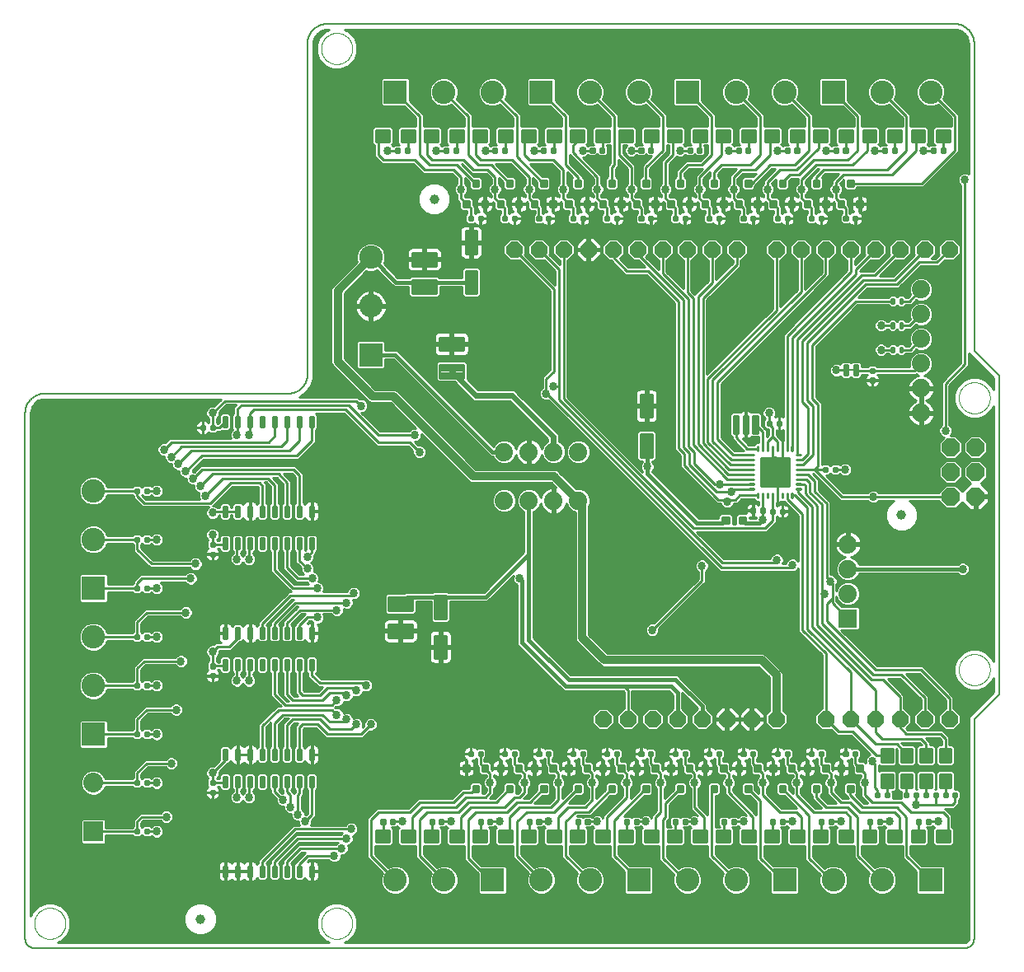
<source format=gtl>
G75*
%MOIN*%
%OFA0B0*%
%FSLAX25Y25*%
%IPPOS*%
%LPD*%
%AMOC8*
5,1,8,0,0,1.08239X$1,22.5*
%
%ADD10C,0.00591*%
%ADD11C,0.00000*%
%ADD12OC8,0.06600*%
%ADD13OC8,0.07400*%
%ADD14C,0.00992*%
%ADD15C,0.01003*%
%ADD16C,0.00976*%
%ADD17C,0.07400*%
%ADD18C,0.01800*%
%ADD19C,0.00800*%
%ADD20C,0.01000*%
%ADD21R,0.09500X0.09500*%
%ADD22C,0.09500*%
%ADD23C,0.01008*%
%ADD24C,0.01015*%
%ADD25C,0.03937*%
%ADD26R,0.07400X0.07400*%
%ADD27R,0.08000X0.08000*%
%ADD28C,0.08000*%
%ADD29C,0.03369*%
%ADD30C,0.01600*%
%ADD31C,0.02400*%
%ADD32C,0.00984*%
%ADD33C,0.03200*%
D10*
X0001500Y0005437D02*
X0001500Y0218035D01*
X0001502Y0218225D01*
X0001509Y0218415D01*
X0001521Y0218605D01*
X0001537Y0218795D01*
X0001557Y0218984D01*
X0001583Y0219173D01*
X0001612Y0219361D01*
X0001647Y0219548D01*
X0001686Y0219734D01*
X0001729Y0219919D01*
X0001777Y0220104D01*
X0001829Y0220287D01*
X0001885Y0220468D01*
X0001946Y0220648D01*
X0002012Y0220827D01*
X0002081Y0221004D01*
X0002155Y0221180D01*
X0002233Y0221353D01*
X0002316Y0221525D01*
X0002402Y0221694D01*
X0002492Y0221862D01*
X0002587Y0222027D01*
X0002685Y0222190D01*
X0002788Y0222350D01*
X0002894Y0222508D01*
X0003004Y0222663D01*
X0003117Y0222816D01*
X0003235Y0222966D01*
X0003356Y0223112D01*
X0003480Y0223256D01*
X0003608Y0223397D01*
X0003739Y0223535D01*
X0003874Y0223670D01*
X0004012Y0223801D01*
X0004153Y0223929D01*
X0004297Y0224053D01*
X0004443Y0224174D01*
X0004593Y0224292D01*
X0004746Y0224405D01*
X0004901Y0224515D01*
X0005059Y0224621D01*
X0005219Y0224724D01*
X0005382Y0224822D01*
X0005547Y0224917D01*
X0005715Y0225007D01*
X0005884Y0225093D01*
X0006056Y0225176D01*
X0006229Y0225254D01*
X0006405Y0225328D01*
X0006582Y0225397D01*
X0006761Y0225463D01*
X0006941Y0225524D01*
X0007122Y0225580D01*
X0007305Y0225632D01*
X0007490Y0225680D01*
X0007675Y0225723D01*
X0007861Y0225762D01*
X0008048Y0225797D01*
X0008236Y0225826D01*
X0008425Y0225852D01*
X0008614Y0225872D01*
X0008804Y0225888D01*
X0008994Y0225900D01*
X0009184Y0225907D01*
X0009374Y0225909D01*
X0107799Y0225909D01*
X0107989Y0225911D01*
X0108179Y0225918D01*
X0108369Y0225930D01*
X0108559Y0225946D01*
X0108748Y0225966D01*
X0108937Y0225992D01*
X0109125Y0226021D01*
X0109312Y0226056D01*
X0109498Y0226095D01*
X0109683Y0226138D01*
X0109868Y0226186D01*
X0110051Y0226238D01*
X0110232Y0226294D01*
X0110412Y0226355D01*
X0110591Y0226421D01*
X0110768Y0226490D01*
X0110944Y0226564D01*
X0111117Y0226642D01*
X0111289Y0226725D01*
X0111458Y0226811D01*
X0111626Y0226901D01*
X0111791Y0226996D01*
X0111954Y0227094D01*
X0112114Y0227197D01*
X0112272Y0227303D01*
X0112427Y0227413D01*
X0112580Y0227526D01*
X0112730Y0227644D01*
X0112876Y0227765D01*
X0113020Y0227889D01*
X0113161Y0228017D01*
X0113299Y0228148D01*
X0113434Y0228283D01*
X0113565Y0228421D01*
X0113693Y0228562D01*
X0113817Y0228706D01*
X0113938Y0228852D01*
X0114056Y0229002D01*
X0114169Y0229155D01*
X0114279Y0229310D01*
X0114385Y0229468D01*
X0114488Y0229628D01*
X0114586Y0229791D01*
X0114681Y0229956D01*
X0114771Y0230124D01*
X0114857Y0230293D01*
X0114940Y0230465D01*
X0115018Y0230638D01*
X0115092Y0230814D01*
X0115161Y0230991D01*
X0115227Y0231170D01*
X0115288Y0231350D01*
X0115344Y0231531D01*
X0115396Y0231714D01*
X0115444Y0231899D01*
X0115487Y0232084D01*
X0115526Y0232270D01*
X0115561Y0232457D01*
X0115590Y0232645D01*
X0115616Y0232834D01*
X0115636Y0233023D01*
X0115652Y0233213D01*
X0115664Y0233403D01*
X0115671Y0233593D01*
X0115673Y0233783D01*
X0115673Y0367642D01*
X0115675Y0367832D01*
X0115682Y0368022D01*
X0115694Y0368212D01*
X0115710Y0368402D01*
X0115730Y0368591D01*
X0115756Y0368780D01*
X0115785Y0368968D01*
X0115820Y0369155D01*
X0115859Y0369341D01*
X0115902Y0369526D01*
X0115950Y0369711D01*
X0116002Y0369894D01*
X0116058Y0370075D01*
X0116119Y0370255D01*
X0116185Y0370434D01*
X0116254Y0370611D01*
X0116328Y0370787D01*
X0116406Y0370960D01*
X0116489Y0371132D01*
X0116575Y0371301D01*
X0116665Y0371469D01*
X0116760Y0371634D01*
X0116858Y0371797D01*
X0116961Y0371957D01*
X0117067Y0372115D01*
X0117177Y0372270D01*
X0117290Y0372423D01*
X0117408Y0372573D01*
X0117529Y0372719D01*
X0117653Y0372863D01*
X0117781Y0373004D01*
X0117912Y0373142D01*
X0118047Y0373277D01*
X0118185Y0373408D01*
X0118326Y0373536D01*
X0118470Y0373660D01*
X0118616Y0373781D01*
X0118766Y0373899D01*
X0118919Y0374012D01*
X0119074Y0374122D01*
X0119232Y0374228D01*
X0119392Y0374331D01*
X0119555Y0374429D01*
X0119720Y0374524D01*
X0119888Y0374614D01*
X0120057Y0374700D01*
X0120229Y0374783D01*
X0120402Y0374861D01*
X0120578Y0374935D01*
X0120755Y0375004D01*
X0120934Y0375070D01*
X0121114Y0375131D01*
X0121295Y0375187D01*
X0121478Y0375239D01*
X0121663Y0375287D01*
X0121848Y0375330D01*
X0122034Y0375369D01*
X0122221Y0375404D01*
X0122409Y0375433D01*
X0122598Y0375459D01*
X0122787Y0375479D01*
X0122977Y0375495D01*
X0123167Y0375507D01*
X0123357Y0375514D01*
X0123547Y0375516D01*
X0377327Y0375516D01*
X0377517Y0375514D01*
X0377707Y0375507D01*
X0377897Y0375495D01*
X0378087Y0375479D01*
X0378276Y0375459D01*
X0378465Y0375433D01*
X0378653Y0375404D01*
X0378840Y0375369D01*
X0379026Y0375330D01*
X0379211Y0375287D01*
X0379396Y0375239D01*
X0379579Y0375187D01*
X0379760Y0375131D01*
X0379940Y0375070D01*
X0380119Y0375004D01*
X0380296Y0374935D01*
X0380472Y0374861D01*
X0380645Y0374783D01*
X0380817Y0374700D01*
X0380986Y0374614D01*
X0381154Y0374524D01*
X0381319Y0374429D01*
X0381482Y0374331D01*
X0381642Y0374228D01*
X0381800Y0374122D01*
X0381955Y0374012D01*
X0382108Y0373899D01*
X0382258Y0373781D01*
X0382404Y0373660D01*
X0382548Y0373536D01*
X0382689Y0373408D01*
X0382827Y0373277D01*
X0382962Y0373142D01*
X0383093Y0373004D01*
X0383221Y0372863D01*
X0383345Y0372719D01*
X0383466Y0372573D01*
X0383584Y0372423D01*
X0383697Y0372270D01*
X0383807Y0372115D01*
X0383913Y0371957D01*
X0384016Y0371797D01*
X0384114Y0371634D01*
X0384209Y0371469D01*
X0384299Y0371301D01*
X0384385Y0371132D01*
X0384468Y0370960D01*
X0384546Y0370787D01*
X0384620Y0370611D01*
X0384689Y0370434D01*
X0384755Y0370255D01*
X0384816Y0370075D01*
X0384872Y0369894D01*
X0384924Y0369711D01*
X0384972Y0369526D01*
X0385015Y0369341D01*
X0385054Y0369155D01*
X0385089Y0368968D01*
X0385118Y0368780D01*
X0385144Y0368591D01*
X0385164Y0368402D01*
X0385180Y0368212D01*
X0385192Y0368022D01*
X0385199Y0367832D01*
X0385201Y0367642D01*
X0385201Y0243177D01*
X0395201Y0233177D01*
X0395201Y0104177D01*
X0385201Y0094177D01*
X0385201Y0005437D01*
X0385199Y0005313D01*
X0385193Y0005190D01*
X0385184Y0005066D01*
X0385170Y0004944D01*
X0385153Y0004821D01*
X0385131Y0004699D01*
X0385106Y0004578D01*
X0385077Y0004458D01*
X0385045Y0004339D01*
X0385008Y0004220D01*
X0384968Y0004103D01*
X0384925Y0003988D01*
X0384877Y0003873D01*
X0384826Y0003761D01*
X0384772Y0003650D01*
X0384714Y0003540D01*
X0384653Y0003433D01*
X0384588Y0003327D01*
X0384520Y0003224D01*
X0384449Y0003123D01*
X0384375Y0003024D01*
X0384298Y0002927D01*
X0384217Y0002833D01*
X0384134Y0002742D01*
X0384048Y0002653D01*
X0383959Y0002567D01*
X0383868Y0002484D01*
X0383774Y0002403D01*
X0383677Y0002326D01*
X0383578Y0002252D01*
X0383477Y0002181D01*
X0383374Y0002113D01*
X0383268Y0002048D01*
X0383161Y0001987D01*
X0383051Y0001929D01*
X0382940Y0001875D01*
X0382828Y0001824D01*
X0382713Y0001776D01*
X0382598Y0001733D01*
X0382481Y0001693D01*
X0382362Y0001656D01*
X0382243Y0001624D01*
X0382123Y0001595D01*
X0382002Y0001570D01*
X0381880Y0001548D01*
X0381757Y0001531D01*
X0381635Y0001517D01*
X0381511Y0001508D01*
X0381388Y0001502D01*
X0381264Y0001500D01*
X0005437Y0001500D01*
X0005313Y0001502D01*
X0005190Y0001508D01*
X0005066Y0001517D01*
X0004944Y0001531D01*
X0004821Y0001548D01*
X0004699Y0001570D01*
X0004578Y0001595D01*
X0004458Y0001624D01*
X0004339Y0001656D01*
X0004220Y0001693D01*
X0004103Y0001733D01*
X0003988Y0001776D01*
X0003873Y0001824D01*
X0003761Y0001875D01*
X0003650Y0001929D01*
X0003540Y0001987D01*
X0003433Y0002048D01*
X0003327Y0002113D01*
X0003224Y0002181D01*
X0003123Y0002252D01*
X0003024Y0002326D01*
X0002927Y0002403D01*
X0002833Y0002484D01*
X0002742Y0002567D01*
X0002653Y0002653D01*
X0002567Y0002742D01*
X0002484Y0002833D01*
X0002403Y0002927D01*
X0002326Y0003024D01*
X0002252Y0003123D01*
X0002181Y0003224D01*
X0002113Y0003327D01*
X0002048Y0003433D01*
X0001987Y0003540D01*
X0001929Y0003650D01*
X0001875Y0003761D01*
X0001824Y0003873D01*
X0001776Y0003988D01*
X0001733Y0004103D01*
X0001693Y0004220D01*
X0001656Y0004339D01*
X0001624Y0004458D01*
X0001595Y0004578D01*
X0001570Y0004699D01*
X0001548Y0004821D01*
X0001531Y0004944D01*
X0001517Y0005066D01*
X0001508Y0005190D01*
X0001502Y0005313D01*
X0001500Y0005437D01*
D11*
X0005201Y0011500D02*
X0005203Y0011658D01*
X0005209Y0011816D01*
X0005219Y0011974D01*
X0005233Y0012132D01*
X0005251Y0012289D01*
X0005272Y0012446D01*
X0005298Y0012602D01*
X0005328Y0012758D01*
X0005361Y0012913D01*
X0005399Y0013066D01*
X0005440Y0013219D01*
X0005485Y0013371D01*
X0005534Y0013522D01*
X0005587Y0013671D01*
X0005643Y0013819D01*
X0005703Y0013965D01*
X0005767Y0014110D01*
X0005835Y0014253D01*
X0005906Y0014395D01*
X0005980Y0014535D01*
X0006058Y0014672D01*
X0006140Y0014808D01*
X0006224Y0014942D01*
X0006313Y0015073D01*
X0006404Y0015202D01*
X0006499Y0015329D01*
X0006596Y0015454D01*
X0006697Y0015576D01*
X0006801Y0015695D01*
X0006908Y0015812D01*
X0007018Y0015926D01*
X0007131Y0016037D01*
X0007246Y0016146D01*
X0007364Y0016251D01*
X0007485Y0016353D01*
X0007608Y0016453D01*
X0007734Y0016549D01*
X0007862Y0016642D01*
X0007992Y0016732D01*
X0008125Y0016818D01*
X0008260Y0016902D01*
X0008396Y0016981D01*
X0008535Y0017058D01*
X0008676Y0017130D01*
X0008818Y0017200D01*
X0008962Y0017265D01*
X0009108Y0017327D01*
X0009255Y0017385D01*
X0009404Y0017440D01*
X0009554Y0017491D01*
X0009705Y0017538D01*
X0009857Y0017581D01*
X0010010Y0017620D01*
X0010165Y0017656D01*
X0010320Y0017687D01*
X0010476Y0017715D01*
X0010632Y0017739D01*
X0010789Y0017759D01*
X0010947Y0017775D01*
X0011104Y0017787D01*
X0011263Y0017795D01*
X0011421Y0017799D01*
X0011579Y0017799D01*
X0011737Y0017795D01*
X0011896Y0017787D01*
X0012053Y0017775D01*
X0012211Y0017759D01*
X0012368Y0017739D01*
X0012524Y0017715D01*
X0012680Y0017687D01*
X0012835Y0017656D01*
X0012990Y0017620D01*
X0013143Y0017581D01*
X0013295Y0017538D01*
X0013446Y0017491D01*
X0013596Y0017440D01*
X0013745Y0017385D01*
X0013892Y0017327D01*
X0014038Y0017265D01*
X0014182Y0017200D01*
X0014324Y0017130D01*
X0014465Y0017058D01*
X0014604Y0016981D01*
X0014740Y0016902D01*
X0014875Y0016818D01*
X0015008Y0016732D01*
X0015138Y0016642D01*
X0015266Y0016549D01*
X0015392Y0016453D01*
X0015515Y0016353D01*
X0015636Y0016251D01*
X0015754Y0016146D01*
X0015869Y0016037D01*
X0015982Y0015926D01*
X0016092Y0015812D01*
X0016199Y0015695D01*
X0016303Y0015576D01*
X0016404Y0015454D01*
X0016501Y0015329D01*
X0016596Y0015202D01*
X0016687Y0015073D01*
X0016776Y0014942D01*
X0016860Y0014808D01*
X0016942Y0014672D01*
X0017020Y0014535D01*
X0017094Y0014395D01*
X0017165Y0014253D01*
X0017233Y0014110D01*
X0017297Y0013965D01*
X0017357Y0013819D01*
X0017413Y0013671D01*
X0017466Y0013522D01*
X0017515Y0013371D01*
X0017560Y0013219D01*
X0017601Y0013066D01*
X0017639Y0012913D01*
X0017672Y0012758D01*
X0017702Y0012602D01*
X0017728Y0012446D01*
X0017749Y0012289D01*
X0017767Y0012132D01*
X0017781Y0011974D01*
X0017791Y0011816D01*
X0017797Y0011658D01*
X0017799Y0011500D01*
X0017797Y0011342D01*
X0017791Y0011184D01*
X0017781Y0011026D01*
X0017767Y0010868D01*
X0017749Y0010711D01*
X0017728Y0010554D01*
X0017702Y0010398D01*
X0017672Y0010242D01*
X0017639Y0010087D01*
X0017601Y0009934D01*
X0017560Y0009781D01*
X0017515Y0009629D01*
X0017466Y0009478D01*
X0017413Y0009329D01*
X0017357Y0009181D01*
X0017297Y0009035D01*
X0017233Y0008890D01*
X0017165Y0008747D01*
X0017094Y0008605D01*
X0017020Y0008465D01*
X0016942Y0008328D01*
X0016860Y0008192D01*
X0016776Y0008058D01*
X0016687Y0007927D01*
X0016596Y0007798D01*
X0016501Y0007671D01*
X0016404Y0007546D01*
X0016303Y0007424D01*
X0016199Y0007305D01*
X0016092Y0007188D01*
X0015982Y0007074D01*
X0015869Y0006963D01*
X0015754Y0006854D01*
X0015636Y0006749D01*
X0015515Y0006647D01*
X0015392Y0006547D01*
X0015266Y0006451D01*
X0015138Y0006358D01*
X0015008Y0006268D01*
X0014875Y0006182D01*
X0014740Y0006098D01*
X0014604Y0006019D01*
X0014465Y0005942D01*
X0014324Y0005870D01*
X0014182Y0005800D01*
X0014038Y0005735D01*
X0013892Y0005673D01*
X0013745Y0005615D01*
X0013596Y0005560D01*
X0013446Y0005509D01*
X0013295Y0005462D01*
X0013143Y0005419D01*
X0012990Y0005380D01*
X0012835Y0005344D01*
X0012680Y0005313D01*
X0012524Y0005285D01*
X0012368Y0005261D01*
X0012211Y0005241D01*
X0012053Y0005225D01*
X0011896Y0005213D01*
X0011737Y0005205D01*
X0011579Y0005201D01*
X0011421Y0005201D01*
X0011263Y0005205D01*
X0011104Y0005213D01*
X0010947Y0005225D01*
X0010789Y0005241D01*
X0010632Y0005261D01*
X0010476Y0005285D01*
X0010320Y0005313D01*
X0010165Y0005344D01*
X0010010Y0005380D01*
X0009857Y0005419D01*
X0009705Y0005462D01*
X0009554Y0005509D01*
X0009404Y0005560D01*
X0009255Y0005615D01*
X0009108Y0005673D01*
X0008962Y0005735D01*
X0008818Y0005800D01*
X0008676Y0005870D01*
X0008535Y0005942D01*
X0008396Y0006019D01*
X0008260Y0006098D01*
X0008125Y0006182D01*
X0007992Y0006268D01*
X0007862Y0006358D01*
X0007734Y0006451D01*
X0007608Y0006547D01*
X0007485Y0006647D01*
X0007364Y0006749D01*
X0007246Y0006854D01*
X0007131Y0006963D01*
X0007018Y0007074D01*
X0006908Y0007188D01*
X0006801Y0007305D01*
X0006697Y0007424D01*
X0006596Y0007546D01*
X0006499Y0007671D01*
X0006404Y0007798D01*
X0006313Y0007927D01*
X0006224Y0008058D01*
X0006140Y0008192D01*
X0006058Y0008328D01*
X0005980Y0008465D01*
X0005906Y0008605D01*
X0005835Y0008747D01*
X0005767Y0008890D01*
X0005703Y0009035D01*
X0005643Y0009181D01*
X0005587Y0009329D01*
X0005534Y0009478D01*
X0005485Y0009629D01*
X0005440Y0009781D01*
X0005399Y0009934D01*
X0005361Y0010087D01*
X0005328Y0010242D01*
X0005298Y0010398D01*
X0005272Y0010554D01*
X0005251Y0010711D01*
X0005233Y0010868D01*
X0005219Y0011026D01*
X0005209Y0011184D01*
X0005203Y0011342D01*
X0005201Y0011500D01*
X0121185Y0011500D02*
X0121187Y0011658D01*
X0121193Y0011816D01*
X0121203Y0011974D01*
X0121217Y0012132D01*
X0121235Y0012289D01*
X0121256Y0012446D01*
X0121282Y0012602D01*
X0121312Y0012758D01*
X0121345Y0012913D01*
X0121383Y0013066D01*
X0121424Y0013219D01*
X0121469Y0013371D01*
X0121518Y0013522D01*
X0121571Y0013671D01*
X0121627Y0013819D01*
X0121687Y0013965D01*
X0121751Y0014110D01*
X0121819Y0014253D01*
X0121890Y0014395D01*
X0121964Y0014535D01*
X0122042Y0014672D01*
X0122124Y0014808D01*
X0122208Y0014942D01*
X0122297Y0015073D01*
X0122388Y0015202D01*
X0122483Y0015329D01*
X0122580Y0015454D01*
X0122681Y0015576D01*
X0122785Y0015695D01*
X0122892Y0015812D01*
X0123002Y0015926D01*
X0123115Y0016037D01*
X0123230Y0016146D01*
X0123348Y0016251D01*
X0123469Y0016353D01*
X0123592Y0016453D01*
X0123718Y0016549D01*
X0123846Y0016642D01*
X0123976Y0016732D01*
X0124109Y0016818D01*
X0124244Y0016902D01*
X0124380Y0016981D01*
X0124519Y0017058D01*
X0124660Y0017130D01*
X0124802Y0017200D01*
X0124946Y0017265D01*
X0125092Y0017327D01*
X0125239Y0017385D01*
X0125388Y0017440D01*
X0125538Y0017491D01*
X0125689Y0017538D01*
X0125841Y0017581D01*
X0125994Y0017620D01*
X0126149Y0017656D01*
X0126304Y0017687D01*
X0126460Y0017715D01*
X0126616Y0017739D01*
X0126773Y0017759D01*
X0126931Y0017775D01*
X0127088Y0017787D01*
X0127247Y0017795D01*
X0127405Y0017799D01*
X0127563Y0017799D01*
X0127721Y0017795D01*
X0127880Y0017787D01*
X0128037Y0017775D01*
X0128195Y0017759D01*
X0128352Y0017739D01*
X0128508Y0017715D01*
X0128664Y0017687D01*
X0128819Y0017656D01*
X0128974Y0017620D01*
X0129127Y0017581D01*
X0129279Y0017538D01*
X0129430Y0017491D01*
X0129580Y0017440D01*
X0129729Y0017385D01*
X0129876Y0017327D01*
X0130022Y0017265D01*
X0130166Y0017200D01*
X0130308Y0017130D01*
X0130449Y0017058D01*
X0130588Y0016981D01*
X0130724Y0016902D01*
X0130859Y0016818D01*
X0130992Y0016732D01*
X0131122Y0016642D01*
X0131250Y0016549D01*
X0131376Y0016453D01*
X0131499Y0016353D01*
X0131620Y0016251D01*
X0131738Y0016146D01*
X0131853Y0016037D01*
X0131966Y0015926D01*
X0132076Y0015812D01*
X0132183Y0015695D01*
X0132287Y0015576D01*
X0132388Y0015454D01*
X0132485Y0015329D01*
X0132580Y0015202D01*
X0132671Y0015073D01*
X0132760Y0014942D01*
X0132844Y0014808D01*
X0132926Y0014672D01*
X0133004Y0014535D01*
X0133078Y0014395D01*
X0133149Y0014253D01*
X0133217Y0014110D01*
X0133281Y0013965D01*
X0133341Y0013819D01*
X0133397Y0013671D01*
X0133450Y0013522D01*
X0133499Y0013371D01*
X0133544Y0013219D01*
X0133585Y0013066D01*
X0133623Y0012913D01*
X0133656Y0012758D01*
X0133686Y0012602D01*
X0133712Y0012446D01*
X0133733Y0012289D01*
X0133751Y0012132D01*
X0133765Y0011974D01*
X0133775Y0011816D01*
X0133781Y0011658D01*
X0133783Y0011500D01*
X0133781Y0011342D01*
X0133775Y0011184D01*
X0133765Y0011026D01*
X0133751Y0010868D01*
X0133733Y0010711D01*
X0133712Y0010554D01*
X0133686Y0010398D01*
X0133656Y0010242D01*
X0133623Y0010087D01*
X0133585Y0009934D01*
X0133544Y0009781D01*
X0133499Y0009629D01*
X0133450Y0009478D01*
X0133397Y0009329D01*
X0133341Y0009181D01*
X0133281Y0009035D01*
X0133217Y0008890D01*
X0133149Y0008747D01*
X0133078Y0008605D01*
X0133004Y0008465D01*
X0132926Y0008328D01*
X0132844Y0008192D01*
X0132760Y0008058D01*
X0132671Y0007927D01*
X0132580Y0007798D01*
X0132485Y0007671D01*
X0132388Y0007546D01*
X0132287Y0007424D01*
X0132183Y0007305D01*
X0132076Y0007188D01*
X0131966Y0007074D01*
X0131853Y0006963D01*
X0131738Y0006854D01*
X0131620Y0006749D01*
X0131499Y0006647D01*
X0131376Y0006547D01*
X0131250Y0006451D01*
X0131122Y0006358D01*
X0130992Y0006268D01*
X0130859Y0006182D01*
X0130724Y0006098D01*
X0130588Y0006019D01*
X0130449Y0005942D01*
X0130308Y0005870D01*
X0130166Y0005800D01*
X0130022Y0005735D01*
X0129876Y0005673D01*
X0129729Y0005615D01*
X0129580Y0005560D01*
X0129430Y0005509D01*
X0129279Y0005462D01*
X0129127Y0005419D01*
X0128974Y0005380D01*
X0128819Y0005344D01*
X0128664Y0005313D01*
X0128508Y0005285D01*
X0128352Y0005261D01*
X0128195Y0005241D01*
X0128037Y0005225D01*
X0127880Y0005213D01*
X0127721Y0005205D01*
X0127563Y0005201D01*
X0127405Y0005201D01*
X0127247Y0005205D01*
X0127088Y0005213D01*
X0126931Y0005225D01*
X0126773Y0005241D01*
X0126616Y0005261D01*
X0126460Y0005285D01*
X0126304Y0005313D01*
X0126149Y0005344D01*
X0125994Y0005380D01*
X0125841Y0005419D01*
X0125689Y0005462D01*
X0125538Y0005509D01*
X0125388Y0005560D01*
X0125239Y0005615D01*
X0125092Y0005673D01*
X0124946Y0005735D01*
X0124802Y0005800D01*
X0124660Y0005870D01*
X0124519Y0005942D01*
X0124380Y0006019D01*
X0124244Y0006098D01*
X0124109Y0006182D01*
X0123976Y0006268D01*
X0123846Y0006358D01*
X0123718Y0006451D01*
X0123592Y0006547D01*
X0123469Y0006647D01*
X0123348Y0006749D01*
X0123230Y0006854D01*
X0123115Y0006963D01*
X0123002Y0007074D01*
X0122892Y0007188D01*
X0122785Y0007305D01*
X0122681Y0007424D01*
X0122580Y0007546D01*
X0122483Y0007671D01*
X0122388Y0007798D01*
X0122297Y0007927D01*
X0122208Y0008058D01*
X0122124Y0008192D01*
X0122042Y0008328D01*
X0121964Y0008465D01*
X0121890Y0008605D01*
X0121819Y0008747D01*
X0121751Y0008890D01*
X0121687Y0009035D01*
X0121627Y0009181D01*
X0121571Y0009329D01*
X0121518Y0009478D01*
X0121469Y0009629D01*
X0121424Y0009781D01*
X0121383Y0009934D01*
X0121345Y0010087D01*
X0121312Y0010242D01*
X0121282Y0010398D01*
X0121256Y0010554D01*
X0121235Y0010711D01*
X0121217Y0010868D01*
X0121203Y0011026D01*
X0121193Y0011184D01*
X0121187Y0011342D01*
X0121185Y0011500D01*
X0378981Y0114177D02*
X0378983Y0114335D01*
X0378989Y0114493D01*
X0378999Y0114651D01*
X0379013Y0114809D01*
X0379031Y0114966D01*
X0379052Y0115123D01*
X0379078Y0115279D01*
X0379108Y0115435D01*
X0379141Y0115590D01*
X0379179Y0115743D01*
X0379220Y0115896D01*
X0379265Y0116048D01*
X0379314Y0116199D01*
X0379367Y0116348D01*
X0379423Y0116496D01*
X0379483Y0116642D01*
X0379547Y0116787D01*
X0379615Y0116930D01*
X0379686Y0117072D01*
X0379760Y0117212D01*
X0379838Y0117349D01*
X0379920Y0117485D01*
X0380004Y0117619D01*
X0380093Y0117750D01*
X0380184Y0117879D01*
X0380279Y0118006D01*
X0380376Y0118131D01*
X0380477Y0118253D01*
X0380581Y0118372D01*
X0380688Y0118489D01*
X0380798Y0118603D01*
X0380911Y0118714D01*
X0381026Y0118823D01*
X0381144Y0118928D01*
X0381265Y0119030D01*
X0381388Y0119130D01*
X0381514Y0119226D01*
X0381642Y0119319D01*
X0381772Y0119409D01*
X0381905Y0119495D01*
X0382040Y0119579D01*
X0382176Y0119658D01*
X0382315Y0119735D01*
X0382456Y0119807D01*
X0382598Y0119877D01*
X0382742Y0119942D01*
X0382888Y0120004D01*
X0383035Y0120062D01*
X0383184Y0120117D01*
X0383334Y0120168D01*
X0383485Y0120215D01*
X0383637Y0120258D01*
X0383790Y0120297D01*
X0383945Y0120333D01*
X0384100Y0120364D01*
X0384256Y0120392D01*
X0384412Y0120416D01*
X0384569Y0120436D01*
X0384727Y0120452D01*
X0384884Y0120464D01*
X0385043Y0120472D01*
X0385201Y0120476D01*
X0385359Y0120476D01*
X0385517Y0120472D01*
X0385676Y0120464D01*
X0385833Y0120452D01*
X0385991Y0120436D01*
X0386148Y0120416D01*
X0386304Y0120392D01*
X0386460Y0120364D01*
X0386615Y0120333D01*
X0386770Y0120297D01*
X0386923Y0120258D01*
X0387075Y0120215D01*
X0387226Y0120168D01*
X0387376Y0120117D01*
X0387525Y0120062D01*
X0387672Y0120004D01*
X0387818Y0119942D01*
X0387962Y0119877D01*
X0388104Y0119807D01*
X0388245Y0119735D01*
X0388384Y0119658D01*
X0388520Y0119579D01*
X0388655Y0119495D01*
X0388788Y0119409D01*
X0388918Y0119319D01*
X0389046Y0119226D01*
X0389172Y0119130D01*
X0389295Y0119030D01*
X0389416Y0118928D01*
X0389534Y0118823D01*
X0389649Y0118714D01*
X0389762Y0118603D01*
X0389872Y0118489D01*
X0389979Y0118372D01*
X0390083Y0118253D01*
X0390184Y0118131D01*
X0390281Y0118006D01*
X0390376Y0117879D01*
X0390467Y0117750D01*
X0390556Y0117619D01*
X0390640Y0117485D01*
X0390722Y0117349D01*
X0390800Y0117212D01*
X0390874Y0117072D01*
X0390945Y0116930D01*
X0391013Y0116787D01*
X0391077Y0116642D01*
X0391137Y0116496D01*
X0391193Y0116348D01*
X0391246Y0116199D01*
X0391295Y0116048D01*
X0391340Y0115896D01*
X0391381Y0115743D01*
X0391419Y0115590D01*
X0391452Y0115435D01*
X0391482Y0115279D01*
X0391508Y0115123D01*
X0391529Y0114966D01*
X0391547Y0114809D01*
X0391561Y0114651D01*
X0391571Y0114493D01*
X0391577Y0114335D01*
X0391579Y0114177D01*
X0391577Y0114019D01*
X0391571Y0113861D01*
X0391561Y0113703D01*
X0391547Y0113545D01*
X0391529Y0113388D01*
X0391508Y0113231D01*
X0391482Y0113075D01*
X0391452Y0112919D01*
X0391419Y0112764D01*
X0391381Y0112611D01*
X0391340Y0112458D01*
X0391295Y0112306D01*
X0391246Y0112155D01*
X0391193Y0112006D01*
X0391137Y0111858D01*
X0391077Y0111712D01*
X0391013Y0111567D01*
X0390945Y0111424D01*
X0390874Y0111282D01*
X0390800Y0111142D01*
X0390722Y0111005D01*
X0390640Y0110869D01*
X0390556Y0110735D01*
X0390467Y0110604D01*
X0390376Y0110475D01*
X0390281Y0110348D01*
X0390184Y0110223D01*
X0390083Y0110101D01*
X0389979Y0109982D01*
X0389872Y0109865D01*
X0389762Y0109751D01*
X0389649Y0109640D01*
X0389534Y0109531D01*
X0389416Y0109426D01*
X0389295Y0109324D01*
X0389172Y0109224D01*
X0389046Y0109128D01*
X0388918Y0109035D01*
X0388788Y0108945D01*
X0388655Y0108859D01*
X0388520Y0108775D01*
X0388384Y0108696D01*
X0388245Y0108619D01*
X0388104Y0108547D01*
X0387962Y0108477D01*
X0387818Y0108412D01*
X0387672Y0108350D01*
X0387525Y0108292D01*
X0387376Y0108237D01*
X0387226Y0108186D01*
X0387075Y0108139D01*
X0386923Y0108096D01*
X0386770Y0108057D01*
X0386615Y0108021D01*
X0386460Y0107990D01*
X0386304Y0107962D01*
X0386148Y0107938D01*
X0385991Y0107918D01*
X0385833Y0107902D01*
X0385676Y0107890D01*
X0385517Y0107882D01*
X0385359Y0107878D01*
X0385201Y0107878D01*
X0385043Y0107882D01*
X0384884Y0107890D01*
X0384727Y0107902D01*
X0384569Y0107918D01*
X0384412Y0107938D01*
X0384256Y0107962D01*
X0384100Y0107990D01*
X0383945Y0108021D01*
X0383790Y0108057D01*
X0383637Y0108096D01*
X0383485Y0108139D01*
X0383334Y0108186D01*
X0383184Y0108237D01*
X0383035Y0108292D01*
X0382888Y0108350D01*
X0382742Y0108412D01*
X0382598Y0108477D01*
X0382456Y0108547D01*
X0382315Y0108619D01*
X0382176Y0108696D01*
X0382040Y0108775D01*
X0381905Y0108859D01*
X0381772Y0108945D01*
X0381642Y0109035D01*
X0381514Y0109128D01*
X0381388Y0109224D01*
X0381265Y0109324D01*
X0381144Y0109426D01*
X0381026Y0109531D01*
X0380911Y0109640D01*
X0380798Y0109751D01*
X0380688Y0109865D01*
X0380581Y0109982D01*
X0380477Y0110101D01*
X0380376Y0110223D01*
X0380279Y0110348D01*
X0380184Y0110475D01*
X0380093Y0110604D01*
X0380004Y0110735D01*
X0379920Y0110869D01*
X0379838Y0111005D01*
X0379760Y0111142D01*
X0379686Y0111282D01*
X0379615Y0111424D01*
X0379547Y0111567D01*
X0379483Y0111712D01*
X0379423Y0111858D01*
X0379367Y0112006D01*
X0379314Y0112155D01*
X0379265Y0112306D01*
X0379220Y0112458D01*
X0379179Y0112611D01*
X0379141Y0112764D01*
X0379108Y0112919D01*
X0379078Y0113075D01*
X0379052Y0113231D01*
X0379031Y0113388D01*
X0379013Y0113545D01*
X0378999Y0113703D01*
X0378989Y0113861D01*
X0378983Y0114019D01*
X0378981Y0114177D01*
X0378981Y0224177D02*
X0378983Y0224335D01*
X0378989Y0224493D01*
X0378999Y0224651D01*
X0379013Y0224809D01*
X0379031Y0224966D01*
X0379052Y0225123D01*
X0379078Y0225279D01*
X0379108Y0225435D01*
X0379141Y0225590D01*
X0379179Y0225743D01*
X0379220Y0225896D01*
X0379265Y0226048D01*
X0379314Y0226199D01*
X0379367Y0226348D01*
X0379423Y0226496D01*
X0379483Y0226642D01*
X0379547Y0226787D01*
X0379615Y0226930D01*
X0379686Y0227072D01*
X0379760Y0227212D01*
X0379838Y0227349D01*
X0379920Y0227485D01*
X0380004Y0227619D01*
X0380093Y0227750D01*
X0380184Y0227879D01*
X0380279Y0228006D01*
X0380376Y0228131D01*
X0380477Y0228253D01*
X0380581Y0228372D01*
X0380688Y0228489D01*
X0380798Y0228603D01*
X0380911Y0228714D01*
X0381026Y0228823D01*
X0381144Y0228928D01*
X0381265Y0229030D01*
X0381388Y0229130D01*
X0381514Y0229226D01*
X0381642Y0229319D01*
X0381772Y0229409D01*
X0381905Y0229495D01*
X0382040Y0229579D01*
X0382176Y0229658D01*
X0382315Y0229735D01*
X0382456Y0229807D01*
X0382598Y0229877D01*
X0382742Y0229942D01*
X0382888Y0230004D01*
X0383035Y0230062D01*
X0383184Y0230117D01*
X0383334Y0230168D01*
X0383485Y0230215D01*
X0383637Y0230258D01*
X0383790Y0230297D01*
X0383945Y0230333D01*
X0384100Y0230364D01*
X0384256Y0230392D01*
X0384412Y0230416D01*
X0384569Y0230436D01*
X0384727Y0230452D01*
X0384884Y0230464D01*
X0385043Y0230472D01*
X0385201Y0230476D01*
X0385359Y0230476D01*
X0385517Y0230472D01*
X0385676Y0230464D01*
X0385833Y0230452D01*
X0385991Y0230436D01*
X0386148Y0230416D01*
X0386304Y0230392D01*
X0386460Y0230364D01*
X0386615Y0230333D01*
X0386770Y0230297D01*
X0386923Y0230258D01*
X0387075Y0230215D01*
X0387226Y0230168D01*
X0387376Y0230117D01*
X0387525Y0230062D01*
X0387672Y0230004D01*
X0387818Y0229942D01*
X0387962Y0229877D01*
X0388104Y0229807D01*
X0388245Y0229735D01*
X0388384Y0229658D01*
X0388520Y0229579D01*
X0388655Y0229495D01*
X0388788Y0229409D01*
X0388918Y0229319D01*
X0389046Y0229226D01*
X0389172Y0229130D01*
X0389295Y0229030D01*
X0389416Y0228928D01*
X0389534Y0228823D01*
X0389649Y0228714D01*
X0389762Y0228603D01*
X0389872Y0228489D01*
X0389979Y0228372D01*
X0390083Y0228253D01*
X0390184Y0228131D01*
X0390281Y0228006D01*
X0390376Y0227879D01*
X0390467Y0227750D01*
X0390556Y0227619D01*
X0390640Y0227485D01*
X0390722Y0227349D01*
X0390800Y0227212D01*
X0390874Y0227072D01*
X0390945Y0226930D01*
X0391013Y0226787D01*
X0391077Y0226642D01*
X0391137Y0226496D01*
X0391193Y0226348D01*
X0391246Y0226199D01*
X0391295Y0226048D01*
X0391340Y0225896D01*
X0391381Y0225743D01*
X0391419Y0225590D01*
X0391452Y0225435D01*
X0391482Y0225279D01*
X0391508Y0225123D01*
X0391529Y0224966D01*
X0391547Y0224809D01*
X0391561Y0224651D01*
X0391571Y0224493D01*
X0391577Y0224335D01*
X0391579Y0224177D01*
X0391577Y0224019D01*
X0391571Y0223861D01*
X0391561Y0223703D01*
X0391547Y0223545D01*
X0391529Y0223388D01*
X0391508Y0223231D01*
X0391482Y0223075D01*
X0391452Y0222919D01*
X0391419Y0222764D01*
X0391381Y0222611D01*
X0391340Y0222458D01*
X0391295Y0222306D01*
X0391246Y0222155D01*
X0391193Y0222006D01*
X0391137Y0221858D01*
X0391077Y0221712D01*
X0391013Y0221567D01*
X0390945Y0221424D01*
X0390874Y0221282D01*
X0390800Y0221142D01*
X0390722Y0221005D01*
X0390640Y0220869D01*
X0390556Y0220735D01*
X0390467Y0220604D01*
X0390376Y0220475D01*
X0390281Y0220348D01*
X0390184Y0220223D01*
X0390083Y0220101D01*
X0389979Y0219982D01*
X0389872Y0219865D01*
X0389762Y0219751D01*
X0389649Y0219640D01*
X0389534Y0219531D01*
X0389416Y0219426D01*
X0389295Y0219324D01*
X0389172Y0219224D01*
X0389046Y0219128D01*
X0388918Y0219035D01*
X0388788Y0218945D01*
X0388655Y0218859D01*
X0388520Y0218775D01*
X0388384Y0218696D01*
X0388245Y0218619D01*
X0388104Y0218547D01*
X0387962Y0218477D01*
X0387818Y0218412D01*
X0387672Y0218350D01*
X0387525Y0218292D01*
X0387376Y0218237D01*
X0387226Y0218186D01*
X0387075Y0218139D01*
X0386923Y0218096D01*
X0386770Y0218057D01*
X0386615Y0218021D01*
X0386460Y0217990D01*
X0386304Y0217962D01*
X0386148Y0217938D01*
X0385991Y0217918D01*
X0385833Y0217902D01*
X0385676Y0217890D01*
X0385517Y0217882D01*
X0385359Y0217878D01*
X0385201Y0217878D01*
X0385043Y0217882D01*
X0384884Y0217890D01*
X0384727Y0217902D01*
X0384569Y0217918D01*
X0384412Y0217938D01*
X0384256Y0217962D01*
X0384100Y0217990D01*
X0383945Y0218021D01*
X0383790Y0218057D01*
X0383637Y0218096D01*
X0383485Y0218139D01*
X0383334Y0218186D01*
X0383184Y0218237D01*
X0383035Y0218292D01*
X0382888Y0218350D01*
X0382742Y0218412D01*
X0382598Y0218477D01*
X0382456Y0218547D01*
X0382315Y0218619D01*
X0382176Y0218696D01*
X0382040Y0218775D01*
X0381905Y0218859D01*
X0381772Y0218945D01*
X0381642Y0219035D01*
X0381514Y0219128D01*
X0381388Y0219224D01*
X0381265Y0219324D01*
X0381144Y0219426D01*
X0381026Y0219531D01*
X0380911Y0219640D01*
X0380798Y0219751D01*
X0380688Y0219865D01*
X0380581Y0219982D01*
X0380477Y0220101D01*
X0380376Y0220223D01*
X0380279Y0220348D01*
X0380184Y0220475D01*
X0380093Y0220604D01*
X0380004Y0220735D01*
X0379920Y0220869D01*
X0379838Y0221005D01*
X0379760Y0221142D01*
X0379686Y0221282D01*
X0379615Y0221424D01*
X0379547Y0221567D01*
X0379483Y0221712D01*
X0379423Y0221858D01*
X0379367Y0222006D01*
X0379314Y0222155D01*
X0379265Y0222306D01*
X0379220Y0222458D01*
X0379179Y0222611D01*
X0379141Y0222764D01*
X0379108Y0222919D01*
X0379078Y0223075D01*
X0379052Y0223231D01*
X0379031Y0223388D01*
X0379013Y0223545D01*
X0378999Y0223703D01*
X0378989Y0223861D01*
X0378983Y0224019D01*
X0378981Y0224177D01*
X0121185Y0365516D02*
X0121187Y0365674D01*
X0121193Y0365832D01*
X0121203Y0365990D01*
X0121217Y0366148D01*
X0121235Y0366305D01*
X0121256Y0366462D01*
X0121282Y0366618D01*
X0121312Y0366774D01*
X0121345Y0366929D01*
X0121383Y0367082D01*
X0121424Y0367235D01*
X0121469Y0367387D01*
X0121518Y0367538D01*
X0121571Y0367687D01*
X0121627Y0367835D01*
X0121687Y0367981D01*
X0121751Y0368126D01*
X0121819Y0368269D01*
X0121890Y0368411D01*
X0121964Y0368551D01*
X0122042Y0368688D01*
X0122124Y0368824D01*
X0122208Y0368958D01*
X0122297Y0369089D01*
X0122388Y0369218D01*
X0122483Y0369345D01*
X0122580Y0369470D01*
X0122681Y0369592D01*
X0122785Y0369711D01*
X0122892Y0369828D01*
X0123002Y0369942D01*
X0123115Y0370053D01*
X0123230Y0370162D01*
X0123348Y0370267D01*
X0123469Y0370369D01*
X0123592Y0370469D01*
X0123718Y0370565D01*
X0123846Y0370658D01*
X0123976Y0370748D01*
X0124109Y0370834D01*
X0124244Y0370918D01*
X0124380Y0370997D01*
X0124519Y0371074D01*
X0124660Y0371146D01*
X0124802Y0371216D01*
X0124946Y0371281D01*
X0125092Y0371343D01*
X0125239Y0371401D01*
X0125388Y0371456D01*
X0125538Y0371507D01*
X0125689Y0371554D01*
X0125841Y0371597D01*
X0125994Y0371636D01*
X0126149Y0371672D01*
X0126304Y0371703D01*
X0126460Y0371731D01*
X0126616Y0371755D01*
X0126773Y0371775D01*
X0126931Y0371791D01*
X0127088Y0371803D01*
X0127247Y0371811D01*
X0127405Y0371815D01*
X0127563Y0371815D01*
X0127721Y0371811D01*
X0127880Y0371803D01*
X0128037Y0371791D01*
X0128195Y0371775D01*
X0128352Y0371755D01*
X0128508Y0371731D01*
X0128664Y0371703D01*
X0128819Y0371672D01*
X0128974Y0371636D01*
X0129127Y0371597D01*
X0129279Y0371554D01*
X0129430Y0371507D01*
X0129580Y0371456D01*
X0129729Y0371401D01*
X0129876Y0371343D01*
X0130022Y0371281D01*
X0130166Y0371216D01*
X0130308Y0371146D01*
X0130449Y0371074D01*
X0130588Y0370997D01*
X0130724Y0370918D01*
X0130859Y0370834D01*
X0130992Y0370748D01*
X0131122Y0370658D01*
X0131250Y0370565D01*
X0131376Y0370469D01*
X0131499Y0370369D01*
X0131620Y0370267D01*
X0131738Y0370162D01*
X0131853Y0370053D01*
X0131966Y0369942D01*
X0132076Y0369828D01*
X0132183Y0369711D01*
X0132287Y0369592D01*
X0132388Y0369470D01*
X0132485Y0369345D01*
X0132580Y0369218D01*
X0132671Y0369089D01*
X0132760Y0368958D01*
X0132844Y0368824D01*
X0132926Y0368688D01*
X0133004Y0368551D01*
X0133078Y0368411D01*
X0133149Y0368269D01*
X0133217Y0368126D01*
X0133281Y0367981D01*
X0133341Y0367835D01*
X0133397Y0367687D01*
X0133450Y0367538D01*
X0133499Y0367387D01*
X0133544Y0367235D01*
X0133585Y0367082D01*
X0133623Y0366929D01*
X0133656Y0366774D01*
X0133686Y0366618D01*
X0133712Y0366462D01*
X0133733Y0366305D01*
X0133751Y0366148D01*
X0133765Y0365990D01*
X0133775Y0365832D01*
X0133781Y0365674D01*
X0133783Y0365516D01*
X0133781Y0365358D01*
X0133775Y0365200D01*
X0133765Y0365042D01*
X0133751Y0364884D01*
X0133733Y0364727D01*
X0133712Y0364570D01*
X0133686Y0364414D01*
X0133656Y0364258D01*
X0133623Y0364103D01*
X0133585Y0363950D01*
X0133544Y0363797D01*
X0133499Y0363645D01*
X0133450Y0363494D01*
X0133397Y0363345D01*
X0133341Y0363197D01*
X0133281Y0363051D01*
X0133217Y0362906D01*
X0133149Y0362763D01*
X0133078Y0362621D01*
X0133004Y0362481D01*
X0132926Y0362344D01*
X0132844Y0362208D01*
X0132760Y0362074D01*
X0132671Y0361943D01*
X0132580Y0361814D01*
X0132485Y0361687D01*
X0132388Y0361562D01*
X0132287Y0361440D01*
X0132183Y0361321D01*
X0132076Y0361204D01*
X0131966Y0361090D01*
X0131853Y0360979D01*
X0131738Y0360870D01*
X0131620Y0360765D01*
X0131499Y0360663D01*
X0131376Y0360563D01*
X0131250Y0360467D01*
X0131122Y0360374D01*
X0130992Y0360284D01*
X0130859Y0360198D01*
X0130724Y0360114D01*
X0130588Y0360035D01*
X0130449Y0359958D01*
X0130308Y0359886D01*
X0130166Y0359816D01*
X0130022Y0359751D01*
X0129876Y0359689D01*
X0129729Y0359631D01*
X0129580Y0359576D01*
X0129430Y0359525D01*
X0129279Y0359478D01*
X0129127Y0359435D01*
X0128974Y0359396D01*
X0128819Y0359360D01*
X0128664Y0359329D01*
X0128508Y0359301D01*
X0128352Y0359277D01*
X0128195Y0359257D01*
X0128037Y0359241D01*
X0127880Y0359229D01*
X0127721Y0359221D01*
X0127563Y0359217D01*
X0127405Y0359217D01*
X0127247Y0359221D01*
X0127088Y0359229D01*
X0126931Y0359241D01*
X0126773Y0359257D01*
X0126616Y0359277D01*
X0126460Y0359301D01*
X0126304Y0359329D01*
X0126149Y0359360D01*
X0125994Y0359396D01*
X0125841Y0359435D01*
X0125689Y0359478D01*
X0125538Y0359525D01*
X0125388Y0359576D01*
X0125239Y0359631D01*
X0125092Y0359689D01*
X0124946Y0359751D01*
X0124802Y0359816D01*
X0124660Y0359886D01*
X0124519Y0359958D01*
X0124380Y0360035D01*
X0124244Y0360114D01*
X0124109Y0360198D01*
X0123976Y0360284D01*
X0123846Y0360374D01*
X0123718Y0360467D01*
X0123592Y0360563D01*
X0123469Y0360663D01*
X0123348Y0360765D01*
X0123230Y0360870D01*
X0123115Y0360979D01*
X0123002Y0361090D01*
X0122892Y0361204D01*
X0122785Y0361321D01*
X0122681Y0361440D01*
X0122580Y0361562D01*
X0122483Y0361687D01*
X0122388Y0361814D01*
X0122297Y0361943D01*
X0122208Y0362074D01*
X0122124Y0362208D01*
X0122042Y0362344D01*
X0121964Y0362481D01*
X0121890Y0362621D01*
X0121819Y0362763D01*
X0121751Y0362906D01*
X0121687Y0363051D01*
X0121627Y0363197D01*
X0121571Y0363345D01*
X0121518Y0363494D01*
X0121469Y0363645D01*
X0121424Y0363797D01*
X0121383Y0363950D01*
X0121345Y0364103D01*
X0121312Y0364258D01*
X0121282Y0364414D01*
X0121256Y0364570D01*
X0121235Y0364727D01*
X0121217Y0364884D01*
X0121203Y0365042D01*
X0121193Y0365200D01*
X0121187Y0365358D01*
X0121185Y0365516D01*
D12*
X0199201Y0284177D03*
X0209201Y0284177D03*
X0219201Y0284177D03*
X0229201Y0284177D03*
X0239201Y0284177D03*
X0249201Y0284177D03*
X0259201Y0284177D03*
X0269201Y0284177D03*
X0279201Y0284177D03*
X0289201Y0284177D03*
X0305201Y0284177D03*
X0315201Y0284177D03*
X0325201Y0284177D03*
X0335201Y0284177D03*
X0345201Y0284177D03*
X0355201Y0284177D03*
X0365201Y0284177D03*
X0375201Y0284177D03*
X0375201Y0094177D03*
X0365201Y0094177D03*
X0355201Y0094177D03*
X0345201Y0094177D03*
X0335201Y0094177D03*
X0325201Y0094177D03*
X0305201Y0094177D03*
X0295201Y0094177D03*
X0285201Y0094177D03*
X0275201Y0094177D03*
X0265201Y0094177D03*
X0255201Y0094177D03*
X0245201Y0094177D03*
X0235201Y0094177D03*
D13*
X0375701Y0184177D03*
X0385701Y0184177D03*
X0385701Y0194177D03*
X0385701Y0204177D03*
X0375701Y0204177D03*
X0375701Y0194177D03*
D14*
X0344705Y0230638D02*
X0344705Y0232008D01*
X0344705Y0230638D02*
X0343335Y0230638D01*
X0343335Y0232008D01*
X0344705Y0232008D01*
X0344705Y0231629D02*
X0343335Y0231629D01*
X0344705Y0234575D02*
X0344705Y0235945D01*
X0344705Y0234575D02*
X0343335Y0234575D01*
X0343335Y0235945D01*
X0344705Y0235945D01*
X0344705Y0235566D02*
X0343335Y0235566D01*
X0307020Y0214555D02*
X0305650Y0214555D01*
X0307020Y0214555D02*
X0307020Y0213185D01*
X0305650Y0213185D01*
X0305650Y0214555D01*
X0305650Y0214176D02*
X0307020Y0214176D01*
X0303083Y0214555D02*
X0301713Y0214555D01*
X0303083Y0214555D02*
X0303083Y0213185D01*
X0301713Y0213185D01*
X0301713Y0214555D01*
X0301713Y0214176D02*
X0303083Y0214176D01*
X0295831Y0216858D02*
X0295831Y0209976D01*
X0295831Y0216858D02*
X0297595Y0216858D01*
X0297595Y0209976D01*
X0295831Y0209976D01*
X0295831Y0210967D02*
X0297595Y0210967D01*
X0297595Y0211958D02*
X0295831Y0211958D01*
X0295831Y0212949D02*
X0297595Y0212949D01*
X0297595Y0213940D02*
X0295831Y0213940D01*
X0295831Y0214931D02*
X0297595Y0214931D01*
X0297595Y0215922D02*
X0295831Y0215922D01*
X0291894Y0216858D02*
X0291894Y0209976D01*
X0291894Y0216858D02*
X0293658Y0216858D01*
X0293658Y0209976D01*
X0291894Y0209976D01*
X0291894Y0210967D02*
X0293658Y0210967D01*
X0293658Y0211958D02*
X0291894Y0211958D01*
X0291894Y0212949D02*
X0293658Y0212949D01*
X0293658Y0213940D02*
X0291894Y0213940D01*
X0291894Y0214931D02*
X0293658Y0214931D01*
X0293658Y0215922D02*
X0291894Y0215922D01*
X0287957Y0216858D02*
X0287957Y0209976D01*
X0287957Y0216858D02*
X0289721Y0216858D01*
X0289721Y0209976D01*
X0287957Y0209976D01*
X0287957Y0210967D02*
X0289721Y0210967D01*
X0289721Y0211958D02*
X0287957Y0211958D01*
X0287957Y0212949D02*
X0289721Y0212949D01*
X0289721Y0213940D02*
X0287957Y0213940D01*
X0287957Y0214931D02*
X0289721Y0214931D01*
X0289721Y0215922D02*
X0287957Y0215922D01*
X0250421Y0216366D02*
X0250421Y0225610D01*
X0254941Y0225610D01*
X0254941Y0216366D01*
X0250421Y0216366D01*
X0250421Y0217357D02*
X0254941Y0217357D01*
X0254941Y0218348D02*
X0250421Y0218348D01*
X0250421Y0219339D02*
X0254941Y0219339D01*
X0254941Y0220330D02*
X0250421Y0220330D01*
X0250421Y0221321D02*
X0254941Y0221321D01*
X0254941Y0222312D02*
X0250421Y0222312D01*
X0250421Y0223303D02*
X0254941Y0223303D01*
X0254941Y0224294D02*
X0250421Y0224294D01*
X0250421Y0225285D02*
X0254941Y0225285D01*
X0250421Y0209468D02*
X0250421Y0200224D01*
X0250421Y0209468D02*
X0254941Y0209468D01*
X0254941Y0200224D01*
X0250421Y0200224D01*
X0250421Y0201215D02*
X0254941Y0201215D01*
X0254941Y0202206D02*
X0250421Y0202206D01*
X0250421Y0203197D02*
X0254941Y0203197D01*
X0254941Y0204188D02*
X0250421Y0204188D01*
X0250421Y0205179D02*
X0254941Y0205179D01*
X0254941Y0206170D02*
X0250421Y0206170D01*
X0250421Y0207161D02*
X0254941Y0207161D01*
X0254941Y0208152D02*
X0250421Y0208152D01*
X0250421Y0209143D02*
X0254941Y0209143D01*
X0295106Y0177980D02*
X0296476Y0177980D01*
X0295106Y0177980D02*
X0295106Y0179350D01*
X0296476Y0179350D01*
X0296476Y0177980D01*
X0296476Y0178971D02*
X0295106Y0178971D01*
X0299043Y0177980D02*
X0300413Y0177980D01*
X0299043Y0177980D02*
X0299043Y0179350D01*
X0300413Y0179350D01*
X0300413Y0177980D01*
X0300413Y0178971D02*
X0299043Y0178971D01*
X0302980Y0178957D02*
X0304350Y0178957D01*
X0304350Y0177587D01*
X0302980Y0177587D01*
X0302980Y0178957D01*
X0302980Y0178578D02*
X0304350Y0178578D01*
X0306917Y0178957D02*
X0308287Y0178957D01*
X0308287Y0177587D01*
X0306917Y0177587D01*
X0306917Y0178957D01*
X0306917Y0178578D02*
X0308287Y0178578D01*
X0324437Y0194516D02*
X0325807Y0194516D01*
X0324437Y0194516D02*
X0324437Y0195886D01*
X0325807Y0195886D01*
X0325807Y0194516D01*
X0325807Y0195507D02*
X0324437Y0195507D01*
X0328374Y0194516D02*
X0329744Y0194516D01*
X0328374Y0194516D02*
X0328374Y0195886D01*
X0329744Y0195886D01*
X0329744Y0194516D01*
X0329744Y0195507D02*
X0328374Y0195507D01*
X0332508Y0297461D02*
X0333878Y0297461D01*
X0333878Y0296091D01*
X0332508Y0296091D01*
X0332508Y0297461D01*
X0332508Y0297082D02*
X0333878Y0297082D01*
X0336445Y0297461D02*
X0337815Y0297461D01*
X0337815Y0296091D01*
X0336445Y0296091D01*
X0336445Y0297461D01*
X0336445Y0297082D02*
X0337815Y0297082D01*
X0324035Y0297461D02*
X0322665Y0297461D01*
X0324035Y0297461D02*
X0324035Y0296091D01*
X0322665Y0296091D01*
X0322665Y0297461D01*
X0322665Y0297082D02*
X0324035Y0297082D01*
X0320098Y0297461D02*
X0318728Y0297461D01*
X0320098Y0297461D02*
X0320098Y0296091D01*
X0318728Y0296091D01*
X0318728Y0297461D01*
X0318728Y0297082D02*
X0320098Y0297082D01*
X0310256Y0297461D02*
X0308886Y0297461D01*
X0310256Y0297461D02*
X0310256Y0296091D01*
X0308886Y0296091D01*
X0308886Y0297461D01*
X0308886Y0297082D02*
X0310256Y0297082D01*
X0306319Y0297461D02*
X0304949Y0297461D01*
X0306319Y0297461D02*
X0306319Y0296091D01*
X0304949Y0296091D01*
X0304949Y0297461D01*
X0304949Y0297082D02*
X0306319Y0297082D01*
X0296476Y0297461D02*
X0295106Y0297461D01*
X0296476Y0297461D02*
X0296476Y0296091D01*
X0295106Y0296091D01*
X0295106Y0297461D01*
X0295106Y0297082D02*
X0296476Y0297082D01*
X0292539Y0297461D02*
X0291169Y0297461D01*
X0292539Y0297461D02*
X0292539Y0296091D01*
X0291169Y0296091D01*
X0291169Y0297461D01*
X0291169Y0297082D02*
X0292539Y0297082D01*
X0282697Y0297461D02*
X0281327Y0297461D01*
X0282697Y0297461D02*
X0282697Y0296091D01*
X0281327Y0296091D01*
X0281327Y0297461D01*
X0281327Y0297082D02*
X0282697Y0297082D01*
X0278760Y0297461D02*
X0277390Y0297461D01*
X0278760Y0297461D02*
X0278760Y0296091D01*
X0277390Y0296091D01*
X0277390Y0297461D01*
X0277390Y0297082D02*
X0278760Y0297082D01*
X0268917Y0297461D02*
X0267547Y0297461D01*
X0268917Y0297461D02*
X0268917Y0296091D01*
X0267547Y0296091D01*
X0267547Y0297461D01*
X0267547Y0297082D02*
X0268917Y0297082D01*
X0264980Y0297461D02*
X0263610Y0297461D01*
X0264980Y0297461D02*
X0264980Y0296091D01*
X0263610Y0296091D01*
X0263610Y0297461D01*
X0263610Y0297082D02*
X0264980Y0297082D01*
X0255138Y0297461D02*
X0253768Y0297461D01*
X0255138Y0297461D02*
X0255138Y0296091D01*
X0253768Y0296091D01*
X0253768Y0297461D01*
X0253768Y0297082D02*
X0255138Y0297082D01*
X0251201Y0297461D02*
X0249831Y0297461D01*
X0251201Y0297461D02*
X0251201Y0296091D01*
X0249831Y0296091D01*
X0249831Y0297461D01*
X0249831Y0297082D02*
X0251201Y0297082D01*
X0241358Y0297461D02*
X0239988Y0297461D01*
X0241358Y0297461D02*
X0241358Y0296091D01*
X0239988Y0296091D01*
X0239988Y0297461D01*
X0239988Y0297082D02*
X0241358Y0297082D01*
X0237421Y0297461D02*
X0236051Y0297461D01*
X0237421Y0297461D02*
X0237421Y0296091D01*
X0236051Y0296091D01*
X0236051Y0297461D01*
X0236051Y0297082D02*
X0237421Y0297082D01*
X0227579Y0297461D02*
X0226209Y0297461D01*
X0227579Y0297461D02*
X0227579Y0296091D01*
X0226209Y0296091D01*
X0226209Y0297461D01*
X0226209Y0297082D02*
X0227579Y0297082D01*
X0223642Y0297461D02*
X0222272Y0297461D01*
X0223642Y0297461D02*
X0223642Y0296091D01*
X0222272Y0296091D01*
X0222272Y0297461D01*
X0222272Y0297082D02*
X0223642Y0297082D01*
X0213799Y0297461D02*
X0212429Y0297461D01*
X0213799Y0297461D02*
X0213799Y0296091D01*
X0212429Y0296091D01*
X0212429Y0297461D01*
X0212429Y0297082D02*
X0213799Y0297082D01*
X0209862Y0297461D02*
X0208492Y0297461D01*
X0209862Y0297461D02*
X0209862Y0296091D01*
X0208492Y0296091D01*
X0208492Y0297461D01*
X0208492Y0297082D02*
X0209862Y0297082D01*
X0200020Y0297461D02*
X0198650Y0297461D01*
X0200020Y0297461D02*
X0200020Y0296091D01*
X0198650Y0296091D01*
X0198650Y0297461D01*
X0198650Y0297082D02*
X0200020Y0297082D01*
X0196083Y0297461D02*
X0194713Y0297461D01*
X0196083Y0297461D02*
X0196083Y0296091D01*
X0194713Y0296091D01*
X0194713Y0297461D01*
X0194713Y0297082D02*
X0196083Y0297082D01*
X0186240Y0297461D02*
X0184870Y0297461D01*
X0186240Y0297461D02*
X0186240Y0296091D01*
X0184870Y0296091D01*
X0184870Y0297461D01*
X0184870Y0297082D02*
X0186240Y0297082D01*
X0182303Y0297461D02*
X0180933Y0297461D01*
X0182303Y0297461D02*
X0182303Y0296091D01*
X0180933Y0296091D01*
X0180933Y0297461D01*
X0180933Y0297082D02*
X0182303Y0297082D01*
X0179555Y0291752D02*
X0179555Y0282508D01*
X0179555Y0291752D02*
X0184075Y0291752D01*
X0184075Y0282508D01*
X0179555Y0282508D01*
X0179555Y0283499D02*
X0184075Y0283499D01*
X0184075Y0284490D02*
X0179555Y0284490D01*
X0179555Y0285481D02*
X0184075Y0285481D01*
X0184075Y0286472D02*
X0179555Y0286472D01*
X0179555Y0287463D02*
X0184075Y0287463D01*
X0184075Y0288454D02*
X0179555Y0288454D01*
X0179555Y0289445D02*
X0184075Y0289445D01*
X0184075Y0290436D02*
X0179555Y0290436D01*
X0179555Y0291427D02*
X0184075Y0291427D01*
X0179555Y0275610D02*
X0179555Y0266366D01*
X0179555Y0275610D02*
X0184075Y0275610D01*
X0184075Y0266366D01*
X0179555Y0266366D01*
X0179555Y0267357D02*
X0184075Y0267357D01*
X0184075Y0268348D02*
X0179555Y0268348D01*
X0179555Y0269339D02*
X0184075Y0269339D01*
X0184075Y0270330D02*
X0179555Y0270330D01*
X0179555Y0271321D02*
X0184075Y0271321D01*
X0184075Y0272312D02*
X0179555Y0272312D01*
X0179555Y0273303D02*
X0184075Y0273303D01*
X0184075Y0274294D02*
X0179555Y0274294D01*
X0179555Y0275285D02*
X0184075Y0275285D01*
X0190776Y0325020D02*
X0192146Y0325020D01*
X0192146Y0323650D01*
X0190776Y0323650D01*
X0190776Y0325020D01*
X0190776Y0324641D02*
X0192146Y0324641D01*
X0194713Y0325020D02*
X0196083Y0325020D01*
X0196083Y0323650D01*
X0194713Y0323650D01*
X0194713Y0325020D01*
X0194713Y0324641D02*
X0196083Y0324641D01*
X0198247Y0327980D02*
X0198247Y0332500D01*
X0198247Y0327980D02*
X0192941Y0327980D01*
X0192941Y0332500D01*
X0198247Y0332500D01*
X0198247Y0328971D02*
X0192941Y0328971D01*
X0192941Y0329962D02*
X0198247Y0329962D01*
X0198247Y0330953D02*
X0192941Y0330953D01*
X0192941Y0331944D02*
X0198247Y0331944D01*
X0207696Y0332500D02*
X0207696Y0327980D01*
X0202390Y0327980D01*
X0202390Y0332500D01*
X0207696Y0332500D01*
X0207696Y0328971D02*
X0202390Y0328971D01*
X0202390Y0329962D02*
X0207696Y0329962D01*
X0207696Y0330953D02*
X0202390Y0330953D01*
X0202390Y0331944D02*
X0207696Y0331944D01*
X0217933Y0332500D02*
X0217933Y0327980D01*
X0212627Y0327980D01*
X0212627Y0332500D01*
X0217933Y0332500D01*
X0217933Y0328971D02*
X0212627Y0328971D01*
X0212627Y0329962D02*
X0217933Y0329962D01*
X0217933Y0330953D02*
X0212627Y0330953D01*
X0212627Y0331944D02*
X0217933Y0331944D01*
X0227381Y0332500D02*
X0227381Y0327980D01*
X0222075Y0327980D01*
X0222075Y0332500D01*
X0227381Y0332500D01*
X0227381Y0328971D02*
X0222075Y0328971D01*
X0222075Y0329962D02*
X0227381Y0329962D01*
X0227381Y0330953D02*
X0222075Y0330953D01*
X0222075Y0331944D02*
X0227381Y0331944D01*
X0237618Y0332500D02*
X0237618Y0327980D01*
X0232312Y0327980D01*
X0232312Y0332500D01*
X0237618Y0332500D01*
X0237618Y0328971D02*
X0232312Y0328971D01*
X0232312Y0329962D02*
X0237618Y0329962D01*
X0237618Y0330953D02*
X0232312Y0330953D01*
X0232312Y0331944D02*
X0237618Y0331944D01*
X0247066Y0332500D02*
X0247066Y0327980D01*
X0241760Y0327980D01*
X0241760Y0332500D01*
X0247066Y0332500D01*
X0247066Y0328971D02*
X0241760Y0328971D01*
X0241760Y0329962D02*
X0247066Y0329962D01*
X0247066Y0330953D02*
X0241760Y0330953D01*
X0241760Y0331944D02*
X0247066Y0331944D01*
X0257303Y0332500D02*
X0257303Y0327980D01*
X0251997Y0327980D01*
X0251997Y0332500D01*
X0257303Y0332500D01*
X0257303Y0328971D02*
X0251997Y0328971D01*
X0251997Y0329962D02*
X0257303Y0329962D01*
X0257303Y0330953D02*
X0251997Y0330953D01*
X0251997Y0331944D02*
X0257303Y0331944D01*
X0266751Y0332500D02*
X0266751Y0327980D01*
X0261445Y0327980D01*
X0261445Y0332500D01*
X0266751Y0332500D01*
X0266751Y0328971D02*
X0261445Y0328971D01*
X0261445Y0329962D02*
X0266751Y0329962D01*
X0266751Y0330953D02*
X0261445Y0330953D01*
X0261445Y0331944D02*
X0266751Y0331944D01*
X0276988Y0332500D02*
X0276988Y0327980D01*
X0271682Y0327980D01*
X0271682Y0332500D01*
X0276988Y0332500D01*
X0276988Y0328971D02*
X0271682Y0328971D01*
X0271682Y0329962D02*
X0276988Y0329962D01*
X0276988Y0330953D02*
X0271682Y0330953D01*
X0271682Y0331944D02*
X0276988Y0331944D01*
X0286436Y0332500D02*
X0286436Y0327980D01*
X0281130Y0327980D01*
X0281130Y0332500D01*
X0286436Y0332500D01*
X0286436Y0328971D02*
X0281130Y0328971D01*
X0281130Y0329962D02*
X0286436Y0329962D01*
X0286436Y0330953D02*
X0281130Y0330953D01*
X0281130Y0331944D02*
X0286436Y0331944D01*
X0296673Y0332500D02*
X0296673Y0327980D01*
X0291367Y0327980D01*
X0291367Y0332500D01*
X0296673Y0332500D01*
X0296673Y0328971D02*
X0291367Y0328971D01*
X0291367Y0329962D02*
X0296673Y0329962D01*
X0296673Y0330953D02*
X0291367Y0330953D01*
X0291367Y0331944D02*
X0296673Y0331944D01*
X0306122Y0332500D02*
X0306122Y0327980D01*
X0300816Y0327980D01*
X0300816Y0332500D01*
X0306122Y0332500D01*
X0306122Y0328971D02*
X0300816Y0328971D01*
X0300816Y0329962D02*
X0306122Y0329962D01*
X0306122Y0330953D02*
X0300816Y0330953D01*
X0300816Y0331944D02*
X0306122Y0331944D01*
X0316358Y0332500D02*
X0316358Y0327980D01*
X0311052Y0327980D01*
X0311052Y0332500D01*
X0316358Y0332500D01*
X0316358Y0328971D02*
X0311052Y0328971D01*
X0311052Y0329962D02*
X0316358Y0329962D01*
X0316358Y0330953D02*
X0311052Y0330953D01*
X0311052Y0331944D02*
X0316358Y0331944D01*
X0325807Y0332500D02*
X0325807Y0327980D01*
X0320501Y0327980D01*
X0320501Y0332500D01*
X0325807Y0332500D01*
X0325807Y0328971D02*
X0320501Y0328971D01*
X0320501Y0329962D02*
X0325807Y0329962D01*
X0325807Y0330953D02*
X0320501Y0330953D01*
X0320501Y0331944D02*
X0325807Y0331944D01*
X0336043Y0332500D02*
X0336043Y0327980D01*
X0330737Y0327980D01*
X0330737Y0332500D01*
X0336043Y0332500D01*
X0336043Y0328971D02*
X0330737Y0328971D01*
X0330737Y0329962D02*
X0336043Y0329962D01*
X0336043Y0330953D02*
X0330737Y0330953D01*
X0330737Y0331944D02*
X0336043Y0331944D01*
X0345492Y0332500D02*
X0345492Y0327980D01*
X0340186Y0327980D01*
X0340186Y0332500D01*
X0345492Y0332500D01*
X0345492Y0328971D02*
X0340186Y0328971D01*
X0340186Y0329962D02*
X0345492Y0329962D01*
X0345492Y0330953D02*
X0340186Y0330953D01*
X0340186Y0331944D02*
X0345492Y0331944D01*
X0355728Y0332500D02*
X0355728Y0327980D01*
X0350422Y0327980D01*
X0350422Y0332500D01*
X0355728Y0332500D01*
X0355728Y0328971D02*
X0350422Y0328971D01*
X0350422Y0329962D02*
X0355728Y0329962D01*
X0355728Y0330953D02*
X0350422Y0330953D01*
X0350422Y0331944D02*
X0355728Y0331944D01*
X0365177Y0332500D02*
X0365177Y0327980D01*
X0359871Y0327980D01*
X0359871Y0332500D01*
X0365177Y0332500D01*
X0365177Y0328971D02*
X0359871Y0328971D01*
X0359871Y0329962D02*
X0365177Y0329962D01*
X0365177Y0330953D02*
X0359871Y0330953D01*
X0359871Y0331944D02*
X0365177Y0331944D01*
X0375413Y0332500D02*
X0375413Y0327980D01*
X0370107Y0327980D01*
X0370107Y0332500D01*
X0375413Y0332500D01*
X0375413Y0328971D02*
X0370107Y0328971D01*
X0370107Y0329962D02*
X0375413Y0329962D01*
X0375413Y0330953D02*
X0370107Y0330953D01*
X0370107Y0331944D02*
X0375413Y0331944D01*
X0373248Y0325020D02*
X0371878Y0325020D01*
X0373248Y0325020D02*
X0373248Y0323650D01*
X0371878Y0323650D01*
X0371878Y0325020D01*
X0371878Y0324641D02*
X0373248Y0324641D01*
X0369311Y0325020D02*
X0367941Y0325020D01*
X0369311Y0325020D02*
X0369311Y0323650D01*
X0367941Y0323650D01*
X0367941Y0325020D01*
X0367941Y0324641D02*
X0369311Y0324641D01*
X0353563Y0325020D02*
X0352193Y0325020D01*
X0353563Y0325020D02*
X0353563Y0323650D01*
X0352193Y0323650D01*
X0352193Y0325020D01*
X0352193Y0324641D02*
X0353563Y0324641D01*
X0349626Y0325020D02*
X0348256Y0325020D01*
X0349626Y0325020D02*
X0349626Y0323650D01*
X0348256Y0323650D01*
X0348256Y0325020D01*
X0348256Y0324641D02*
X0349626Y0324641D01*
X0333878Y0325020D02*
X0332508Y0325020D01*
X0333878Y0325020D02*
X0333878Y0323650D01*
X0332508Y0323650D01*
X0332508Y0325020D01*
X0332508Y0324641D02*
X0333878Y0324641D01*
X0329941Y0325020D02*
X0328571Y0325020D01*
X0329941Y0325020D02*
X0329941Y0323650D01*
X0328571Y0323650D01*
X0328571Y0325020D01*
X0328571Y0324641D02*
X0329941Y0324641D01*
X0314193Y0325020D02*
X0312823Y0325020D01*
X0314193Y0325020D02*
X0314193Y0323650D01*
X0312823Y0323650D01*
X0312823Y0325020D01*
X0312823Y0324641D02*
X0314193Y0324641D01*
X0310256Y0325020D02*
X0308886Y0325020D01*
X0310256Y0325020D02*
X0310256Y0323650D01*
X0308886Y0323650D01*
X0308886Y0325020D01*
X0308886Y0324641D02*
X0310256Y0324641D01*
X0294508Y0325020D02*
X0293138Y0325020D01*
X0294508Y0325020D02*
X0294508Y0323650D01*
X0293138Y0323650D01*
X0293138Y0325020D01*
X0293138Y0324641D02*
X0294508Y0324641D01*
X0290571Y0325020D02*
X0289201Y0325020D01*
X0290571Y0325020D02*
X0290571Y0323650D01*
X0289201Y0323650D01*
X0289201Y0325020D01*
X0289201Y0324641D02*
X0290571Y0324641D01*
X0274823Y0325020D02*
X0273453Y0325020D01*
X0274823Y0325020D02*
X0274823Y0323650D01*
X0273453Y0323650D01*
X0273453Y0325020D01*
X0273453Y0324641D02*
X0274823Y0324641D01*
X0270886Y0325020D02*
X0269516Y0325020D01*
X0270886Y0325020D02*
X0270886Y0323650D01*
X0269516Y0323650D01*
X0269516Y0325020D01*
X0269516Y0324641D02*
X0270886Y0324641D01*
X0255138Y0325020D02*
X0253768Y0325020D01*
X0255138Y0325020D02*
X0255138Y0323650D01*
X0253768Y0323650D01*
X0253768Y0325020D01*
X0253768Y0324641D02*
X0255138Y0324641D01*
X0251201Y0325020D02*
X0249831Y0325020D01*
X0251201Y0325020D02*
X0251201Y0323650D01*
X0249831Y0323650D01*
X0249831Y0325020D01*
X0249831Y0324641D02*
X0251201Y0324641D01*
X0235453Y0325020D02*
X0234083Y0325020D01*
X0235453Y0325020D02*
X0235453Y0323650D01*
X0234083Y0323650D01*
X0234083Y0325020D01*
X0234083Y0324641D02*
X0235453Y0324641D01*
X0231516Y0325020D02*
X0230146Y0325020D01*
X0231516Y0325020D02*
X0231516Y0323650D01*
X0230146Y0323650D01*
X0230146Y0325020D01*
X0230146Y0324641D02*
X0231516Y0324641D01*
X0215768Y0325020D02*
X0214398Y0325020D01*
X0215768Y0325020D02*
X0215768Y0323650D01*
X0214398Y0323650D01*
X0214398Y0325020D01*
X0214398Y0324641D02*
X0215768Y0324641D01*
X0211831Y0325020D02*
X0210461Y0325020D01*
X0211831Y0325020D02*
X0211831Y0323650D01*
X0210461Y0323650D01*
X0210461Y0325020D01*
X0210461Y0324641D02*
X0211831Y0324641D01*
X0188011Y0327980D02*
X0188011Y0332500D01*
X0188011Y0327980D02*
X0182705Y0327980D01*
X0182705Y0332500D01*
X0188011Y0332500D01*
X0188011Y0328971D02*
X0182705Y0328971D01*
X0182705Y0329962D02*
X0188011Y0329962D01*
X0188011Y0330953D02*
X0182705Y0330953D01*
X0182705Y0331944D02*
X0188011Y0331944D01*
X0178562Y0332500D02*
X0178562Y0327980D01*
X0173256Y0327980D01*
X0173256Y0332500D01*
X0178562Y0332500D01*
X0178562Y0328971D02*
X0173256Y0328971D01*
X0173256Y0329962D02*
X0178562Y0329962D01*
X0178562Y0330953D02*
X0173256Y0330953D01*
X0173256Y0331944D02*
X0178562Y0331944D01*
X0176398Y0325020D02*
X0175028Y0325020D01*
X0176398Y0325020D02*
X0176398Y0323650D01*
X0175028Y0323650D01*
X0175028Y0325020D01*
X0175028Y0324641D02*
X0176398Y0324641D01*
X0172461Y0325020D02*
X0171091Y0325020D01*
X0172461Y0325020D02*
X0172461Y0323650D01*
X0171091Y0323650D01*
X0171091Y0325020D01*
X0171091Y0324641D02*
X0172461Y0324641D01*
X0168326Y0327980D02*
X0168326Y0332500D01*
X0168326Y0327980D02*
X0163020Y0327980D01*
X0163020Y0332500D01*
X0168326Y0332500D01*
X0168326Y0328971D02*
X0163020Y0328971D01*
X0163020Y0329962D02*
X0168326Y0329962D01*
X0168326Y0330953D02*
X0163020Y0330953D01*
X0163020Y0331944D02*
X0168326Y0331944D01*
X0158877Y0332500D02*
X0158877Y0327980D01*
X0153571Y0327980D01*
X0153571Y0332500D01*
X0158877Y0332500D01*
X0158877Y0328971D02*
X0153571Y0328971D01*
X0153571Y0329962D02*
X0158877Y0329962D01*
X0158877Y0330953D02*
X0153571Y0330953D01*
X0153571Y0331944D02*
X0158877Y0331944D01*
X0156713Y0325020D02*
X0155343Y0325020D01*
X0156713Y0325020D02*
X0156713Y0323650D01*
X0155343Y0323650D01*
X0155343Y0325020D01*
X0155343Y0324641D02*
X0156713Y0324641D01*
X0152776Y0325020D02*
X0151406Y0325020D01*
X0152776Y0325020D02*
X0152776Y0323650D01*
X0151406Y0323650D01*
X0151406Y0325020D01*
X0151406Y0324641D02*
X0152776Y0324641D01*
X0148641Y0327980D02*
X0148641Y0332500D01*
X0148641Y0327980D02*
X0143335Y0327980D01*
X0143335Y0332500D01*
X0148641Y0332500D01*
X0148641Y0328971D02*
X0143335Y0328971D01*
X0143335Y0329962D02*
X0148641Y0329962D01*
X0148641Y0330953D02*
X0143335Y0330953D01*
X0143335Y0331944D02*
X0148641Y0331944D01*
X0118110Y0212429D02*
X0116740Y0212429D01*
X0116740Y0216555D01*
X0118110Y0216555D01*
X0118110Y0212429D01*
X0118110Y0213420D02*
X0116740Y0213420D01*
X0116740Y0214411D02*
X0118110Y0214411D01*
X0118110Y0215402D02*
X0116740Y0215402D01*
X0116740Y0216393D02*
X0118110Y0216393D01*
X0113110Y0212429D02*
X0111740Y0212429D01*
X0111740Y0216555D01*
X0113110Y0216555D01*
X0113110Y0212429D01*
X0113110Y0213420D02*
X0111740Y0213420D01*
X0111740Y0214411D02*
X0113110Y0214411D01*
X0113110Y0215402D02*
X0111740Y0215402D01*
X0111740Y0216393D02*
X0113110Y0216393D01*
X0108110Y0212429D02*
X0106740Y0212429D01*
X0106740Y0216555D01*
X0108110Y0216555D01*
X0108110Y0212429D01*
X0108110Y0213420D02*
X0106740Y0213420D01*
X0106740Y0214411D02*
X0108110Y0214411D01*
X0108110Y0215402D02*
X0106740Y0215402D01*
X0106740Y0216393D02*
X0108110Y0216393D01*
X0103110Y0212429D02*
X0101740Y0212429D01*
X0101740Y0216555D01*
X0103110Y0216555D01*
X0103110Y0212429D01*
X0103110Y0213420D02*
X0101740Y0213420D01*
X0101740Y0214411D02*
X0103110Y0214411D01*
X0103110Y0215402D02*
X0101740Y0215402D01*
X0101740Y0216393D02*
X0103110Y0216393D01*
X0098110Y0212429D02*
X0096740Y0212429D01*
X0096740Y0216555D01*
X0098110Y0216555D01*
X0098110Y0212429D01*
X0098110Y0213420D02*
X0096740Y0213420D01*
X0096740Y0214411D02*
X0098110Y0214411D01*
X0098110Y0215402D02*
X0096740Y0215402D01*
X0096740Y0216393D02*
X0098110Y0216393D01*
X0093110Y0212429D02*
X0091740Y0212429D01*
X0091740Y0216555D01*
X0093110Y0216555D01*
X0093110Y0212429D01*
X0093110Y0213420D02*
X0091740Y0213420D01*
X0091740Y0214411D02*
X0093110Y0214411D01*
X0093110Y0215402D02*
X0091740Y0215402D01*
X0091740Y0216393D02*
X0093110Y0216393D01*
X0088110Y0212429D02*
X0086740Y0212429D01*
X0086740Y0216555D01*
X0088110Y0216555D01*
X0088110Y0212429D01*
X0088110Y0213420D02*
X0086740Y0213420D01*
X0086740Y0214411D02*
X0088110Y0214411D01*
X0088110Y0215402D02*
X0086740Y0215402D01*
X0086740Y0216393D02*
X0088110Y0216393D01*
X0083110Y0212429D02*
X0081740Y0212429D01*
X0081740Y0216555D01*
X0083110Y0216555D01*
X0083110Y0212429D01*
X0083110Y0213420D02*
X0081740Y0213420D01*
X0081740Y0214411D02*
X0083110Y0214411D01*
X0083110Y0215402D02*
X0081740Y0215402D01*
X0081740Y0216393D02*
X0083110Y0216393D01*
X0077972Y0212815D02*
X0076602Y0212815D01*
X0077972Y0212815D02*
X0077972Y0211445D01*
X0076602Y0211445D01*
X0076602Y0212815D01*
X0076602Y0212436D02*
X0077972Y0212436D01*
X0074035Y0212815D02*
X0072665Y0212815D01*
X0074035Y0212815D02*
X0074035Y0211445D01*
X0072665Y0211445D01*
X0072665Y0212815D01*
X0072665Y0212436D02*
X0074035Y0212436D01*
X0051398Y0185854D02*
X0050028Y0185854D01*
X0050028Y0187224D01*
X0051398Y0187224D01*
X0051398Y0185854D01*
X0051398Y0186845D02*
X0050028Y0186845D01*
X0047461Y0185854D02*
X0046091Y0185854D01*
X0046091Y0187224D01*
X0047461Y0187224D01*
X0047461Y0185854D01*
X0047461Y0186845D02*
X0046091Y0186845D01*
X0046091Y0166169D02*
X0047461Y0166169D01*
X0046091Y0166169D02*
X0046091Y0167539D01*
X0047461Y0167539D01*
X0047461Y0166169D01*
X0047461Y0167160D02*
X0046091Y0167160D01*
X0050028Y0166169D02*
X0051398Y0166169D01*
X0050028Y0166169D02*
X0050028Y0167539D01*
X0051398Y0167539D01*
X0051398Y0166169D01*
X0051398Y0167160D02*
X0050028Y0167160D01*
X0050028Y0146484D02*
X0051398Y0146484D01*
X0050028Y0146484D02*
X0050028Y0147854D01*
X0051398Y0147854D01*
X0051398Y0146484D01*
X0051398Y0147475D02*
X0050028Y0147475D01*
X0047461Y0146484D02*
X0046091Y0146484D01*
X0046091Y0147854D01*
X0047461Y0147854D01*
X0047461Y0146484D01*
X0047461Y0147475D02*
X0046091Y0147475D01*
X0046091Y0126799D02*
X0047461Y0126799D01*
X0046091Y0126799D02*
X0046091Y0128169D01*
X0047461Y0128169D01*
X0047461Y0126799D01*
X0047461Y0127790D02*
X0046091Y0127790D01*
X0050028Y0126799D02*
X0051398Y0126799D01*
X0050028Y0126799D02*
X0050028Y0128169D01*
X0051398Y0128169D01*
X0051398Y0126799D01*
X0051398Y0127790D02*
X0050028Y0127790D01*
X0050028Y0107114D02*
X0051398Y0107114D01*
X0050028Y0107114D02*
X0050028Y0108484D01*
X0051398Y0108484D01*
X0051398Y0107114D01*
X0051398Y0108105D02*
X0050028Y0108105D01*
X0047461Y0107114D02*
X0046091Y0107114D01*
X0046091Y0108484D01*
X0047461Y0108484D01*
X0047461Y0107114D01*
X0047461Y0108105D02*
X0046091Y0108105D01*
X0046091Y0087429D02*
X0047461Y0087429D01*
X0046091Y0087429D02*
X0046091Y0088799D01*
X0047461Y0088799D01*
X0047461Y0087429D01*
X0047461Y0088420D02*
X0046091Y0088420D01*
X0050028Y0087429D02*
X0051398Y0087429D01*
X0050028Y0087429D02*
X0050028Y0088799D01*
X0051398Y0088799D01*
X0051398Y0087429D01*
X0051398Y0088420D02*
X0050028Y0088420D01*
X0050028Y0067744D02*
X0051398Y0067744D01*
X0050028Y0067744D02*
X0050028Y0069114D01*
X0051398Y0069114D01*
X0051398Y0067744D01*
X0051398Y0068735D02*
X0050028Y0068735D01*
X0047461Y0067744D02*
X0046091Y0067744D01*
X0046091Y0069114D01*
X0047461Y0069114D01*
X0047461Y0067744D01*
X0047461Y0068735D02*
X0046091Y0068735D01*
X0046091Y0048059D02*
X0047461Y0048059D01*
X0046091Y0048059D02*
X0046091Y0049429D01*
X0047461Y0049429D01*
X0047461Y0048059D01*
X0047461Y0049050D02*
X0046091Y0049050D01*
X0050028Y0048059D02*
X0051398Y0048059D01*
X0050028Y0048059D02*
X0050028Y0049429D01*
X0051398Y0049429D01*
X0051398Y0048059D01*
X0051398Y0049050D02*
X0050028Y0049050D01*
X0076602Y0063807D02*
X0076602Y0065177D01*
X0077972Y0065177D01*
X0077972Y0063807D01*
X0076602Y0063807D01*
X0076602Y0064798D02*
X0077972Y0064798D01*
X0076602Y0067744D02*
X0076602Y0069114D01*
X0077972Y0069114D01*
X0077972Y0067744D01*
X0076602Y0067744D01*
X0076602Y0068735D02*
X0077972Y0068735D01*
X0081740Y0066760D02*
X0083110Y0066760D01*
X0081740Y0066760D02*
X0081740Y0070886D01*
X0083110Y0070886D01*
X0083110Y0066760D01*
X0083110Y0067751D02*
X0081740Y0067751D01*
X0081740Y0068742D02*
X0083110Y0068742D01*
X0083110Y0069733D02*
X0081740Y0069733D01*
X0081740Y0070724D02*
X0083110Y0070724D01*
X0086740Y0066760D02*
X0088110Y0066760D01*
X0086740Y0066760D02*
X0086740Y0070886D01*
X0088110Y0070886D01*
X0088110Y0066760D01*
X0088110Y0067751D02*
X0086740Y0067751D01*
X0086740Y0068742D02*
X0088110Y0068742D01*
X0088110Y0069733D02*
X0086740Y0069733D01*
X0086740Y0070724D02*
X0088110Y0070724D01*
X0091740Y0066760D02*
X0093110Y0066760D01*
X0091740Y0066760D02*
X0091740Y0070886D01*
X0093110Y0070886D01*
X0093110Y0066760D01*
X0093110Y0067751D02*
X0091740Y0067751D01*
X0091740Y0068742D02*
X0093110Y0068742D01*
X0093110Y0069733D02*
X0091740Y0069733D01*
X0091740Y0070724D02*
X0093110Y0070724D01*
X0096740Y0066760D02*
X0098110Y0066760D01*
X0096740Y0066760D02*
X0096740Y0070886D01*
X0098110Y0070886D01*
X0098110Y0066760D01*
X0098110Y0067751D02*
X0096740Y0067751D01*
X0096740Y0068742D02*
X0098110Y0068742D01*
X0098110Y0069733D02*
X0096740Y0069733D01*
X0096740Y0070724D02*
X0098110Y0070724D01*
X0101740Y0066760D02*
X0103110Y0066760D01*
X0101740Y0066760D02*
X0101740Y0070886D01*
X0103110Y0070886D01*
X0103110Y0066760D01*
X0103110Y0067751D02*
X0101740Y0067751D01*
X0101740Y0068742D02*
X0103110Y0068742D01*
X0103110Y0069733D02*
X0101740Y0069733D01*
X0101740Y0070724D02*
X0103110Y0070724D01*
X0106740Y0066760D02*
X0108110Y0066760D01*
X0106740Y0066760D02*
X0106740Y0070886D01*
X0108110Y0070886D01*
X0108110Y0066760D01*
X0108110Y0067751D02*
X0106740Y0067751D01*
X0106740Y0068742D02*
X0108110Y0068742D01*
X0108110Y0069733D02*
X0106740Y0069733D01*
X0106740Y0070724D02*
X0108110Y0070724D01*
X0111740Y0066760D02*
X0113110Y0066760D01*
X0111740Y0066760D02*
X0111740Y0070886D01*
X0113110Y0070886D01*
X0113110Y0066760D01*
X0113110Y0067751D02*
X0111740Y0067751D01*
X0111740Y0068742D02*
X0113110Y0068742D01*
X0113110Y0069733D02*
X0111740Y0069733D01*
X0111740Y0070724D02*
X0113110Y0070724D01*
X0116740Y0066760D02*
X0118110Y0066760D01*
X0116740Y0066760D02*
X0116740Y0070886D01*
X0118110Y0070886D01*
X0118110Y0066760D01*
X0118110Y0067751D02*
X0116740Y0067751D01*
X0116740Y0068742D02*
X0118110Y0068742D01*
X0118110Y0069733D02*
X0116740Y0069733D01*
X0116740Y0070724D02*
X0118110Y0070724D01*
X0118110Y0077783D02*
X0116740Y0077783D01*
X0116740Y0081909D01*
X0118110Y0081909D01*
X0118110Y0077783D01*
X0118110Y0078774D02*
X0116740Y0078774D01*
X0116740Y0079765D02*
X0118110Y0079765D01*
X0118110Y0080756D02*
X0116740Y0080756D01*
X0116740Y0081747D02*
X0118110Y0081747D01*
X0113110Y0077783D02*
X0111740Y0077783D01*
X0111740Y0081909D01*
X0113110Y0081909D01*
X0113110Y0077783D01*
X0113110Y0078774D02*
X0111740Y0078774D01*
X0111740Y0079765D02*
X0113110Y0079765D01*
X0113110Y0080756D02*
X0111740Y0080756D01*
X0111740Y0081747D02*
X0113110Y0081747D01*
X0108110Y0077783D02*
X0106740Y0077783D01*
X0106740Y0081909D01*
X0108110Y0081909D01*
X0108110Y0077783D01*
X0108110Y0078774D02*
X0106740Y0078774D01*
X0106740Y0079765D02*
X0108110Y0079765D01*
X0108110Y0080756D02*
X0106740Y0080756D01*
X0106740Y0081747D02*
X0108110Y0081747D01*
X0103110Y0077783D02*
X0101740Y0077783D01*
X0101740Y0081909D01*
X0103110Y0081909D01*
X0103110Y0077783D01*
X0103110Y0078774D02*
X0101740Y0078774D01*
X0101740Y0079765D02*
X0103110Y0079765D01*
X0103110Y0080756D02*
X0101740Y0080756D01*
X0101740Y0081747D02*
X0103110Y0081747D01*
X0098110Y0077783D02*
X0096740Y0077783D01*
X0096740Y0081909D01*
X0098110Y0081909D01*
X0098110Y0077783D01*
X0098110Y0078774D02*
X0096740Y0078774D01*
X0096740Y0079765D02*
X0098110Y0079765D01*
X0098110Y0080756D02*
X0096740Y0080756D01*
X0096740Y0081747D02*
X0098110Y0081747D01*
X0093110Y0077783D02*
X0091740Y0077783D01*
X0091740Y0081909D01*
X0093110Y0081909D01*
X0093110Y0077783D01*
X0093110Y0078774D02*
X0091740Y0078774D01*
X0091740Y0079765D02*
X0093110Y0079765D01*
X0093110Y0080756D02*
X0091740Y0080756D01*
X0091740Y0081747D02*
X0093110Y0081747D01*
X0088110Y0077783D02*
X0086740Y0077783D01*
X0086740Y0081909D01*
X0088110Y0081909D01*
X0088110Y0077783D01*
X0088110Y0078774D02*
X0086740Y0078774D01*
X0086740Y0079765D02*
X0088110Y0079765D01*
X0088110Y0080756D02*
X0086740Y0080756D01*
X0086740Y0081747D02*
X0088110Y0081747D01*
X0083110Y0077783D02*
X0081740Y0077783D01*
X0081740Y0081909D01*
X0083110Y0081909D01*
X0083110Y0077783D01*
X0083110Y0078774D02*
X0081740Y0078774D01*
X0081740Y0079765D02*
X0083110Y0079765D01*
X0083110Y0080756D02*
X0081740Y0080756D01*
X0081740Y0081747D02*
X0083110Y0081747D01*
X0076602Y0111051D02*
X0076602Y0112421D01*
X0077972Y0112421D01*
X0077972Y0111051D01*
X0076602Y0111051D01*
X0076602Y0112042D02*
X0077972Y0112042D01*
X0076602Y0114988D02*
X0076602Y0116358D01*
X0077972Y0116358D01*
X0077972Y0114988D01*
X0076602Y0114988D01*
X0076602Y0115979D02*
X0077972Y0115979D01*
X0081740Y0114004D02*
X0083110Y0114004D01*
X0081740Y0114004D02*
X0081740Y0118130D01*
X0083110Y0118130D01*
X0083110Y0114004D01*
X0083110Y0114995D02*
X0081740Y0114995D01*
X0081740Y0115986D02*
X0083110Y0115986D01*
X0083110Y0116977D02*
X0081740Y0116977D01*
X0081740Y0117968D02*
X0083110Y0117968D01*
X0086740Y0114004D02*
X0088110Y0114004D01*
X0086740Y0114004D02*
X0086740Y0118130D01*
X0088110Y0118130D01*
X0088110Y0114004D01*
X0088110Y0114995D02*
X0086740Y0114995D01*
X0086740Y0115986D02*
X0088110Y0115986D01*
X0088110Y0116977D02*
X0086740Y0116977D01*
X0086740Y0117968D02*
X0088110Y0117968D01*
X0091740Y0114004D02*
X0093110Y0114004D01*
X0091740Y0114004D02*
X0091740Y0118130D01*
X0093110Y0118130D01*
X0093110Y0114004D01*
X0093110Y0114995D02*
X0091740Y0114995D01*
X0091740Y0115986D02*
X0093110Y0115986D01*
X0093110Y0116977D02*
X0091740Y0116977D01*
X0091740Y0117968D02*
X0093110Y0117968D01*
X0096740Y0114004D02*
X0098110Y0114004D01*
X0096740Y0114004D02*
X0096740Y0118130D01*
X0098110Y0118130D01*
X0098110Y0114004D01*
X0098110Y0114995D02*
X0096740Y0114995D01*
X0096740Y0115986D02*
X0098110Y0115986D01*
X0098110Y0116977D02*
X0096740Y0116977D01*
X0096740Y0117968D02*
X0098110Y0117968D01*
X0101740Y0114004D02*
X0103110Y0114004D01*
X0101740Y0114004D02*
X0101740Y0118130D01*
X0103110Y0118130D01*
X0103110Y0114004D01*
X0103110Y0114995D02*
X0101740Y0114995D01*
X0101740Y0115986D02*
X0103110Y0115986D01*
X0103110Y0116977D02*
X0101740Y0116977D01*
X0101740Y0117968D02*
X0103110Y0117968D01*
X0106740Y0114004D02*
X0108110Y0114004D01*
X0106740Y0114004D02*
X0106740Y0118130D01*
X0108110Y0118130D01*
X0108110Y0114004D01*
X0108110Y0114995D02*
X0106740Y0114995D01*
X0106740Y0115986D02*
X0108110Y0115986D01*
X0108110Y0116977D02*
X0106740Y0116977D01*
X0106740Y0117968D02*
X0108110Y0117968D01*
X0111740Y0114004D02*
X0113110Y0114004D01*
X0111740Y0114004D02*
X0111740Y0118130D01*
X0113110Y0118130D01*
X0113110Y0114004D01*
X0113110Y0114995D02*
X0111740Y0114995D01*
X0111740Y0115986D02*
X0113110Y0115986D01*
X0113110Y0116977D02*
X0111740Y0116977D01*
X0111740Y0117968D02*
X0113110Y0117968D01*
X0116740Y0114004D02*
X0118110Y0114004D01*
X0116740Y0114004D02*
X0116740Y0118130D01*
X0118110Y0118130D01*
X0118110Y0114004D01*
X0118110Y0114995D02*
X0116740Y0114995D01*
X0116740Y0115986D02*
X0118110Y0115986D01*
X0118110Y0116977D02*
X0116740Y0116977D01*
X0116740Y0117968D02*
X0118110Y0117968D01*
X0118110Y0126996D02*
X0116740Y0126996D01*
X0116740Y0131122D01*
X0118110Y0131122D01*
X0118110Y0126996D01*
X0118110Y0127987D02*
X0116740Y0127987D01*
X0116740Y0128978D02*
X0118110Y0128978D01*
X0118110Y0129969D02*
X0116740Y0129969D01*
X0116740Y0130960D02*
X0118110Y0130960D01*
X0113110Y0126996D02*
X0111740Y0126996D01*
X0111740Y0131122D01*
X0113110Y0131122D01*
X0113110Y0126996D01*
X0113110Y0127987D02*
X0111740Y0127987D01*
X0111740Y0128978D02*
X0113110Y0128978D01*
X0113110Y0129969D02*
X0111740Y0129969D01*
X0111740Y0130960D02*
X0113110Y0130960D01*
X0108110Y0126996D02*
X0106740Y0126996D01*
X0106740Y0131122D01*
X0108110Y0131122D01*
X0108110Y0126996D01*
X0108110Y0127987D02*
X0106740Y0127987D01*
X0106740Y0128978D02*
X0108110Y0128978D01*
X0108110Y0129969D02*
X0106740Y0129969D01*
X0106740Y0130960D02*
X0108110Y0130960D01*
X0103110Y0126996D02*
X0101740Y0126996D01*
X0101740Y0131122D01*
X0103110Y0131122D01*
X0103110Y0126996D01*
X0103110Y0127987D02*
X0101740Y0127987D01*
X0101740Y0128978D02*
X0103110Y0128978D01*
X0103110Y0129969D02*
X0101740Y0129969D01*
X0101740Y0130960D02*
X0103110Y0130960D01*
X0098110Y0126996D02*
X0096740Y0126996D01*
X0096740Y0131122D01*
X0098110Y0131122D01*
X0098110Y0126996D01*
X0098110Y0127987D02*
X0096740Y0127987D01*
X0096740Y0128978D02*
X0098110Y0128978D01*
X0098110Y0129969D02*
X0096740Y0129969D01*
X0096740Y0130960D02*
X0098110Y0130960D01*
X0093110Y0126996D02*
X0091740Y0126996D01*
X0091740Y0131122D01*
X0093110Y0131122D01*
X0093110Y0126996D01*
X0093110Y0127987D02*
X0091740Y0127987D01*
X0091740Y0128978D02*
X0093110Y0128978D01*
X0093110Y0129969D02*
X0091740Y0129969D01*
X0091740Y0130960D02*
X0093110Y0130960D01*
X0088110Y0126996D02*
X0086740Y0126996D01*
X0086740Y0131122D01*
X0088110Y0131122D01*
X0088110Y0126996D01*
X0088110Y0127987D02*
X0086740Y0127987D01*
X0086740Y0128978D02*
X0088110Y0128978D01*
X0088110Y0129969D02*
X0086740Y0129969D01*
X0086740Y0130960D02*
X0088110Y0130960D01*
X0083110Y0126996D02*
X0081740Y0126996D01*
X0081740Y0131122D01*
X0083110Y0131122D01*
X0083110Y0126996D01*
X0083110Y0127987D02*
X0081740Y0127987D01*
X0081740Y0128978D02*
X0083110Y0128978D01*
X0083110Y0129969D02*
X0081740Y0129969D01*
X0081740Y0130960D02*
X0083110Y0130960D01*
X0076602Y0160264D02*
X0076602Y0161634D01*
X0077972Y0161634D01*
X0077972Y0160264D01*
X0076602Y0160264D01*
X0076602Y0161255D02*
X0077972Y0161255D01*
X0076602Y0164201D02*
X0076602Y0165571D01*
X0077972Y0165571D01*
X0077972Y0164201D01*
X0076602Y0164201D01*
X0076602Y0165192D02*
X0077972Y0165192D01*
X0081740Y0163217D02*
X0083110Y0163217D01*
X0081740Y0163217D02*
X0081740Y0167343D01*
X0083110Y0167343D01*
X0083110Y0163217D01*
X0083110Y0164208D02*
X0081740Y0164208D01*
X0081740Y0165199D02*
X0083110Y0165199D01*
X0083110Y0166190D02*
X0081740Y0166190D01*
X0081740Y0167181D02*
X0083110Y0167181D01*
X0086740Y0163217D02*
X0088110Y0163217D01*
X0086740Y0163217D02*
X0086740Y0167343D01*
X0088110Y0167343D01*
X0088110Y0163217D01*
X0088110Y0164208D02*
X0086740Y0164208D01*
X0086740Y0165199D02*
X0088110Y0165199D01*
X0088110Y0166190D02*
X0086740Y0166190D01*
X0086740Y0167181D02*
X0088110Y0167181D01*
X0091740Y0163217D02*
X0093110Y0163217D01*
X0091740Y0163217D02*
X0091740Y0167343D01*
X0093110Y0167343D01*
X0093110Y0163217D01*
X0093110Y0164208D02*
X0091740Y0164208D01*
X0091740Y0165199D02*
X0093110Y0165199D01*
X0093110Y0166190D02*
X0091740Y0166190D01*
X0091740Y0167181D02*
X0093110Y0167181D01*
X0096740Y0163217D02*
X0098110Y0163217D01*
X0096740Y0163217D02*
X0096740Y0167343D01*
X0098110Y0167343D01*
X0098110Y0163217D01*
X0098110Y0164208D02*
X0096740Y0164208D01*
X0096740Y0165199D02*
X0098110Y0165199D01*
X0098110Y0166190D02*
X0096740Y0166190D01*
X0096740Y0167181D02*
X0098110Y0167181D01*
X0101740Y0163217D02*
X0103110Y0163217D01*
X0101740Y0163217D02*
X0101740Y0167343D01*
X0103110Y0167343D01*
X0103110Y0163217D01*
X0103110Y0164208D02*
X0101740Y0164208D01*
X0101740Y0165199D02*
X0103110Y0165199D01*
X0103110Y0166190D02*
X0101740Y0166190D01*
X0101740Y0167181D02*
X0103110Y0167181D01*
X0106740Y0163217D02*
X0108110Y0163217D01*
X0106740Y0163217D02*
X0106740Y0167343D01*
X0108110Y0167343D01*
X0108110Y0163217D01*
X0108110Y0164208D02*
X0106740Y0164208D01*
X0106740Y0165199D02*
X0108110Y0165199D01*
X0108110Y0166190D02*
X0106740Y0166190D01*
X0106740Y0167181D02*
X0108110Y0167181D01*
X0111740Y0163217D02*
X0113110Y0163217D01*
X0111740Y0163217D02*
X0111740Y0167343D01*
X0113110Y0167343D01*
X0113110Y0163217D01*
X0113110Y0164208D02*
X0111740Y0164208D01*
X0111740Y0165199D02*
X0113110Y0165199D01*
X0113110Y0166190D02*
X0111740Y0166190D01*
X0111740Y0167181D02*
X0113110Y0167181D01*
X0116740Y0163217D02*
X0118110Y0163217D01*
X0116740Y0163217D02*
X0116740Y0167343D01*
X0118110Y0167343D01*
X0118110Y0163217D01*
X0118110Y0164208D02*
X0116740Y0164208D01*
X0116740Y0165199D02*
X0118110Y0165199D01*
X0118110Y0166190D02*
X0116740Y0166190D01*
X0116740Y0167181D02*
X0118110Y0167181D01*
X0118110Y0176209D02*
X0116740Y0176209D01*
X0116740Y0180335D01*
X0118110Y0180335D01*
X0118110Y0176209D01*
X0118110Y0177200D02*
X0116740Y0177200D01*
X0116740Y0178191D02*
X0118110Y0178191D01*
X0118110Y0179182D02*
X0116740Y0179182D01*
X0116740Y0180173D02*
X0118110Y0180173D01*
X0113110Y0176209D02*
X0111740Y0176209D01*
X0111740Y0180335D01*
X0113110Y0180335D01*
X0113110Y0176209D01*
X0113110Y0177200D02*
X0111740Y0177200D01*
X0111740Y0178191D02*
X0113110Y0178191D01*
X0113110Y0179182D02*
X0111740Y0179182D01*
X0111740Y0180173D02*
X0113110Y0180173D01*
X0108110Y0176209D02*
X0106740Y0176209D01*
X0106740Y0180335D01*
X0108110Y0180335D01*
X0108110Y0176209D01*
X0108110Y0177200D02*
X0106740Y0177200D01*
X0106740Y0178191D02*
X0108110Y0178191D01*
X0108110Y0179182D02*
X0106740Y0179182D01*
X0106740Y0180173D02*
X0108110Y0180173D01*
X0103110Y0176209D02*
X0101740Y0176209D01*
X0101740Y0180335D01*
X0103110Y0180335D01*
X0103110Y0176209D01*
X0103110Y0177200D02*
X0101740Y0177200D01*
X0101740Y0178191D02*
X0103110Y0178191D01*
X0103110Y0179182D02*
X0101740Y0179182D01*
X0101740Y0180173D02*
X0103110Y0180173D01*
X0098110Y0176209D02*
X0096740Y0176209D01*
X0096740Y0180335D01*
X0098110Y0180335D01*
X0098110Y0176209D01*
X0098110Y0177200D02*
X0096740Y0177200D01*
X0096740Y0178191D02*
X0098110Y0178191D01*
X0098110Y0179182D02*
X0096740Y0179182D01*
X0096740Y0180173D02*
X0098110Y0180173D01*
X0093110Y0176209D02*
X0091740Y0176209D01*
X0091740Y0180335D01*
X0093110Y0180335D01*
X0093110Y0176209D01*
X0093110Y0177200D02*
X0091740Y0177200D01*
X0091740Y0178191D02*
X0093110Y0178191D01*
X0093110Y0179182D02*
X0091740Y0179182D01*
X0091740Y0180173D02*
X0093110Y0180173D01*
X0088110Y0176209D02*
X0086740Y0176209D01*
X0086740Y0180335D01*
X0088110Y0180335D01*
X0088110Y0176209D01*
X0088110Y0177200D02*
X0086740Y0177200D01*
X0086740Y0178191D02*
X0088110Y0178191D01*
X0088110Y0179182D02*
X0086740Y0179182D01*
X0086740Y0180173D02*
X0088110Y0180173D01*
X0083110Y0176209D02*
X0081740Y0176209D01*
X0081740Y0180335D01*
X0083110Y0180335D01*
X0083110Y0176209D01*
X0083110Y0177200D02*
X0081740Y0177200D01*
X0081740Y0178191D02*
X0083110Y0178191D01*
X0083110Y0179182D02*
X0081740Y0179182D01*
X0081740Y0180173D02*
X0083110Y0180173D01*
X0171673Y0144114D02*
X0171673Y0134870D01*
X0167153Y0134870D01*
X0167153Y0144114D01*
X0171673Y0144114D01*
X0171673Y0135861D02*
X0167153Y0135861D01*
X0167153Y0136852D02*
X0171673Y0136852D01*
X0171673Y0137843D02*
X0167153Y0137843D01*
X0167153Y0138834D02*
X0171673Y0138834D01*
X0171673Y0139825D02*
X0167153Y0139825D01*
X0167153Y0140816D02*
X0171673Y0140816D01*
X0171673Y0141807D02*
X0167153Y0141807D01*
X0167153Y0142798D02*
X0171673Y0142798D01*
X0171673Y0143789D02*
X0167153Y0143789D01*
X0171673Y0127972D02*
X0171673Y0118728D01*
X0167153Y0118728D01*
X0167153Y0127972D01*
X0171673Y0127972D01*
X0171673Y0119719D02*
X0167153Y0119719D01*
X0167153Y0120710D02*
X0171673Y0120710D01*
X0171673Y0121701D02*
X0167153Y0121701D01*
X0167153Y0122692D02*
X0171673Y0122692D01*
X0171673Y0123683D02*
X0167153Y0123683D01*
X0167153Y0124674D02*
X0171673Y0124674D01*
X0171673Y0125665D02*
X0167153Y0125665D01*
X0167153Y0126656D02*
X0171673Y0126656D01*
X0171673Y0127647D02*
X0167153Y0127647D01*
X0180933Y0079555D02*
X0182303Y0079555D01*
X0180933Y0079555D02*
X0180933Y0080925D01*
X0182303Y0080925D01*
X0182303Y0079555D01*
X0182303Y0080546D02*
X0180933Y0080546D01*
X0184870Y0079555D02*
X0186240Y0079555D01*
X0184870Y0079555D02*
X0184870Y0080925D01*
X0186240Y0080925D01*
X0186240Y0079555D01*
X0186240Y0080546D02*
X0184870Y0080546D01*
X0194713Y0079555D02*
X0196083Y0079555D01*
X0194713Y0079555D02*
X0194713Y0080925D01*
X0196083Y0080925D01*
X0196083Y0079555D01*
X0196083Y0080546D02*
X0194713Y0080546D01*
X0198650Y0079555D02*
X0200020Y0079555D01*
X0198650Y0079555D02*
X0198650Y0080925D01*
X0200020Y0080925D01*
X0200020Y0079555D01*
X0200020Y0080546D02*
X0198650Y0080546D01*
X0208492Y0079555D02*
X0209862Y0079555D01*
X0208492Y0079555D02*
X0208492Y0080925D01*
X0209862Y0080925D01*
X0209862Y0079555D01*
X0209862Y0080546D02*
X0208492Y0080546D01*
X0212429Y0079555D02*
X0213799Y0079555D01*
X0212429Y0079555D02*
X0212429Y0080925D01*
X0213799Y0080925D01*
X0213799Y0079555D01*
X0213799Y0080546D02*
X0212429Y0080546D01*
X0222272Y0079555D02*
X0223642Y0079555D01*
X0222272Y0079555D02*
X0222272Y0080925D01*
X0223642Y0080925D01*
X0223642Y0079555D01*
X0223642Y0080546D02*
X0222272Y0080546D01*
X0226209Y0079555D02*
X0227579Y0079555D01*
X0226209Y0079555D02*
X0226209Y0080925D01*
X0227579Y0080925D01*
X0227579Y0079555D01*
X0227579Y0080546D02*
X0226209Y0080546D01*
X0236051Y0079555D02*
X0237421Y0079555D01*
X0236051Y0079555D02*
X0236051Y0080925D01*
X0237421Y0080925D01*
X0237421Y0079555D01*
X0237421Y0080546D02*
X0236051Y0080546D01*
X0239988Y0079555D02*
X0241358Y0079555D01*
X0239988Y0079555D02*
X0239988Y0080925D01*
X0241358Y0080925D01*
X0241358Y0079555D01*
X0241358Y0080546D02*
X0239988Y0080546D01*
X0249831Y0079555D02*
X0251201Y0079555D01*
X0249831Y0079555D02*
X0249831Y0080925D01*
X0251201Y0080925D01*
X0251201Y0079555D01*
X0251201Y0080546D02*
X0249831Y0080546D01*
X0253768Y0079555D02*
X0255138Y0079555D01*
X0253768Y0079555D02*
X0253768Y0080925D01*
X0255138Y0080925D01*
X0255138Y0079555D01*
X0255138Y0080546D02*
X0253768Y0080546D01*
X0263610Y0079555D02*
X0264980Y0079555D01*
X0263610Y0079555D02*
X0263610Y0080925D01*
X0264980Y0080925D01*
X0264980Y0079555D01*
X0264980Y0080546D02*
X0263610Y0080546D01*
X0267547Y0079555D02*
X0268917Y0079555D01*
X0267547Y0079555D02*
X0267547Y0080925D01*
X0268917Y0080925D01*
X0268917Y0079555D01*
X0268917Y0080546D02*
X0267547Y0080546D01*
X0277390Y0079555D02*
X0278760Y0079555D01*
X0277390Y0079555D02*
X0277390Y0080925D01*
X0278760Y0080925D01*
X0278760Y0079555D01*
X0278760Y0080546D02*
X0277390Y0080546D01*
X0281327Y0079555D02*
X0282697Y0079555D01*
X0281327Y0079555D02*
X0281327Y0080925D01*
X0282697Y0080925D01*
X0282697Y0079555D01*
X0282697Y0080546D02*
X0281327Y0080546D01*
X0291169Y0079555D02*
X0292539Y0079555D01*
X0291169Y0079555D02*
X0291169Y0080925D01*
X0292539Y0080925D01*
X0292539Y0079555D01*
X0292539Y0080546D02*
X0291169Y0080546D01*
X0295106Y0079555D02*
X0296476Y0079555D01*
X0295106Y0079555D02*
X0295106Y0080925D01*
X0296476Y0080925D01*
X0296476Y0079555D01*
X0296476Y0080546D02*
X0295106Y0080546D01*
X0304949Y0079555D02*
X0306319Y0079555D01*
X0304949Y0079555D02*
X0304949Y0080925D01*
X0306319Y0080925D01*
X0306319Y0079555D01*
X0306319Y0080546D02*
X0304949Y0080546D01*
X0308886Y0079555D02*
X0310256Y0079555D01*
X0308886Y0079555D02*
X0308886Y0080925D01*
X0310256Y0080925D01*
X0310256Y0079555D01*
X0310256Y0080546D02*
X0308886Y0080546D01*
X0318728Y0079555D02*
X0320098Y0079555D01*
X0318728Y0079555D02*
X0318728Y0080925D01*
X0320098Y0080925D01*
X0320098Y0079555D01*
X0320098Y0080546D02*
X0318728Y0080546D01*
X0322665Y0079555D02*
X0324035Y0079555D01*
X0322665Y0079555D02*
X0322665Y0080925D01*
X0324035Y0080925D01*
X0324035Y0079555D01*
X0324035Y0080546D02*
X0322665Y0080546D01*
X0332508Y0079555D02*
X0333878Y0079555D01*
X0332508Y0079555D02*
X0332508Y0080925D01*
X0333878Y0080925D01*
X0333878Y0079555D01*
X0333878Y0080546D02*
X0332508Y0080546D01*
X0336445Y0079555D02*
X0337815Y0079555D01*
X0336445Y0079555D02*
X0336445Y0080925D01*
X0337815Y0080925D01*
X0337815Y0079555D01*
X0337815Y0080546D02*
X0336445Y0080546D01*
X0347665Y0076800D02*
X0352185Y0076800D01*
X0347665Y0076800D02*
X0347665Y0082106D01*
X0352185Y0082106D01*
X0352185Y0076800D01*
X0352185Y0077791D02*
X0347665Y0077791D01*
X0347665Y0078782D02*
X0352185Y0078782D01*
X0352185Y0079773D02*
X0347665Y0079773D01*
X0347665Y0080764D02*
X0352185Y0080764D01*
X0352185Y0081755D02*
X0347665Y0081755D01*
X0355539Y0076800D02*
X0360059Y0076800D01*
X0355539Y0076800D02*
X0355539Y0082106D01*
X0360059Y0082106D01*
X0360059Y0076800D01*
X0360059Y0077791D02*
X0355539Y0077791D01*
X0355539Y0078782D02*
X0360059Y0078782D01*
X0360059Y0079773D02*
X0355539Y0079773D01*
X0355539Y0080764D02*
X0360059Y0080764D01*
X0360059Y0081755D02*
X0355539Y0081755D01*
X0363413Y0076800D02*
X0367933Y0076800D01*
X0363413Y0076800D02*
X0363413Y0082106D01*
X0367933Y0082106D01*
X0367933Y0076800D01*
X0367933Y0077791D02*
X0363413Y0077791D01*
X0363413Y0078782D02*
X0367933Y0078782D01*
X0367933Y0079773D02*
X0363413Y0079773D01*
X0363413Y0080764D02*
X0367933Y0080764D01*
X0367933Y0081755D02*
X0363413Y0081755D01*
X0371287Y0076800D02*
X0375807Y0076800D01*
X0371287Y0076800D02*
X0371287Y0082106D01*
X0375807Y0082106D01*
X0375807Y0076800D01*
X0375807Y0077791D02*
X0371287Y0077791D01*
X0371287Y0078782D02*
X0375807Y0078782D01*
X0375807Y0079773D02*
X0371287Y0079773D01*
X0371287Y0080764D02*
X0375807Y0080764D01*
X0375807Y0081755D02*
X0371287Y0081755D01*
X0371287Y0066564D02*
X0375807Y0066564D01*
X0371287Y0066564D02*
X0371287Y0071870D01*
X0375807Y0071870D01*
X0375807Y0066564D01*
X0375807Y0067555D02*
X0371287Y0067555D01*
X0371287Y0068546D02*
X0375807Y0068546D01*
X0375807Y0069537D02*
X0371287Y0069537D01*
X0371287Y0070528D02*
X0375807Y0070528D01*
X0375807Y0071519D02*
X0371287Y0071519D01*
X0367933Y0066564D02*
X0363413Y0066564D01*
X0363413Y0071870D01*
X0367933Y0071870D01*
X0367933Y0066564D01*
X0367933Y0067555D02*
X0363413Y0067555D01*
X0363413Y0068546D02*
X0367933Y0068546D01*
X0367933Y0069537D02*
X0363413Y0069537D01*
X0363413Y0070528D02*
X0367933Y0070528D01*
X0367933Y0071519D02*
X0363413Y0071519D01*
X0360059Y0066564D02*
X0355539Y0066564D01*
X0355539Y0071870D01*
X0360059Y0071870D01*
X0360059Y0066564D01*
X0360059Y0067555D02*
X0355539Y0067555D01*
X0355539Y0068546D02*
X0360059Y0068546D01*
X0360059Y0069537D02*
X0355539Y0069537D01*
X0355539Y0070528D02*
X0360059Y0070528D01*
X0360059Y0071519D02*
X0355539Y0071519D01*
X0352185Y0066564D02*
X0347665Y0066564D01*
X0347665Y0071870D01*
X0352185Y0071870D01*
X0352185Y0066564D01*
X0352185Y0067555D02*
X0347665Y0067555D01*
X0347665Y0068546D02*
X0352185Y0068546D01*
X0352185Y0069537D02*
X0347665Y0069537D01*
X0347665Y0070528D02*
X0352185Y0070528D01*
X0352185Y0071519D02*
X0347665Y0071519D01*
X0346673Y0064193D02*
X0345303Y0064193D01*
X0346673Y0064193D02*
X0346673Y0062823D01*
X0345303Y0062823D01*
X0345303Y0064193D01*
X0345303Y0063814D02*
X0346673Y0063814D01*
X0349240Y0064193D02*
X0350610Y0064193D01*
X0350610Y0062823D01*
X0349240Y0062823D01*
X0349240Y0064193D01*
X0349240Y0063814D02*
X0350610Y0063814D01*
X0357114Y0062823D02*
X0358484Y0062823D01*
X0357114Y0062823D02*
X0357114Y0064193D01*
X0358484Y0064193D01*
X0358484Y0062823D01*
X0358484Y0063814D02*
X0357114Y0063814D01*
X0361051Y0062823D02*
X0362421Y0062823D01*
X0361051Y0062823D02*
X0361051Y0064193D01*
X0362421Y0064193D01*
X0362421Y0062823D01*
X0362421Y0063814D02*
X0361051Y0063814D01*
X0364988Y0062823D02*
X0366358Y0062823D01*
X0364988Y0062823D02*
X0364988Y0064193D01*
X0366358Y0064193D01*
X0366358Y0062823D01*
X0366358Y0063814D02*
X0364988Y0063814D01*
X0368925Y0062823D02*
X0370295Y0062823D01*
X0368925Y0062823D02*
X0368925Y0064193D01*
X0370295Y0064193D01*
X0370295Y0062823D01*
X0370295Y0063814D02*
X0368925Y0063814D01*
X0372862Y0062823D02*
X0374232Y0062823D01*
X0372862Y0062823D02*
X0372862Y0064193D01*
X0374232Y0064193D01*
X0374232Y0062823D01*
X0374232Y0063814D02*
X0372862Y0063814D01*
X0376799Y0062823D02*
X0378169Y0062823D01*
X0376799Y0062823D02*
X0376799Y0064193D01*
X0378169Y0064193D01*
X0378169Y0062823D01*
X0378169Y0063814D02*
X0376799Y0063814D01*
X0367342Y0051996D02*
X0365972Y0051996D01*
X0365972Y0053366D01*
X0367342Y0053366D01*
X0367342Y0051996D01*
X0367342Y0052987D02*
X0365972Y0052987D01*
X0363405Y0051996D02*
X0362035Y0051996D01*
X0362035Y0053366D01*
X0363405Y0053366D01*
X0363405Y0051996D01*
X0363405Y0052987D02*
X0362035Y0052987D01*
X0359871Y0049036D02*
X0359871Y0044516D01*
X0359871Y0049036D02*
X0365177Y0049036D01*
X0365177Y0044516D01*
X0359871Y0044516D01*
X0359871Y0045507D02*
X0365177Y0045507D01*
X0365177Y0046498D02*
X0359871Y0046498D01*
X0359871Y0047489D02*
X0365177Y0047489D01*
X0365177Y0048480D02*
X0359871Y0048480D01*
X0350422Y0049036D02*
X0350422Y0044516D01*
X0350422Y0049036D02*
X0355728Y0049036D01*
X0355728Y0044516D01*
X0350422Y0044516D01*
X0350422Y0045507D02*
X0355728Y0045507D01*
X0355728Y0046498D02*
X0350422Y0046498D01*
X0350422Y0047489D02*
X0355728Y0047489D01*
X0355728Y0048480D02*
X0350422Y0048480D01*
X0347657Y0051996D02*
X0346287Y0051996D01*
X0346287Y0053366D01*
X0347657Y0053366D01*
X0347657Y0051996D01*
X0347657Y0052987D02*
X0346287Y0052987D01*
X0343720Y0051996D02*
X0342350Y0051996D01*
X0342350Y0053366D01*
X0343720Y0053366D01*
X0343720Y0051996D01*
X0343720Y0052987D02*
X0342350Y0052987D01*
X0340186Y0049036D02*
X0340186Y0044516D01*
X0340186Y0049036D02*
X0345492Y0049036D01*
X0345492Y0044516D01*
X0340186Y0044516D01*
X0340186Y0045507D02*
X0345492Y0045507D01*
X0345492Y0046498D02*
X0340186Y0046498D01*
X0340186Y0047489D02*
X0345492Y0047489D01*
X0345492Y0048480D02*
X0340186Y0048480D01*
X0330737Y0049036D02*
X0330737Y0044516D01*
X0330737Y0049036D02*
X0336043Y0049036D01*
X0336043Y0044516D01*
X0330737Y0044516D01*
X0330737Y0045507D02*
X0336043Y0045507D01*
X0336043Y0046498D02*
X0330737Y0046498D01*
X0330737Y0047489D02*
X0336043Y0047489D01*
X0336043Y0048480D02*
X0330737Y0048480D01*
X0327972Y0051996D02*
X0326602Y0051996D01*
X0326602Y0053366D01*
X0327972Y0053366D01*
X0327972Y0051996D01*
X0327972Y0052987D02*
X0326602Y0052987D01*
X0324035Y0051996D02*
X0322665Y0051996D01*
X0322665Y0053366D01*
X0324035Y0053366D01*
X0324035Y0051996D01*
X0324035Y0052987D02*
X0322665Y0052987D01*
X0320501Y0049036D02*
X0320501Y0044516D01*
X0320501Y0049036D02*
X0325807Y0049036D01*
X0325807Y0044516D01*
X0320501Y0044516D01*
X0320501Y0045507D02*
X0325807Y0045507D01*
X0325807Y0046498D02*
X0320501Y0046498D01*
X0320501Y0047489D02*
X0325807Y0047489D01*
X0325807Y0048480D02*
X0320501Y0048480D01*
X0311052Y0049036D02*
X0311052Y0044516D01*
X0311052Y0049036D02*
X0316358Y0049036D01*
X0316358Y0044516D01*
X0311052Y0044516D01*
X0311052Y0045507D02*
X0316358Y0045507D01*
X0316358Y0046498D02*
X0311052Y0046498D01*
X0311052Y0047489D02*
X0316358Y0047489D01*
X0316358Y0048480D02*
X0311052Y0048480D01*
X0308287Y0051996D02*
X0306917Y0051996D01*
X0306917Y0053366D01*
X0308287Y0053366D01*
X0308287Y0051996D01*
X0308287Y0052987D02*
X0306917Y0052987D01*
X0304350Y0051996D02*
X0302980Y0051996D01*
X0302980Y0053366D01*
X0304350Y0053366D01*
X0304350Y0051996D01*
X0304350Y0052987D02*
X0302980Y0052987D01*
X0300816Y0049036D02*
X0300816Y0044516D01*
X0300816Y0049036D02*
X0306122Y0049036D01*
X0306122Y0044516D01*
X0300816Y0044516D01*
X0300816Y0045507D02*
X0306122Y0045507D01*
X0306122Y0046498D02*
X0300816Y0046498D01*
X0300816Y0047489D02*
X0306122Y0047489D01*
X0306122Y0048480D02*
X0300816Y0048480D01*
X0291367Y0049036D02*
X0291367Y0044516D01*
X0291367Y0049036D02*
X0296673Y0049036D01*
X0296673Y0044516D01*
X0291367Y0044516D01*
X0291367Y0045507D02*
X0296673Y0045507D01*
X0296673Y0046498D02*
X0291367Y0046498D01*
X0291367Y0047489D02*
X0296673Y0047489D01*
X0296673Y0048480D02*
X0291367Y0048480D01*
X0288602Y0051996D02*
X0287232Y0051996D01*
X0287232Y0053366D01*
X0288602Y0053366D01*
X0288602Y0051996D01*
X0288602Y0052987D02*
X0287232Y0052987D01*
X0284665Y0051996D02*
X0283295Y0051996D01*
X0283295Y0053366D01*
X0284665Y0053366D01*
X0284665Y0051996D01*
X0284665Y0052987D02*
X0283295Y0052987D01*
X0281130Y0049036D02*
X0281130Y0044516D01*
X0281130Y0049036D02*
X0286436Y0049036D01*
X0286436Y0044516D01*
X0281130Y0044516D01*
X0281130Y0045507D02*
X0286436Y0045507D01*
X0286436Y0046498D02*
X0281130Y0046498D01*
X0281130Y0047489D02*
X0286436Y0047489D01*
X0286436Y0048480D02*
X0281130Y0048480D01*
X0271682Y0049036D02*
X0271682Y0044516D01*
X0271682Y0049036D02*
X0276988Y0049036D01*
X0276988Y0044516D01*
X0271682Y0044516D01*
X0271682Y0045507D02*
X0276988Y0045507D01*
X0276988Y0046498D02*
X0271682Y0046498D01*
X0271682Y0047489D02*
X0276988Y0047489D01*
X0276988Y0048480D02*
X0271682Y0048480D01*
X0268917Y0051996D02*
X0267547Y0051996D01*
X0267547Y0053366D01*
X0268917Y0053366D01*
X0268917Y0051996D01*
X0268917Y0052987D02*
X0267547Y0052987D01*
X0264980Y0051996D02*
X0263610Y0051996D01*
X0263610Y0053366D01*
X0264980Y0053366D01*
X0264980Y0051996D01*
X0264980Y0052987D02*
X0263610Y0052987D01*
X0261445Y0049036D02*
X0261445Y0044516D01*
X0261445Y0049036D02*
X0266751Y0049036D01*
X0266751Y0044516D01*
X0261445Y0044516D01*
X0261445Y0045507D02*
X0266751Y0045507D01*
X0266751Y0046498D02*
X0261445Y0046498D01*
X0261445Y0047489D02*
X0266751Y0047489D01*
X0266751Y0048480D02*
X0261445Y0048480D01*
X0251997Y0049036D02*
X0251997Y0044516D01*
X0251997Y0049036D02*
X0257303Y0049036D01*
X0257303Y0044516D01*
X0251997Y0044516D01*
X0251997Y0045507D02*
X0257303Y0045507D01*
X0257303Y0046498D02*
X0251997Y0046498D01*
X0251997Y0047489D02*
X0257303Y0047489D01*
X0257303Y0048480D02*
X0251997Y0048480D01*
X0249232Y0051996D02*
X0247862Y0051996D01*
X0247862Y0053366D01*
X0249232Y0053366D01*
X0249232Y0051996D01*
X0249232Y0052987D02*
X0247862Y0052987D01*
X0245295Y0051996D02*
X0243925Y0051996D01*
X0243925Y0053366D01*
X0245295Y0053366D01*
X0245295Y0051996D01*
X0245295Y0052987D02*
X0243925Y0052987D01*
X0241760Y0049036D02*
X0241760Y0044516D01*
X0241760Y0049036D02*
X0247066Y0049036D01*
X0247066Y0044516D01*
X0241760Y0044516D01*
X0241760Y0045507D02*
X0247066Y0045507D01*
X0247066Y0046498D02*
X0241760Y0046498D01*
X0241760Y0047489D02*
X0247066Y0047489D01*
X0247066Y0048480D02*
X0241760Y0048480D01*
X0232312Y0049036D02*
X0232312Y0044516D01*
X0232312Y0049036D02*
X0237618Y0049036D01*
X0237618Y0044516D01*
X0232312Y0044516D01*
X0232312Y0045507D02*
X0237618Y0045507D01*
X0237618Y0046498D02*
X0232312Y0046498D01*
X0232312Y0047489D02*
X0237618Y0047489D01*
X0237618Y0048480D02*
X0232312Y0048480D01*
X0229547Y0051996D02*
X0228177Y0051996D01*
X0228177Y0053366D01*
X0229547Y0053366D01*
X0229547Y0051996D01*
X0229547Y0052987D02*
X0228177Y0052987D01*
X0225610Y0051996D02*
X0224240Y0051996D01*
X0224240Y0053366D01*
X0225610Y0053366D01*
X0225610Y0051996D01*
X0225610Y0052987D02*
X0224240Y0052987D01*
X0222075Y0049036D02*
X0222075Y0044516D01*
X0222075Y0049036D02*
X0227381Y0049036D01*
X0227381Y0044516D01*
X0222075Y0044516D01*
X0222075Y0045507D02*
X0227381Y0045507D01*
X0227381Y0046498D02*
X0222075Y0046498D01*
X0222075Y0047489D02*
X0227381Y0047489D01*
X0227381Y0048480D02*
X0222075Y0048480D01*
X0212627Y0049036D02*
X0212627Y0044516D01*
X0212627Y0049036D02*
X0217933Y0049036D01*
X0217933Y0044516D01*
X0212627Y0044516D01*
X0212627Y0045507D02*
X0217933Y0045507D01*
X0217933Y0046498D02*
X0212627Y0046498D01*
X0212627Y0047489D02*
X0217933Y0047489D01*
X0217933Y0048480D02*
X0212627Y0048480D01*
X0209862Y0051996D02*
X0208492Y0051996D01*
X0208492Y0053366D01*
X0209862Y0053366D01*
X0209862Y0051996D01*
X0209862Y0052987D02*
X0208492Y0052987D01*
X0205925Y0051996D02*
X0204555Y0051996D01*
X0204555Y0053366D01*
X0205925Y0053366D01*
X0205925Y0051996D01*
X0205925Y0052987D02*
X0204555Y0052987D01*
X0202390Y0049036D02*
X0202390Y0044516D01*
X0202390Y0049036D02*
X0207696Y0049036D01*
X0207696Y0044516D01*
X0202390Y0044516D01*
X0202390Y0045507D02*
X0207696Y0045507D01*
X0207696Y0046498D02*
X0202390Y0046498D01*
X0202390Y0047489D02*
X0207696Y0047489D01*
X0207696Y0048480D02*
X0202390Y0048480D01*
X0192941Y0049036D02*
X0192941Y0044516D01*
X0192941Y0049036D02*
X0198247Y0049036D01*
X0198247Y0044516D01*
X0192941Y0044516D01*
X0192941Y0045507D02*
X0198247Y0045507D01*
X0198247Y0046498D02*
X0192941Y0046498D01*
X0192941Y0047489D02*
X0198247Y0047489D01*
X0198247Y0048480D02*
X0192941Y0048480D01*
X0190177Y0051996D02*
X0188807Y0051996D01*
X0188807Y0053366D01*
X0190177Y0053366D01*
X0190177Y0051996D01*
X0190177Y0052987D02*
X0188807Y0052987D01*
X0186240Y0051996D02*
X0184870Y0051996D01*
X0184870Y0053366D01*
X0186240Y0053366D01*
X0186240Y0051996D01*
X0186240Y0052987D02*
X0184870Y0052987D01*
X0182705Y0049036D02*
X0182705Y0044516D01*
X0182705Y0049036D02*
X0188011Y0049036D01*
X0188011Y0044516D01*
X0182705Y0044516D01*
X0182705Y0045507D02*
X0188011Y0045507D01*
X0188011Y0046498D02*
X0182705Y0046498D01*
X0182705Y0047489D02*
X0188011Y0047489D01*
X0188011Y0048480D02*
X0182705Y0048480D01*
X0173256Y0049036D02*
X0173256Y0044516D01*
X0173256Y0049036D02*
X0178562Y0049036D01*
X0178562Y0044516D01*
X0173256Y0044516D01*
X0173256Y0045507D02*
X0178562Y0045507D01*
X0178562Y0046498D02*
X0173256Y0046498D01*
X0173256Y0047489D02*
X0178562Y0047489D01*
X0178562Y0048480D02*
X0173256Y0048480D01*
X0170492Y0051996D02*
X0169122Y0051996D01*
X0169122Y0053366D01*
X0170492Y0053366D01*
X0170492Y0051996D01*
X0170492Y0052987D02*
X0169122Y0052987D01*
X0166555Y0051996D02*
X0165185Y0051996D01*
X0165185Y0053366D01*
X0166555Y0053366D01*
X0166555Y0051996D01*
X0166555Y0052987D02*
X0165185Y0052987D01*
X0163020Y0049036D02*
X0163020Y0044516D01*
X0163020Y0049036D02*
X0168326Y0049036D01*
X0168326Y0044516D01*
X0163020Y0044516D01*
X0163020Y0045507D02*
X0168326Y0045507D01*
X0168326Y0046498D02*
X0163020Y0046498D01*
X0163020Y0047489D02*
X0168326Y0047489D01*
X0168326Y0048480D02*
X0163020Y0048480D01*
X0153571Y0049036D02*
X0153571Y0044516D01*
X0153571Y0049036D02*
X0158877Y0049036D01*
X0158877Y0044516D01*
X0153571Y0044516D01*
X0153571Y0045507D02*
X0158877Y0045507D01*
X0158877Y0046498D02*
X0153571Y0046498D01*
X0153571Y0047489D02*
X0158877Y0047489D01*
X0158877Y0048480D02*
X0153571Y0048480D01*
X0150807Y0051996D02*
X0149437Y0051996D01*
X0149437Y0053366D01*
X0150807Y0053366D01*
X0150807Y0051996D01*
X0150807Y0052987D02*
X0149437Y0052987D01*
X0146870Y0051996D02*
X0145500Y0051996D01*
X0145500Y0053366D01*
X0146870Y0053366D01*
X0146870Y0051996D01*
X0146870Y0052987D02*
X0145500Y0052987D01*
X0143335Y0049036D02*
X0143335Y0044516D01*
X0143335Y0049036D02*
X0148641Y0049036D01*
X0148641Y0044516D01*
X0143335Y0044516D01*
X0143335Y0045507D02*
X0148641Y0045507D01*
X0148641Y0046498D02*
X0143335Y0046498D01*
X0143335Y0047489D02*
X0148641Y0047489D01*
X0148641Y0048480D02*
X0143335Y0048480D01*
X0118110Y0030539D02*
X0116740Y0030539D01*
X0116740Y0034665D01*
X0118110Y0034665D01*
X0118110Y0030539D01*
X0118110Y0031530D02*
X0116740Y0031530D01*
X0116740Y0032521D02*
X0118110Y0032521D01*
X0118110Y0033512D02*
X0116740Y0033512D01*
X0116740Y0034503D02*
X0118110Y0034503D01*
X0113110Y0030539D02*
X0111740Y0030539D01*
X0111740Y0034665D01*
X0113110Y0034665D01*
X0113110Y0030539D01*
X0113110Y0031530D02*
X0111740Y0031530D01*
X0111740Y0032521D02*
X0113110Y0032521D01*
X0113110Y0033512D02*
X0111740Y0033512D01*
X0111740Y0034503D02*
X0113110Y0034503D01*
X0108110Y0030539D02*
X0106740Y0030539D01*
X0106740Y0034665D01*
X0108110Y0034665D01*
X0108110Y0030539D01*
X0108110Y0031530D02*
X0106740Y0031530D01*
X0106740Y0032521D02*
X0108110Y0032521D01*
X0108110Y0033512D02*
X0106740Y0033512D01*
X0106740Y0034503D02*
X0108110Y0034503D01*
X0103110Y0030539D02*
X0101740Y0030539D01*
X0101740Y0034665D01*
X0103110Y0034665D01*
X0103110Y0030539D01*
X0103110Y0031530D02*
X0101740Y0031530D01*
X0101740Y0032521D02*
X0103110Y0032521D01*
X0103110Y0033512D02*
X0101740Y0033512D01*
X0101740Y0034503D02*
X0103110Y0034503D01*
X0098110Y0030539D02*
X0096740Y0030539D01*
X0096740Y0034665D01*
X0098110Y0034665D01*
X0098110Y0030539D01*
X0098110Y0031530D02*
X0096740Y0031530D01*
X0096740Y0032521D02*
X0098110Y0032521D01*
X0098110Y0033512D02*
X0096740Y0033512D01*
X0096740Y0034503D02*
X0098110Y0034503D01*
X0093110Y0030539D02*
X0091740Y0030539D01*
X0091740Y0034665D01*
X0093110Y0034665D01*
X0093110Y0030539D01*
X0093110Y0031530D02*
X0091740Y0031530D01*
X0091740Y0032521D02*
X0093110Y0032521D01*
X0093110Y0033512D02*
X0091740Y0033512D01*
X0091740Y0034503D02*
X0093110Y0034503D01*
X0088110Y0030539D02*
X0086740Y0030539D01*
X0086740Y0034665D01*
X0088110Y0034665D01*
X0088110Y0030539D01*
X0088110Y0031530D02*
X0086740Y0031530D01*
X0086740Y0032521D02*
X0088110Y0032521D01*
X0088110Y0033512D02*
X0086740Y0033512D01*
X0086740Y0034503D02*
X0088110Y0034503D01*
X0083110Y0030539D02*
X0081740Y0030539D01*
X0081740Y0034665D01*
X0083110Y0034665D01*
X0083110Y0030539D01*
X0083110Y0031530D02*
X0081740Y0031530D01*
X0081740Y0032521D02*
X0083110Y0032521D01*
X0083110Y0033512D02*
X0081740Y0033512D01*
X0081740Y0034503D02*
X0083110Y0034503D01*
X0370107Y0044516D02*
X0370107Y0049036D01*
X0375413Y0049036D01*
X0375413Y0044516D01*
X0370107Y0044516D01*
X0370107Y0045507D02*
X0375413Y0045507D01*
X0375413Y0046498D02*
X0370107Y0046498D01*
X0370107Y0047489D02*
X0375413Y0047489D01*
X0375413Y0048480D02*
X0370107Y0048480D01*
D15*
X0311489Y0183891D02*
X0311489Y0185645D01*
X0311589Y0185645D01*
X0311589Y0183891D01*
X0311489Y0183891D01*
X0311489Y0184893D02*
X0311589Y0184893D01*
X0309521Y0185645D02*
X0309521Y0183891D01*
X0309521Y0185645D02*
X0309621Y0185645D01*
X0309621Y0183891D01*
X0309521Y0183891D01*
X0309521Y0184893D02*
X0309621Y0184893D01*
X0307552Y0185645D02*
X0307552Y0183891D01*
X0307552Y0185645D02*
X0307652Y0185645D01*
X0307652Y0183891D01*
X0307552Y0183891D01*
X0307552Y0184893D02*
X0307652Y0184893D01*
X0305584Y0185645D02*
X0305584Y0183891D01*
X0305584Y0185645D02*
X0305684Y0185645D01*
X0305684Y0183891D01*
X0305584Y0183891D01*
X0305584Y0184893D02*
X0305684Y0184893D01*
X0303615Y0185645D02*
X0303615Y0183891D01*
X0303615Y0185645D02*
X0303715Y0185645D01*
X0303715Y0183891D01*
X0303615Y0183891D01*
X0303615Y0184893D02*
X0303715Y0184893D01*
X0301647Y0185645D02*
X0301647Y0183891D01*
X0301647Y0185645D02*
X0301747Y0185645D01*
X0301747Y0183891D01*
X0301647Y0183891D01*
X0301647Y0184893D02*
X0301747Y0184893D01*
X0299678Y0185645D02*
X0299678Y0183891D01*
X0299678Y0185645D02*
X0299778Y0185645D01*
X0299778Y0183891D01*
X0299678Y0183891D01*
X0299678Y0184893D02*
X0299778Y0184893D01*
X0297710Y0185645D02*
X0297710Y0183891D01*
X0297710Y0185645D02*
X0297810Y0185645D01*
X0297810Y0183891D01*
X0297710Y0183891D01*
X0297710Y0184893D02*
X0297810Y0184893D01*
X0294324Y0187277D02*
X0294324Y0187377D01*
X0296078Y0187377D01*
X0296078Y0187277D01*
X0294324Y0187277D01*
X0294324Y0189245D02*
X0294324Y0189345D01*
X0296078Y0189345D01*
X0296078Y0189245D01*
X0294324Y0189245D01*
X0294324Y0191214D02*
X0294324Y0191314D01*
X0296078Y0191314D01*
X0296078Y0191214D01*
X0294324Y0191214D01*
X0294324Y0193182D02*
X0294324Y0193282D01*
X0296078Y0193282D01*
X0296078Y0193182D01*
X0294324Y0193182D01*
X0294324Y0195151D02*
X0294324Y0195251D01*
X0296078Y0195251D01*
X0296078Y0195151D01*
X0294324Y0195151D01*
X0294324Y0197119D02*
X0294324Y0197219D01*
X0296078Y0197219D01*
X0296078Y0197119D01*
X0294324Y0197119D01*
X0294324Y0199088D02*
X0294324Y0199188D01*
X0296078Y0199188D01*
X0296078Y0199088D01*
X0294324Y0199088D01*
X0294324Y0201056D02*
X0294324Y0201156D01*
X0296078Y0201156D01*
X0296078Y0201056D01*
X0294324Y0201056D01*
X0297710Y0202788D02*
X0297710Y0204542D01*
X0297810Y0204542D01*
X0297810Y0202788D01*
X0297710Y0202788D01*
X0297710Y0203790D02*
X0297810Y0203790D01*
X0299678Y0204542D02*
X0299678Y0202788D01*
X0299678Y0204542D02*
X0299778Y0204542D01*
X0299778Y0202788D01*
X0299678Y0202788D01*
X0299678Y0203790D02*
X0299778Y0203790D01*
X0301647Y0204542D02*
X0301647Y0202788D01*
X0301647Y0204542D02*
X0301747Y0204542D01*
X0301747Y0202788D01*
X0301647Y0202788D01*
X0301647Y0203790D02*
X0301747Y0203790D01*
X0303615Y0204542D02*
X0303615Y0202788D01*
X0303615Y0204542D02*
X0303715Y0204542D01*
X0303715Y0202788D01*
X0303615Y0202788D01*
X0303615Y0203790D02*
X0303715Y0203790D01*
X0305584Y0204542D02*
X0305584Y0202788D01*
X0305584Y0204542D02*
X0305684Y0204542D01*
X0305684Y0202788D01*
X0305584Y0202788D01*
X0305584Y0203790D02*
X0305684Y0203790D01*
X0307552Y0204542D02*
X0307552Y0202788D01*
X0307552Y0204542D02*
X0307652Y0204542D01*
X0307652Y0202788D01*
X0307552Y0202788D01*
X0307552Y0203790D02*
X0307652Y0203790D01*
X0309521Y0204542D02*
X0309521Y0202788D01*
X0309521Y0204542D02*
X0309621Y0204542D01*
X0309621Y0202788D01*
X0309521Y0202788D01*
X0309521Y0203790D02*
X0309621Y0203790D01*
X0311489Y0204542D02*
X0311489Y0202788D01*
X0311489Y0204542D02*
X0311589Y0204542D01*
X0311589Y0202788D01*
X0311489Y0202788D01*
X0311489Y0203790D02*
X0311589Y0203790D01*
X0313221Y0201156D02*
X0313221Y0201056D01*
X0313221Y0201156D02*
X0314975Y0201156D01*
X0314975Y0201056D01*
X0313221Y0201056D01*
X0313221Y0199188D02*
X0313221Y0199088D01*
X0313221Y0199188D02*
X0314975Y0199188D01*
X0314975Y0199088D01*
X0313221Y0199088D01*
X0313221Y0197219D02*
X0313221Y0197119D01*
X0313221Y0197219D02*
X0314975Y0197219D01*
X0314975Y0197119D01*
X0313221Y0197119D01*
X0313221Y0195251D02*
X0313221Y0195151D01*
X0313221Y0195251D02*
X0314975Y0195251D01*
X0314975Y0195151D01*
X0313221Y0195151D01*
X0313221Y0193282D02*
X0313221Y0193182D01*
X0313221Y0193282D02*
X0314975Y0193282D01*
X0314975Y0193182D01*
X0313221Y0193182D01*
X0313221Y0191314D02*
X0313221Y0191214D01*
X0313221Y0191314D02*
X0314975Y0191314D01*
X0314975Y0191214D01*
X0313221Y0191214D01*
X0313221Y0189345D02*
X0313221Y0189245D01*
X0313221Y0189345D02*
X0314975Y0189345D01*
X0314975Y0189245D01*
X0313221Y0189245D01*
X0313221Y0187377D02*
X0313221Y0187277D01*
X0313221Y0187377D02*
X0314975Y0187377D01*
X0314975Y0187277D01*
X0313221Y0187277D01*
D16*
X0299036Y0188603D02*
X0299036Y0199831D01*
X0310264Y0199831D01*
X0310264Y0188603D01*
X0299036Y0188603D01*
X0299036Y0189578D02*
X0310264Y0189578D01*
X0310264Y0190553D02*
X0299036Y0190553D01*
X0299036Y0191528D02*
X0310264Y0191528D01*
X0310264Y0192503D02*
X0299036Y0192503D01*
X0299036Y0193478D02*
X0310264Y0193478D01*
X0310264Y0194453D02*
X0299036Y0194453D01*
X0299036Y0195428D02*
X0310264Y0195428D01*
X0310264Y0196403D02*
X0299036Y0196403D01*
X0299036Y0197378D02*
X0310264Y0197378D01*
X0310264Y0198353D02*
X0299036Y0198353D01*
X0299036Y0199328D02*
X0310264Y0199328D01*
D17*
X0334177Y0164965D03*
X0334177Y0154965D03*
X0334177Y0144965D03*
X0363705Y0218035D03*
X0363705Y0228035D03*
X0363705Y0238035D03*
X0363705Y0248035D03*
X0363705Y0258035D03*
X0363705Y0268035D03*
X0225161Y0202287D03*
X0215161Y0202287D03*
X0205161Y0202287D03*
X0195161Y0202287D03*
X0195161Y0182602D03*
X0205161Y0182602D03*
X0215161Y0182602D03*
X0225161Y0182602D03*
D18*
X0352012Y0244226D02*
X0352212Y0244226D01*
X0352212Y0243026D01*
X0352012Y0243026D01*
X0352012Y0244226D01*
X0355512Y0244226D02*
X0355712Y0244226D01*
X0355712Y0243026D01*
X0355512Y0243026D01*
X0355512Y0244226D01*
X0355512Y0254069D02*
X0355712Y0254069D01*
X0355712Y0252869D01*
X0355512Y0252869D01*
X0355512Y0254069D01*
X0352212Y0254069D02*
X0352012Y0254069D01*
X0352212Y0254069D02*
X0352212Y0252869D01*
X0352012Y0252869D01*
X0352012Y0254069D01*
X0352012Y0262711D02*
X0352212Y0262711D01*
X0352012Y0262711D02*
X0352012Y0263911D01*
X0352212Y0263911D01*
X0352212Y0262711D01*
X0355512Y0262711D02*
X0355712Y0262711D01*
X0355512Y0262711D02*
X0355512Y0263911D01*
X0355712Y0263911D01*
X0355712Y0262711D01*
D19*
X0336858Y0235358D02*
X0333858Y0235358D01*
D20*
X0334108Y0237358D02*
X0332608Y0237358D01*
X0334108Y0237358D02*
X0334108Y0233358D01*
X0332608Y0233358D01*
X0332608Y0237358D01*
X0332608Y0234357D02*
X0334108Y0234357D01*
X0334108Y0235356D02*
X0332608Y0235356D01*
X0332608Y0236355D02*
X0334108Y0236355D01*
X0334108Y0237354D02*
X0332608Y0237354D01*
X0331008Y0237728D02*
X0330007Y0238143D01*
X0328899Y0238143D01*
X0327876Y0237719D01*
X0327092Y0236935D01*
X0326669Y0235912D01*
X0326669Y0234804D01*
X0327092Y0233781D01*
X0327876Y0232998D01*
X0328899Y0232574D01*
X0330007Y0232574D01*
X0331008Y0232989D01*
X0331008Y0232696D01*
X0331946Y0231758D01*
X0334771Y0231758D01*
X0335358Y0232346D01*
X0335946Y0231758D01*
X0338771Y0231758D01*
X0339708Y0232696D01*
X0339708Y0233668D01*
X0341889Y0233668D01*
X0341577Y0233356D01*
X0341288Y0232856D01*
X0341139Y0232297D01*
X0341139Y0231413D01*
X0343929Y0231413D01*
X0343929Y0231232D01*
X0344110Y0231232D01*
X0344110Y0228442D01*
X0344994Y0228442D01*
X0345552Y0228591D01*
X0346053Y0228880D01*
X0346462Y0229289D01*
X0346751Y0229790D01*
X0346901Y0230349D01*
X0346901Y0231232D01*
X0344110Y0231232D01*
X0344110Y0231413D01*
X0346901Y0231413D01*
X0346901Y0232297D01*
X0346751Y0232856D01*
X0346462Y0233356D01*
X0346151Y0233668D01*
X0361589Y0233668D01*
X0361623Y0233702D01*
X0362547Y0233319D01*
X0362440Y0233302D01*
X0361632Y0233040D01*
X0360874Y0232654D01*
X0360187Y0232154D01*
X0359586Y0231553D01*
X0359086Y0230866D01*
X0358700Y0230108D01*
X0358438Y0229300D01*
X0358317Y0228535D01*
X0363205Y0228535D01*
X0363205Y0227535D01*
X0364205Y0227535D01*
X0364205Y0222647D01*
X0364205Y0218535D01*
X0369093Y0218535D01*
X0368972Y0219300D01*
X0368709Y0220108D01*
X0368323Y0220866D01*
X0367824Y0221553D01*
X0367223Y0222154D01*
X0366535Y0222654D01*
X0365786Y0223035D01*
X0366535Y0223417D01*
X0367223Y0223917D01*
X0367824Y0224518D01*
X0368323Y0225205D01*
X0368709Y0225963D01*
X0368972Y0226771D01*
X0369093Y0227535D01*
X0364205Y0227535D01*
X0364205Y0228535D01*
X0369093Y0228535D01*
X0368972Y0229300D01*
X0368709Y0230108D01*
X0368323Y0230866D01*
X0367824Y0231553D01*
X0367223Y0232154D01*
X0366535Y0232654D01*
X0365778Y0233040D01*
X0364969Y0233302D01*
X0364862Y0233319D01*
X0366424Y0233966D01*
X0367774Y0235316D01*
X0368505Y0237081D01*
X0368505Y0238990D01*
X0367774Y0240754D01*
X0366424Y0242105D01*
X0364659Y0242835D01*
X0362750Y0242835D01*
X0360986Y0242105D01*
X0359635Y0240754D01*
X0358905Y0238990D01*
X0358905Y0237081D01*
X0358999Y0236852D01*
X0346055Y0236852D01*
X0345366Y0237541D01*
X0342674Y0237541D01*
X0341985Y0236852D01*
X0339708Y0236852D01*
X0339708Y0238021D01*
X0338771Y0238958D01*
X0335946Y0238958D01*
X0335358Y0238371D01*
X0334771Y0238958D01*
X0331946Y0238958D01*
X0331008Y0238021D01*
X0331008Y0237728D01*
X0331134Y0238147D02*
X0321210Y0238147D01*
X0321210Y0237149D02*
X0327306Y0237149D01*
X0326767Y0236150D02*
X0321210Y0236150D01*
X0321210Y0235152D02*
X0326669Y0235152D01*
X0326938Y0234153D02*
X0321210Y0234153D01*
X0321210Y0233155D02*
X0327719Y0233155D01*
X0331548Y0232156D02*
X0321210Y0232156D01*
X0321210Y0231158D02*
X0341139Y0231158D01*
X0341139Y0231232D02*
X0341139Y0230349D01*
X0341288Y0229790D01*
X0341577Y0229289D01*
X0341986Y0228880D01*
X0342487Y0228591D01*
X0343046Y0228442D01*
X0343929Y0228442D01*
X0343929Y0231232D01*
X0341139Y0231232D01*
X0341139Y0232156D02*
X0339169Y0232156D01*
X0339708Y0233155D02*
X0341461Y0233155D01*
X0341189Y0230159D02*
X0321210Y0230159D01*
X0321210Y0229161D02*
X0341706Y0229161D01*
X0343929Y0229161D02*
X0344110Y0229161D01*
X0344110Y0230159D02*
X0343929Y0230159D01*
X0343929Y0231158D02*
X0344110Y0231158D01*
X0346901Y0231158D02*
X0359298Y0231158D01*
X0358726Y0230159D02*
X0346850Y0230159D01*
X0346333Y0229161D02*
X0358416Y0229161D01*
X0358317Y0227535D02*
X0358438Y0226771D01*
X0358700Y0225963D01*
X0359086Y0225205D01*
X0359586Y0224518D01*
X0360187Y0223917D01*
X0360874Y0223417D01*
X0361623Y0223035D01*
X0360874Y0222654D01*
X0360187Y0222154D01*
X0359586Y0221553D01*
X0359086Y0220866D01*
X0358700Y0220108D01*
X0358438Y0219300D01*
X0358317Y0218535D01*
X0363205Y0218535D01*
X0363205Y0217535D01*
X0364205Y0217535D01*
X0364205Y0212647D01*
X0364969Y0212768D01*
X0365778Y0213031D01*
X0366535Y0213417D01*
X0367223Y0213917D01*
X0367824Y0214518D01*
X0368323Y0215205D01*
X0368709Y0215963D01*
X0368972Y0216771D01*
X0369093Y0217535D01*
X0364205Y0217535D01*
X0364205Y0218535D01*
X0363205Y0218535D01*
X0363205Y0227535D01*
X0358317Y0227535D01*
X0358375Y0227164D02*
X0321210Y0227164D01*
X0321210Y0228162D02*
X0363205Y0228162D01*
X0363205Y0227164D02*
X0364205Y0227164D01*
X0364205Y0228162D02*
X0371955Y0228162D01*
X0371955Y0227164D02*
X0369034Y0227164D01*
X0368775Y0226165D02*
X0371955Y0226165D01*
X0371955Y0225167D02*
X0368295Y0225167D01*
X0367474Y0224168D02*
X0371955Y0224168D01*
X0371955Y0223170D02*
X0366049Y0223170D01*
X0367200Y0222171D02*
X0371955Y0222171D01*
X0371955Y0221172D02*
X0368100Y0221172D01*
X0368676Y0220174D02*
X0371955Y0220174D01*
X0371955Y0219175D02*
X0368991Y0219175D01*
X0369036Y0217178D02*
X0371955Y0217178D01*
X0371955Y0216180D02*
X0368780Y0216180D01*
X0368306Y0215181D02*
X0371955Y0215181D01*
X0371955Y0214183D02*
X0367489Y0214183D01*
X0366079Y0213184D02*
X0371845Y0213184D01*
X0371955Y0213294D02*
X0371187Y0212526D01*
X0370763Y0211503D01*
X0370763Y0210395D01*
X0371187Y0209372D01*
X0371970Y0208588D01*
X0372927Y0208192D01*
X0323572Y0208192D01*
X0323572Y0209190D02*
X0371368Y0209190D01*
X0370848Y0210189D02*
X0323572Y0210189D01*
X0323572Y0211187D02*
X0370763Y0211187D01*
X0371046Y0212186D02*
X0323572Y0212186D01*
X0323572Y0213184D02*
X0361331Y0213184D01*
X0361632Y0213031D02*
X0362440Y0212768D01*
X0363205Y0212647D01*
X0363205Y0217535D01*
X0358317Y0217535D01*
X0358438Y0216771D01*
X0358700Y0215963D01*
X0359086Y0215205D01*
X0359586Y0214518D01*
X0360187Y0213917D01*
X0360874Y0213417D01*
X0361632Y0213031D01*
X0363205Y0213184D02*
X0364205Y0213184D01*
X0364205Y0214183D02*
X0363205Y0214183D01*
X0363205Y0215181D02*
X0364205Y0215181D01*
X0364205Y0216180D02*
X0363205Y0216180D01*
X0363205Y0217178D02*
X0364205Y0217178D01*
X0364205Y0218177D02*
X0371955Y0218177D01*
X0375139Y0218177D02*
X0379543Y0218177D01*
X0380541Y0217178D02*
X0375139Y0217178D01*
X0375139Y0216180D02*
X0382900Y0216180D01*
X0383629Y0215878D02*
X0386930Y0215878D01*
X0389981Y0217141D01*
X0392315Y0219476D01*
X0392906Y0220901D01*
X0392906Y0117453D01*
X0392315Y0118878D01*
X0389981Y0121213D01*
X0386930Y0122476D01*
X0383629Y0122476D01*
X0380578Y0121213D01*
X0378244Y0118878D01*
X0376980Y0115828D01*
X0376980Y0112526D01*
X0378244Y0109476D01*
X0380578Y0107141D01*
X0383629Y0105878D01*
X0386930Y0105878D01*
X0389981Y0107141D01*
X0392315Y0109476D01*
X0392906Y0110901D01*
X0392906Y0105128D01*
X0382906Y0095128D01*
X0382906Y0005437D01*
X0382874Y0005117D01*
X0382629Y0004525D01*
X0382176Y0004072D01*
X0381584Y0003827D01*
X0381264Y0003795D01*
X0130570Y0003795D01*
X0132185Y0004464D01*
X0134520Y0006799D01*
X0135783Y0009849D01*
X0135783Y0013151D01*
X0134520Y0016201D01*
X0132185Y0018536D01*
X0129135Y0019799D01*
X0125833Y0019799D01*
X0122783Y0018536D01*
X0120449Y0016201D01*
X0119185Y0013151D01*
X0119185Y0009849D01*
X0120449Y0006799D01*
X0122783Y0004464D01*
X0124398Y0003795D01*
X0014586Y0003795D01*
X0016201Y0004464D01*
X0018536Y0006799D01*
X0019799Y0009849D01*
X0019799Y0013151D01*
X0018536Y0016201D01*
X0016201Y0018536D01*
X0013151Y0019799D01*
X0009849Y0019799D01*
X0006799Y0018536D01*
X0004464Y0016201D01*
X0003795Y0014586D01*
X0003795Y0218035D01*
X0003864Y0218908D01*
X0004403Y0220568D01*
X0005429Y0221980D01*
X0006841Y0223006D01*
X0008501Y0223545D01*
X0009374Y0223614D01*
X0080615Y0223614D01*
X0077820Y0220820D01*
X0076734Y0220820D01*
X0075710Y0220396D01*
X0074927Y0219613D01*
X0074503Y0218589D01*
X0074503Y0217482D01*
X0074927Y0216458D01*
X0075695Y0215690D01*
X0075695Y0214261D01*
X0075384Y0214572D01*
X0074883Y0214861D01*
X0074325Y0215011D01*
X0073441Y0215011D01*
X0073441Y0212221D01*
X0073260Y0212221D01*
X0073260Y0215011D01*
X0072376Y0215011D01*
X0071818Y0214861D01*
X0071317Y0214572D01*
X0070908Y0214163D01*
X0070619Y0213663D01*
X0070469Y0213104D01*
X0070469Y0212220D01*
X0073260Y0212220D01*
X0073260Y0212039D01*
X0073441Y0212039D01*
X0073441Y0209249D01*
X0074325Y0209249D01*
X0074883Y0209398D01*
X0075384Y0209688D01*
X0075743Y0210047D01*
X0075941Y0209849D01*
X0078634Y0209849D01*
X0079323Y0210538D01*
X0080722Y0210538D01*
X0081048Y0210864D01*
X0081079Y0210833D01*
X0083771Y0210833D01*
X0084706Y0211768D01*
X0084706Y0217216D01*
X0083771Y0218151D01*
X0081079Y0218151D01*
X0080144Y0217216D01*
X0080144Y0214463D01*
X0079404Y0213722D01*
X0079323Y0213722D01*
X0078880Y0214165D01*
X0078880Y0215690D01*
X0079648Y0216458D01*
X0080072Y0217482D01*
X0080072Y0218568D01*
X0082868Y0221365D01*
X0086830Y0221365D01*
X0085833Y0220368D01*
X0085833Y0217905D01*
X0085144Y0217216D01*
X0085144Y0211768D01*
X0085464Y0211448D01*
X0084770Y0210754D01*
X0084346Y0209731D01*
X0084346Y0208623D01*
X0084680Y0207817D01*
X0059896Y0207817D01*
X0058135Y0206056D01*
X0057049Y0206056D01*
X0056025Y0205632D01*
X0055242Y0204849D01*
X0054818Y0203825D01*
X0054818Y0202718D01*
X0055242Y0201695D01*
X0056025Y0200911D01*
X0057049Y0200487D01*
X0057771Y0200487D01*
X0057771Y0199765D01*
X0058195Y0198742D01*
X0058978Y0197959D01*
X0060001Y0197535D01*
X0060724Y0197535D01*
X0060724Y0196812D01*
X0061148Y0195789D01*
X0061931Y0195006D01*
X0062954Y0194582D01*
X0063676Y0194582D01*
X0063676Y0193860D01*
X0064100Y0192836D01*
X0064883Y0192053D01*
X0065907Y0191629D01*
X0066629Y0191629D01*
X0066629Y0190907D01*
X0067053Y0189883D01*
X0067836Y0189100D01*
X0068860Y0188676D01*
X0069582Y0188676D01*
X0069582Y0187954D01*
X0070006Y0186931D01*
X0070789Y0186148D01*
X0071801Y0185729D01*
X0071550Y0185125D01*
X0071550Y0184017D01*
X0071885Y0183210D01*
X0050388Y0183210D01*
X0048731Y0184867D01*
X0048744Y0184881D01*
X0049366Y0184258D01*
X0052059Y0184258D01*
X0052526Y0184725D01*
X0053072Y0184179D01*
X0054096Y0183755D01*
X0055203Y0183755D01*
X0056227Y0184179D01*
X0057010Y0184962D01*
X0057434Y0185986D01*
X0057434Y0187093D01*
X0057010Y0188117D01*
X0056227Y0188900D01*
X0055203Y0189324D01*
X0054096Y0189324D01*
X0053072Y0188900D01*
X0052526Y0188353D01*
X0052059Y0188820D01*
X0049366Y0188820D01*
X0048744Y0188198D01*
X0048122Y0188820D01*
X0045429Y0188820D01*
X0044740Y0188131D01*
X0034732Y0188131D01*
X0034018Y0189853D01*
X0032373Y0191499D01*
X0030223Y0192389D01*
X0027895Y0192389D01*
X0025745Y0191499D01*
X0024100Y0189853D01*
X0023209Y0187703D01*
X0023209Y0185376D01*
X0024100Y0183226D01*
X0025745Y0181580D01*
X0027895Y0180689D01*
X0030223Y0180689D01*
X0032373Y0181580D01*
X0034018Y0183226D01*
X0034732Y0184947D01*
X0044740Y0184947D01*
X0045183Y0184504D01*
X0045183Y0183911D01*
X0046116Y0182979D01*
X0049069Y0180026D01*
X0075695Y0180026D01*
X0074927Y0179258D01*
X0074503Y0178235D01*
X0074503Y0177127D01*
X0074927Y0176104D01*
X0075710Y0175321D01*
X0076734Y0174897D01*
X0077841Y0174897D01*
X0078865Y0175321D01*
X0079648Y0176104D01*
X0079886Y0176680D01*
X0080144Y0176680D01*
X0080144Y0175548D01*
X0081079Y0174613D01*
X0083771Y0174613D01*
X0084706Y0175548D01*
X0084706Y0176680D01*
X0085144Y0176680D01*
X0085144Y0175548D01*
X0086079Y0174613D01*
X0088771Y0174613D01*
X0089657Y0175498D01*
X0089694Y0175361D01*
X0089983Y0174860D01*
X0090392Y0174451D01*
X0090893Y0174162D01*
X0091451Y0174013D01*
X0092335Y0174013D01*
X0092335Y0178181D01*
X0092516Y0178181D01*
X0092516Y0174013D01*
X0093399Y0174013D01*
X0093958Y0174162D01*
X0094459Y0174451D01*
X0094868Y0174860D01*
X0095157Y0175361D01*
X0095193Y0175498D01*
X0096079Y0174613D01*
X0098771Y0174613D01*
X0099706Y0175548D01*
X0099706Y0180996D01*
X0099017Y0181685D01*
X0099017Y0189305D01*
X0098257Y0190065D01*
X0099069Y0190065D01*
X0100833Y0188301D01*
X0100833Y0181685D01*
X0100144Y0180996D01*
X0100144Y0175548D01*
X0101079Y0174613D01*
X0103771Y0174613D01*
X0104706Y0175548D01*
X0104706Y0180996D01*
X0104017Y0181685D01*
X0104017Y0189620D01*
X0103085Y0190553D01*
X0103085Y0190553D01*
X0101800Y0191837D01*
X0103203Y0191837D01*
X0105833Y0189207D01*
X0105833Y0181685D01*
X0105144Y0180996D01*
X0105144Y0175548D01*
X0106079Y0174613D01*
X0108771Y0174613D01*
X0109706Y0175548D01*
X0109706Y0180996D01*
X0109017Y0181685D01*
X0109017Y0190526D01*
X0105934Y0193609D01*
X0109305Y0193609D01*
X0110833Y0192081D01*
X0110833Y0181685D01*
X0110144Y0180996D01*
X0110144Y0175548D01*
X0111079Y0174613D01*
X0113771Y0174613D01*
X0114657Y0175498D01*
X0114694Y0175361D01*
X0114983Y0174860D01*
X0115392Y0174451D01*
X0115893Y0174162D01*
X0116451Y0174013D01*
X0117335Y0174013D01*
X0117335Y0178181D01*
X0117516Y0178181D01*
X0117516Y0178362D01*
X0120306Y0178362D01*
X0120306Y0180624D01*
X0120157Y0181182D01*
X0119868Y0181683D01*
X0119459Y0182092D01*
X0118958Y0182381D01*
X0118399Y0182531D01*
X0117516Y0182531D01*
X0117516Y0178362D01*
X0117335Y0178362D01*
X0117335Y0182531D01*
X0116451Y0182531D01*
X0115893Y0182381D01*
X0115392Y0182092D01*
X0114983Y0181683D01*
X0114694Y0181182D01*
X0114657Y0181045D01*
X0114017Y0181685D01*
X0114017Y0193400D01*
X0111557Y0195860D01*
X0110624Y0196793D01*
X0072494Y0196793D01*
X0069946Y0194245D01*
X0069245Y0194245D01*
X0069245Y0194946D01*
X0073616Y0199317D01*
X0112002Y0199317D01*
X0112935Y0200250D01*
X0119017Y0206333D01*
X0119017Y0211079D01*
X0119706Y0211768D01*
X0119706Y0217216D01*
X0119101Y0217821D01*
X0130368Y0217821D01*
X0142624Y0205565D01*
X0143557Y0204632D01*
X0156352Y0204632D01*
X0158165Y0202820D01*
X0158165Y0201734D01*
X0158588Y0200710D01*
X0159372Y0199927D01*
X0160395Y0199503D01*
X0161503Y0199503D01*
X0162526Y0199927D01*
X0163309Y0200710D01*
X0163733Y0201734D01*
X0163733Y0202841D01*
X0163309Y0203865D01*
X0162526Y0204648D01*
X0161503Y0205072D01*
X0160416Y0205072D01*
X0159095Y0206393D01*
X0159534Y0206393D01*
X0160557Y0206817D01*
X0161341Y0207600D01*
X0161765Y0208623D01*
X0161765Y0209464D01*
X0181073Y0190156D01*
X0182065Y0189745D01*
X0214201Y0189745D01*
X0216010Y0187935D01*
X0215661Y0187990D01*
X0215661Y0183102D01*
X0214661Y0183102D01*
X0214661Y0187990D01*
X0213897Y0187869D01*
X0213089Y0187607D01*
X0212331Y0187221D01*
X0211644Y0186721D01*
X0211043Y0186120D01*
X0210543Y0185433D01*
X0210157Y0184675D01*
X0209894Y0183867D01*
X0209877Y0183760D01*
X0209231Y0185321D01*
X0207880Y0186672D01*
X0206116Y0187402D01*
X0204207Y0187402D01*
X0202442Y0186672D01*
X0201092Y0185321D01*
X0200361Y0183557D01*
X0200361Y0181648D01*
X0201092Y0179883D01*
X0202442Y0178533D01*
X0203143Y0178243D01*
X0203143Y0161736D01*
X0186933Y0145526D01*
X0172519Y0145526D01*
X0172334Y0145710D01*
X0166492Y0145710D01*
X0166308Y0145526D01*
X0155241Y0145526D01*
X0154834Y0145120D01*
X0147796Y0145120D01*
X0146857Y0144180D01*
X0146857Y0137560D01*
X0147796Y0136620D01*
X0158747Y0136620D01*
X0159687Y0137560D01*
X0159687Y0141726D01*
X0165557Y0141726D01*
X0165557Y0134209D01*
X0166492Y0133274D01*
X0172334Y0133274D01*
X0173269Y0134209D01*
X0173269Y0141726D01*
X0188507Y0141726D01*
X0198910Y0152128D01*
X0198716Y0151660D01*
X0198716Y0150552D01*
X0199140Y0149529D01*
X0199923Y0148746D01*
X0200387Y0148554D01*
X0200387Y0124335D01*
X0201500Y0123222D01*
X0219217Y0105506D01*
X0243274Y0105506D01*
X0243609Y0105171D01*
X0243609Y0098577D01*
X0243378Y0098577D01*
X0240801Y0096000D01*
X0240801Y0092355D01*
X0243378Y0089777D01*
X0247023Y0089777D01*
X0249601Y0092355D01*
X0249601Y0096000D01*
X0247023Y0098577D01*
X0246793Y0098577D01*
X0246793Y0105506D01*
X0261737Y0105506D01*
X0263301Y0103941D01*
X0263301Y0098500D01*
X0260801Y0096000D01*
X0260801Y0092355D01*
X0263378Y0089777D01*
X0267023Y0089777D01*
X0269601Y0092355D01*
X0269601Y0096000D01*
X0267101Y0098500D01*
X0267101Y0104866D01*
X0273301Y0098666D01*
X0273301Y0098500D01*
X0270801Y0096000D01*
X0270801Y0092355D01*
X0273378Y0089777D01*
X0277023Y0089777D01*
X0279601Y0092355D01*
X0279601Y0096000D01*
X0277101Y0098500D01*
X0277101Y0100240D01*
X0266392Y0110948D01*
X0265279Y0112061D01*
X0221972Y0112061D01*
X0206943Y0127090D01*
X0206943Y0178145D01*
X0207880Y0178533D01*
X0209231Y0179883D01*
X0209877Y0181445D01*
X0209894Y0181338D01*
X0210157Y0180529D01*
X0210543Y0179772D01*
X0211043Y0179084D01*
X0211644Y0178483D01*
X0212331Y0177984D01*
X0213089Y0177598D01*
X0213897Y0177335D01*
X0214661Y0177214D01*
X0214661Y0182102D01*
X0215661Y0182102D01*
X0215661Y0177214D01*
X0216426Y0177335D01*
X0217234Y0177598D01*
X0217992Y0177984D01*
X0218679Y0178483D01*
X0219280Y0179084D01*
X0219780Y0179772D01*
X0220166Y0180529D01*
X0220428Y0181338D01*
X0220445Y0181445D01*
X0221092Y0179883D01*
X0222442Y0178533D01*
X0223997Y0177889D01*
X0223997Y0126553D01*
X0224408Y0125561D01*
X0225167Y0124802D01*
X0234223Y0115746D01*
X0235215Y0115335D01*
X0298177Y0115335D01*
X0302501Y0111012D01*
X0302501Y0097700D01*
X0300801Y0096000D01*
X0300801Y0092355D01*
X0303378Y0089777D01*
X0307023Y0089777D01*
X0309601Y0092355D01*
X0309601Y0096000D01*
X0307901Y0097700D01*
X0307901Y0112667D01*
X0307490Y0113659D01*
X0301584Y0119565D01*
X0300825Y0120324D01*
X0299832Y0120735D01*
X0236870Y0120735D01*
X0229397Y0128209D01*
X0229397Y0180285D01*
X0229961Y0181648D01*
X0229961Y0183557D01*
X0229231Y0185321D01*
X0227880Y0186672D01*
X0226116Y0187402D01*
X0224207Y0187402D01*
X0224188Y0187394D01*
X0217608Y0193974D01*
X0216848Y0194734D01*
X0215856Y0195145D01*
X0183721Y0195145D01*
X0151848Y0227017D01*
X0150856Y0227428D01*
X0143170Y0227428D01*
X0130578Y0240020D01*
X0130578Y0266523D01*
X0139486Y0275432D01*
X0140100Y0275178D01*
X0142427Y0275178D01*
X0143841Y0275763D01*
X0150516Y0269088D01*
X0156502Y0269088D01*
X0156502Y0265906D01*
X0157442Y0264967D01*
X0168393Y0264967D01*
X0169332Y0265906D01*
X0169332Y0269088D01*
X0177959Y0269088D01*
X0177959Y0265705D01*
X0178894Y0264770D01*
X0184736Y0264770D01*
X0185671Y0265705D01*
X0185671Y0276271D01*
X0184736Y0277206D01*
X0178894Y0277206D01*
X0177959Y0276271D01*
X0177959Y0272888D01*
X0168971Y0272888D01*
X0168393Y0273466D01*
X0157442Y0273466D01*
X0156864Y0272888D01*
X0152090Y0272888D01*
X0146528Y0278450D01*
X0147114Y0279864D01*
X0147114Y0282191D01*
X0146223Y0284341D01*
X0144578Y0285987D01*
X0142427Y0286878D01*
X0140100Y0286878D01*
X0137950Y0285987D01*
X0136304Y0284341D01*
X0135414Y0282191D01*
X0135414Y0279864D01*
X0135668Y0279250D01*
X0126349Y0269931D01*
X0126349Y0269931D01*
X0125589Y0269171D01*
X0125178Y0268179D01*
X0125178Y0238365D01*
X0125589Y0237372D01*
X0126349Y0236613D01*
X0139762Y0223199D01*
X0139762Y0223199D01*
X0140522Y0222439D01*
X0141514Y0222028D01*
X0149201Y0222028D01*
X0159267Y0211961D01*
X0158426Y0211961D01*
X0157403Y0211538D01*
X0156635Y0210769D01*
X0144876Y0210769D01*
X0137441Y0218204D01*
X0137881Y0218204D01*
X0138904Y0218628D01*
X0139687Y0219411D01*
X0140111Y0220434D01*
X0140111Y0221542D01*
X0139687Y0222565D01*
X0138904Y0223349D01*
X0137881Y0223772D01*
X0136794Y0223772D01*
X0136018Y0224549D01*
X0112286Y0224549D01*
X0112473Y0224610D01*
X0112474Y0224610D02*
X0115080Y0226503D01*
X0116973Y0229109D01*
X0117968Y0232173D01*
X0117968Y0367642D01*
X0118037Y0368514D01*
X0118577Y0370174D01*
X0119602Y0371586D01*
X0121015Y0372612D01*
X0122675Y0373152D01*
X0123547Y0373220D01*
X0124398Y0373220D01*
X0122783Y0372551D01*
X0120449Y0370217D01*
X0119185Y0367167D01*
X0119185Y0363865D01*
X0120449Y0360815D01*
X0122783Y0358480D01*
X0125833Y0357217D01*
X0129135Y0357217D01*
X0132185Y0358480D01*
X0134520Y0360815D01*
X0135783Y0363865D01*
X0135783Y0367167D01*
X0134520Y0370217D01*
X0132185Y0372551D01*
X0130570Y0373220D01*
X0377327Y0373220D01*
X0378199Y0373152D01*
X0379859Y0372612D01*
X0381272Y0371586D01*
X0382297Y0370174D01*
X0382837Y0368514D01*
X0382906Y0367642D01*
X0382906Y0314922D01*
X0381975Y0315308D01*
X0380867Y0315308D01*
X0379844Y0314884D01*
X0379061Y0314101D01*
X0378637Y0313077D01*
X0378637Y0311970D01*
X0379061Y0310946D01*
X0379829Y0310178D01*
X0379829Y0238380D01*
X0372888Y0231439D01*
X0371955Y0230506D01*
X0371955Y0213294D01*
X0375139Y0213294D02*
X0375139Y0229187D01*
X0383013Y0237061D01*
X0383013Y0242119D01*
X0392906Y0232226D01*
X0392906Y0227453D01*
X0392315Y0228878D01*
X0389981Y0231213D01*
X0386930Y0232476D01*
X0383629Y0232476D01*
X0380578Y0231213D01*
X0378244Y0228878D01*
X0376980Y0225828D01*
X0376980Y0222526D01*
X0378244Y0219476D01*
X0380578Y0217141D01*
X0383629Y0215878D01*
X0387659Y0216180D02*
X0392906Y0216180D01*
X0392906Y0217178D02*
X0390018Y0217178D01*
X0391016Y0218177D02*
X0392906Y0218177D01*
X0392906Y0219175D02*
X0392015Y0219175D01*
X0392604Y0220174D02*
X0392906Y0220174D01*
X0392906Y0215181D02*
X0375139Y0215181D01*
X0375139Y0214183D02*
X0392906Y0214183D01*
X0392906Y0213184D02*
X0375249Y0213184D01*
X0375139Y0213294D02*
X0375908Y0212526D01*
X0376331Y0211503D01*
X0376331Y0210395D01*
X0375908Y0209372D01*
X0375513Y0208977D01*
X0377689Y0208977D01*
X0380501Y0206165D01*
X0380501Y0202189D01*
X0377689Y0199377D01*
X0373713Y0199377D01*
X0370901Y0202189D01*
X0370901Y0206165D01*
X0372927Y0208192D01*
X0371929Y0207193D02*
X0323572Y0207193D01*
X0323572Y0206195D02*
X0370930Y0206195D01*
X0370901Y0205196D02*
X0323572Y0205196D01*
X0323572Y0204198D02*
X0370901Y0204198D01*
X0370901Y0203199D02*
X0323572Y0203199D01*
X0323572Y0202201D02*
X0370901Y0202201D01*
X0371887Y0201202D02*
X0323572Y0201202D01*
X0323572Y0200204D02*
X0372886Y0200204D01*
X0373713Y0198977D02*
X0370901Y0196165D01*
X0370901Y0192189D01*
X0373713Y0189377D01*
X0377689Y0189377D01*
X0380501Y0192189D01*
X0380501Y0196165D01*
X0377689Y0198977D01*
X0373713Y0198977D01*
X0372942Y0198207D02*
X0323572Y0198207D01*
X0323776Y0197482D02*
X0323572Y0197278D01*
X0323572Y0222241D01*
X0321210Y0224604D01*
X0321210Y0244932D01*
X0337990Y0261711D01*
X0350184Y0261711D01*
X0351184Y0260711D01*
X0353041Y0260711D01*
X0353862Y0261533D01*
X0354684Y0260711D01*
X0356541Y0260711D01*
X0357541Y0261711D01*
X0359643Y0261711D01*
X0360580Y0262648D01*
X0361631Y0263699D01*
X0362750Y0263235D01*
X0364659Y0263235D01*
X0366424Y0263966D01*
X0367774Y0265316D01*
X0368505Y0267081D01*
X0368505Y0268990D01*
X0367774Y0270754D01*
X0366424Y0272105D01*
X0364659Y0272835D01*
X0362750Y0272835D01*
X0360986Y0272105D01*
X0359635Y0270754D01*
X0358905Y0268990D01*
X0358905Y0267081D01*
X0359368Y0265962D01*
X0358318Y0264911D01*
X0357541Y0264911D01*
X0356541Y0265911D01*
X0354684Y0265911D01*
X0353862Y0265089D01*
X0353041Y0265911D01*
X0351184Y0265911D01*
X0350184Y0264911D01*
X0338434Y0264911D01*
X0341927Y0268404D01*
X0354525Y0268404D01*
X0355462Y0269341D01*
X0355462Y0269341D01*
X0363580Y0277459D01*
X0370745Y0277459D01*
X0373221Y0279935D01*
X0373378Y0279777D01*
X0377023Y0279777D01*
X0379601Y0282355D01*
X0379601Y0286000D01*
X0377023Y0288577D01*
X0373378Y0288577D01*
X0370801Y0286000D01*
X0370801Y0282355D01*
X0370958Y0282197D01*
X0369420Y0280659D01*
X0367905Y0280659D01*
X0369601Y0282355D01*
X0369601Y0286000D01*
X0367023Y0288577D01*
X0363378Y0288577D01*
X0360801Y0286000D01*
X0360801Y0282355D01*
X0360958Y0282197D01*
X0352333Y0273572D01*
X0346859Y0273572D01*
X0353221Y0279935D01*
X0353378Y0279777D01*
X0357023Y0279777D01*
X0359601Y0282355D01*
X0359601Y0286000D01*
X0357023Y0288577D01*
X0353378Y0288577D01*
X0350801Y0286000D01*
X0350801Y0282355D01*
X0350958Y0282197D01*
X0344302Y0275541D01*
X0339026Y0275541D01*
X0338927Y0275441D01*
X0338927Y0275640D01*
X0343221Y0279935D01*
X0343378Y0279777D01*
X0347023Y0279777D01*
X0349601Y0282355D01*
X0349601Y0286000D01*
X0347023Y0288577D01*
X0343378Y0288577D01*
X0340801Y0286000D01*
X0340801Y0282355D01*
X0340958Y0282197D01*
X0336958Y0278197D01*
X0336958Y0279777D01*
X0337023Y0279777D01*
X0339601Y0282355D01*
X0339601Y0286000D01*
X0337023Y0288577D01*
X0333378Y0288577D01*
X0330801Y0286000D01*
X0330801Y0282355D01*
X0333378Y0279777D01*
X0333758Y0279777D01*
X0333758Y0275785D01*
X0308908Y0250935D01*
X0307971Y0249997D01*
X0307971Y0216542D01*
X0307867Y0216602D01*
X0307309Y0216751D01*
X0306425Y0216751D01*
X0306425Y0213961D01*
X0306244Y0213961D01*
X0306244Y0216751D01*
X0305360Y0216751D01*
X0304802Y0216602D01*
X0304677Y0216530D01*
X0305072Y0217482D01*
X0305072Y0218589D01*
X0304648Y0219613D01*
X0303865Y0220396D01*
X0302841Y0220820D01*
X0301734Y0220820D01*
X0300710Y0220396D01*
X0299927Y0219613D01*
X0299503Y0218589D01*
X0299503Y0217482D01*
X0299927Y0216458D01*
X0300643Y0215743D01*
X0300117Y0215216D01*
X0300117Y0212524D01*
X0301051Y0211589D01*
X0302022Y0211589D01*
X0302065Y0211546D01*
X0302065Y0209249D01*
X0301328Y0208512D01*
X0301328Y0211064D01*
X0300391Y0212002D01*
X0299191Y0213202D01*
X0299191Y0217519D01*
X0298256Y0218454D01*
X0295170Y0218454D01*
X0295168Y0218453D01*
X0295006Y0218616D01*
X0294505Y0218905D01*
X0293947Y0219054D01*
X0292965Y0219054D01*
X0292965Y0213606D01*
X0292587Y0213606D01*
X0292587Y0219054D01*
X0291605Y0219054D01*
X0291046Y0218905D01*
X0290545Y0218616D01*
X0290383Y0218453D01*
X0290382Y0218454D01*
X0287296Y0218454D01*
X0286361Y0217519D01*
X0286361Y0209315D01*
X0287296Y0208380D01*
X0287302Y0208380D01*
X0287302Y0207530D01*
X0288239Y0206593D01*
X0291829Y0203003D01*
X0292125Y0202706D01*
X0288383Y0202706D01*
X0283021Y0208068D01*
X0283021Y0229971D01*
X0325785Y0272735D01*
X0326722Y0273672D01*
X0326722Y0279777D01*
X0327023Y0279777D01*
X0329601Y0282355D01*
X0329601Y0286000D01*
X0327023Y0288577D01*
X0323378Y0288577D01*
X0320801Y0286000D01*
X0320801Y0282355D01*
X0323378Y0279777D01*
X0323522Y0279777D01*
X0323522Y0274997D01*
X0316801Y0268276D01*
X0316801Y0279777D01*
X0317023Y0279777D01*
X0319601Y0282355D01*
X0319601Y0286000D01*
X0317023Y0288577D01*
X0313378Y0288577D01*
X0310801Y0286000D01*
X0310801Y0282355D01*
X0313378Y0279777D01*
X0313601Y0279777D01*
X0313601Y0267832D01*
X0306801Y0261032D01*
X0306801Y0279777D01*
X0307023Y0279777D01*
X0309601Y0282355D01*
X0309601Y0286000D01*
X0307023Y0288577D01*
X0303378Y0288577D01*
X0300801Y0286000D01*
X0300801Y0282355D01*
X0303378Y0279777D01*
X0303601Y0279777D01*
X0303601Y0260194D01*
X0277116Y0233709D01*
X0277116Y0263829D01*
X0289864Y0276577D01*
X0290801Y0277514D01*
X0290801Y0279777D01*
X0291023Y0279777D01*
X0293601Y0282355D01*
X0293601Y0286000D01*
X0291023Y0288577D01*
X0287378Y0288577D01*
X0284801Y0286000D01*
X0284801Y0282355D01*
X0287378Y0279777D01*
X0287601Y0279777D01*
X0287601Y0278840D01*
X0280801Y0272040D01*
X0280801Y0279777D01*
X0281023Y0279777D01*
X0283601Y0282355D01*
X0283601Y0286000D01*
X0281023Y0288577D01*
X0277378Y0288577D01*
X0274801Y0286000D01*
X0274801Y0282355D01*
X0277378Y0279777D01*
X0277601Y0279777D01*
X0277601Y0271596D01*
X0272169Y0266164D01*
X0270801Y0267533D01*
X0270801Y0279777D01*
X0271023Y0279777D01*
X0273601Y0282355D01*
X0273601Y0286000D01*
X0271023Y0288577D01*
X0267378Y0288577D01*
X0264801Y0286000D01*
X0264801Y0282355D01*
X0267378Y0279777D01*
X0267601Y0279777D01*
X0267601Y0268371D01*
X0260801Y0275171D01*
X0260801Y0279777D01*
X0261023Y0279777D01*
X0263601Y0282355D01*
X0263601Y0286000D01*
X0261023Y0288577D01*
X0257378Y0288577D01*
X0254801Y0286000D01*
X0254801Y0282355D01*
X0257378Y0279777D01*
X0257601Y0279777D01*
X0257601Y0276008D01*
X0252428Y0281182D01*
X0253601Y0282355D01*
X0253601Y0286000D01*
X0251023Y0288577D01*
X0247378Y0288577D01*
X0244801Y0286000D01*
X0244801Y0282355D01*
X0247378Y0279777D01*
X0249307Y0279777D01*
X0251968Y0277116D01*
X0245470Y0277116D01*
X0241916Y0280670D01*
X0243601Y0282355D01*
X0243601Y0286000D01*
X0241023Y0288577D01*
X0237378Y0288577D01*
X0234801Y0286000D01*
X0234801Y0282355D01*
X0237378Y0279777D01*
X0238283Y0279777D01*
X0238538Y0279522D01*
X0244144Y0273916D01*
X0252806Y0273916D01*
X0264073Y0262648D01*
X0264073Y0203199D01*
X0256537Y0203199D01*
X0256537Y0202201D02*
X0265072Y0202201D01*
X0265010Y0202262D02*
X0266435Y0200837D01*
X0266435Y0196113D01*
X0267373Y0195176D01*
X0280215Y0182333D01*
X0281152Y0181396D01*
X0282681Y0181396D01*
X0282998Y0180632D01*
X0283781Y0179848D01*
X0284804Y0179424D01*
X0285912Y0179424D01*
X0286935Y0179848D01*
X0287719Y0180632D01*
X0288035Y0181396D01*
X0289367Y0181396D01*
X0290305Y0182333D01*
X0291139Y0183168D01*
X0296169Y0183168D01*
X0297047Y0182290D01*
X0298128Y0182290D01*
X0298128Y0180804D01*
X0297825Y0181108D01*
X0297324Y0181397D01*
X0296765Y0181546D01*
X0295882Y0181546D01*
X0295882Y0178756D01*
X0295701Y0178756D01*
X0295701Y0181546D01*
X0294817Y0181546D01*
X0294259Y0181397D01*
X0293758Y0181108D01*
X0293349Y0180699D01*
X0293060Y0180198D01*
X0292910Y0179640D01*
X0292910Y0178756D01*
X0295701Y0178756D01*
X0295701Y0178575D01*
X0295882Y0178575D01*
X0295882Y0175784D01*
X0296765Y0175784D01*
X0297109Y0175876D01*
X0296944Y0175479D01*
X0296944Y0175447D01*
X0294409Y0175447D01*
X0294409Y0175894D01*
X0294817Y0175784D01*
X0295701Y0175784D01*
X0295701Y0178575D01*
X0292910Y0178575D01*
X0292910Y0177691D01*
X0292940Y0177578D01*
X0289651Y0177578D01*
X0288709Y0176637D01*
X0288709Y0173179D01*
X0287519Y0173179D01*
X0287519Y0176637D01*
X0286578Y0177578D01*
X0282761Y0177578D01*
X0281819Y0176637D01*
X0281819Y0175447D01*
X0273941Y0175447D01*
X0255009Y0194379D01*
X0255435Y0194805D01*
X0255859Y0195828D01*
X0255859Y0196936D01*
X0255435Y0197959D01*
X0254975Y0198419D01*
X0254975Y0198628D01*
X0255602Y0198628D01*
X0256537Y0199563D01*
X0256537Y0210130D01*
X0255602Y0211065D01*
X0249760Y0211065D01*
X0248825Y0210130D01*
X0248825Y0199563D01*
X0249760Y0198628D01*
X0251175Y0198628D01*
X0251175Y0198419D01*
X0250714Y0197959D01*
X0250291Y0196936D01*
X0250291Y0195828D01*
X0250714Y0194805D01*
X0251175Y0194344D01*
X0251175Y0194245D01*
X0220801Y0224619D01*
X0220801Y0279777D01*
X0221023Y0279777D01*
X0223601Y0282355D01*
X0223601Y0286000D01*
X0221023Y0288577D01*
X0217378Y0288577D01*
X0214801Y0286000D01*
X0214801Y0282355D01*
X0217378Y0279777D01*
X0217601Y0279777D01*
X0217601Y0278040D01*
X0213443Y0282197D01*
X0213601Y0282355D01*
X0213601Y0286000D01*
X0211023Y0288577D01*
X0207378Y0288577D01*
X0204801Y0286000D01*
X0204801Y0282355D01*
X0207378Y0279777D01*
X0211023Y0279777D01*
X0211181Y0279935D01*
X0215648Y0275467D01*
X0215648Y0269993D01*
X0203443Y0282197D01*
X0203601Y0282355D01*
X0203601Y0286000D01*
X0201023Y0288577D01*
X0197378Y0288577D01*
X0194801Y0286000D01*
X0194801Y0282355D01*
X0197378Y0279777D01*
X0201023Y0279777D01*
X0201181Y0279935D01*
X0213680Y0267436D01*
X0213680Y0235627D01*
X0211467Y0233415D01*
X0210530Y0232478D01*
X0210530Y0228247D01*
X0209770Y0227487D01*
X0209346Y0226463D01*
X0209346Y0225356D01*
X0209770Y0224332D01*
X0210553Y0223549D01*
X0211576Y0223125D01*
X0212684Y0223125D01*
X0212939Y0223231D01*
X0282333Y0153837D01*
X0311175Y0153837D01*
X0311182Y0153834D01*
X0312290Y0153834D01*
X0313313Y0154258D01*
X0314073Y0155018D01*
X0314073Y0129577D01*
X0323601Y0120050D01*
X0323601Y0098577D01*
X0323378Y0098577D01*
X0320801Y0096000D01*
X0320801Y0092355D01*
X0323378Y0089777D01*
X0327023Y0089777D01*
X0327186Y0089940D01*
X0329620Y0087506D01*
X0335486Y0087506D01*
X0343080Y0079912D01*
X0342443Y0079648D01*
X0341659Y0078865D01*
X0341235Y0077841D01*
X0341235Y0076734D01*
X0341324Y0076519D01*
X0340637Y0077206D01*
X0338722Y0077206D01*
X0338722Y0078205D01*
X0339411Y0078894D01*
X0339411Y0081586D01*
X0338476Y0082521D01*
X0335784Y0082521D01*
X0335586Y0082323D01*
X0335226Y0082682D01*
X0334726Y0082972D01*
X0334167Y0083121D01*
X0333283Y0083121D01*
X0333283Y0080331D01*
X0333102Y0080331D01*
X0333102Y0080150D01*
X0330312Y0080150D01*
X0330312Y0079266D01*
X0330461Y0078707D01*
X0330751Y0078207D01*
X0331159Y0077798D01*
X0331660Y0077509D01*
X0331709Y0077496D01*
X0331709Y0074622D01*
X0334696Y0074622D01*
X0334696Y0075893D01*
X0334546Y0076453D01*
X0334256Y0076956D01*
X0333852Y0077359D01*
X0334167Y0077359D01*
X0334726Y0077509D01*
X0335226Y0077798D01*
X0335538Y0078109D01*
X0335538Y0075447D01*
X0336227Y0074758D01*
X0336227Y0072403D01*
X0337166Y0071463D01*
X0339475Y0071463D01*
X0339475Y0070775D01*
X0338707Y0070006D01*
X0338283Y0068983D01*
X0338283Y0067875D01*
X0338707Y0066852D01*
X0339475Y0066084D01*
X0339475Y0062848D01*
X0342144Y0060179D01*
X0340742Y0060179D01*
X0337311Y0063610D01*
X0337836Y0064135D01*
X0337836Y0067999D01*
X0336897Y0068939D01*
X0333426Y0068939D01*
X0332487Y0067999D01*
X0332487Y0064135D01*
X0333426Y0063195D01*
X0333569Y0063195D01*
X0333569Y0062848D01*
X0334270Y0062147D01*
X0331884Y0062147D01*
X0328880Y0065152D01*
X0328880Y0066084D01*
X0329648Y0066852D01*
X0330072Y0067875D01*
X0330072Y0068983D01*
X0329648Y0070006D01*
X0328880Y0070775D01*
X0328880Y0071421D01*
X0328997Y0071303D01*
X0329500Y0071013D01*
X0330060Y0070863D01*
X0331134Y0070863D01*
X0331134Y0074047D01*
X0331709Y0074047D01*
X0331709Y0074622D01*
X0331134Y0074622D01*
X0331134Y0077806D01*
X0330060Y0077806D01*
X0329500Y0077656D01*
X0328997Y0077366D01*
X0328587Y0076956D01*
X0328297Y0076453D01*
X0328146Y0075893D01*
X0328146Y0074622D01*
X0331134Y0074622D01*
X0331134Y0074047D01*
X0328146Y0074047D01*
X0328146Y0073562D01*
X0327797Y0073911D01*
X0327797Y0076267D01*
X0326857Y0077206D01*
X0324943Y0077206D01*
X0324943Y0078205D01*
X0325631Y0078894D01*
X0325631Y0081586D01*
X0324697Y0082521D01*
X0322004Y0082521D01*
X0321806Y0082323D01*
X0321447Y0082682D01*
X0320946Y0082972D01*
X0320388Y0083121D01*
X0319504Y0083121D01*
X0319504Y0080331D01*
X0319323Y0080331D01*
X0319323Y0083121D01*
X0318439Y0083121D01*
X0317881Y0082972D01*
X0317380Y0082682D01*
X0316971Y0082274D01*
X0316682Y0081773D01*
X0316532Y0081214D01*
X0316532Y0080331D01*
X0319323Y0080331D01*
X0319323Y0080150D01*
X0316532Y0080150D01*
X0316532Y0079266D01*
X0316682Y0078707D01*
X0316971Y0078207D01*
X0317380Y0077798D01*
X0317881Y0077509D01*
X0317929Y0077496D01*
X0317929Y0074622D01*
X0317354Y0074622D01*
X0317354Y0074047D01*
X0314367Y0074047D01*
X0314367Y0073562D01*
X0314017Y0073911D01*
X0314017Y0076267D01*
X0313078Y0077206D01*
X0311163Y0077206D01*
X0311163Y0078205D01*
X0311852Y0078894D01*
X0311852Y0081586D01*
X0310917Y0082521D01*
X0308225Y0082521D01*
X0308027Y0082323D01*
X0307667Y0082682D01*
X0307167Y0082972D01*
X0306608Y0083121D01*
X0305724Y0083121D01*
X0305724Y0080331D01*
X0305543Y0080331D01*
X0305543Y0083121D01*
X0304660Y0083121D01*
X0304101Y0082972D01*
X0303600Y0082682D01*
X0303192Y0082274D01*
X0302902Y0081773D01*
X0302753Y0081214D01*
X0302753Y0080331D01*
X0305543Y0080331D01*
X0305543Y0080150D01*
X0302753Y0080150D01*
X0302753Y0079266D01*
X0302902Y0078707D01*
X0303192Y0078207D01*
X0303600Y0077798D01*
X0304101Y0077509D01*
X0304150Y0077496D01*
X0304150Y0074622D01*
X0307137Y0074622D01*
X0307137Y0075893D01*
X0306987Y0076453D01*
X0306697Y0076956D01*
X0306293Y0077359D01*
X0306608Y0077359D01*
X0307167Y0077509D01*
X0307667Y0077798D01*
X0307979Y0078109D01*
X0307979Y0075447D01*
X0308668Y0074758D01*
X0308668Y0072403D01*
X0309607Y0071463D01*
X0311916Y0071463D01*
X0311916Y0070775D01*
X0311148Y0070006D01*
X0310724Y0068983D01*
X0310724Y0067875D01*
X0311148Y0066852D01*
X0311916Y0066084D01*
X0311916Y0064005D01*
X0310277Y0065644D01*
X0310277Y0067999D01*
X0309338Y0068939D01*
X0305867Y0068939D01*
X0304928Y0067999D01*
X0304928Y0064135D01*
X0305867Y0063195D01*
X0308222Y0063195D01*
X0313207Y0058210D01*
X0307278Y0058210D01*
X0301320Y0064167D01*
X0301320Y0066084D01*
X0302089Y0066852D01*
X0302513Y0067875D01*
X0302513Y0068983D01*
X0302089Y0070006D01*
X0301320Y0070775D01*
X0301320Y0071421D01*
X0301438Y0071303D01*
X0301941Y0071013D01*
X0302501Y0070863D01*
X0303575Y0070863D01*
X0303575Y0074047D01*
X0304150Y0074047D01*
X0304150Y0074622D01*
X0303575Y0074622D01*
X0303575Y0077806D01*
X0302501Y0077806D01*
X0301941Y0077656D01*
X0301438Y0077366D01*
X0301028Y0076956D01*
X0300738Y0076453D01*
X0300587Y0075893D01*
X0300587Y0074622D01*
X0303575Y0074622D01*
X0303575Y0074047D01*
X0300587Y0074047D01*
X0300587Y0073562D01*
X0300238Y0073911D01*
X0300238Y0076267D01*
X0299298Y0077206D01*
X0297383Y0077206D01*
X0297383Y0078205D01*
X0298072Y0078894D01*
X0298072Y0081586D01*
X0297137Y0082521D01*
X0294445Y0082521D01*
X0294247Y0082323D01*
X0293888Y0082682D01*
X0293387Y0082972D01*
X0292828Y0083121D01*
X0291945Y0083121D01*
X0291945Y0080331D01*
X0291764Y0080331D01*
X0291764Y0083121D01*
X0290880Y0083121D01*
X0290322Y0082972D01*
X0289821Y0082682D01*
X0289412Y0082274D01*
X0289123Y0081773D01*
X0288973Y0081214D01*
X0288973Y0080331D01*
X0291764Y0080331D01*
X0291764Y0080150D01*
X0288973Y0080150D01*
X0288973Y0079266D01*
X0289123Y0078707D01*
X0289412Y0078207D01*
X0289821Y0077798D01*
X0290322Y0077509D01*
X0290370Y0077496D01*
X0290370Y0074622D01*
X0289795Y0074622D01*
X0289795Y0074047D01*
X0286808Y0074047D01*
X0286808Y0073562D01*
X0286458Y0073911D01*
X0286458Y0076267D01*
X0285519Y0077206D01*
X0283604Y0077206D01*
X0283604Y0078205D01*
X0284293Y0078894D01*
X0284293Y0081586D01*
X0283358Y0082521D01*
X0280666Y0082521D01*
X0280468Y0082323D01*
X0280108Y0082682D01*
X0279607Y0082972D01*
X0279049Y0083121D01*
X0278165Y0083121D01*
X0278165Y0080331D01*
X0277984Y0080331D01*
X0277984Y0083121D01*
X0277101Y0083121D01*
X0276542Y0082972D01*
X0276041Y0082682D01*
X0275632Y0082274D01*
X0275343Y0081773D01*
X0275194Y0081214D01*
X0275194Y0080331D01*
X0277984Y0080331D01*
X0277984Y0080150D01*
X0275194Y0080150D01*
X0275194Y0079266D01*
X0275343Y0078707D01*
X0275632Y0078207D01*
X0276041Y0077798D01*
X0276542Y0077509D01*
X0276591Y0077496D01*
X0276591Y0074622D01*
X0279578Y0074622D01*
X0279578Y0075893D01*
X0279428Y0076453D01*
X0279138Y0076956D01*
X0278734Y0077359D01*
X0279049Y0077359D01*
X0279607Y0077509D01*
X0280108Y0077798D01*
X0280420Y0078109D01*
X0280420Y0075447D01*
X0281109Y0074758D01*
X0281109Y0072403D01*
X0282048Y0071463D01*
X0284357Y0071463D01*
X0284357Y0070775D01*
X0283588Y0070006D01*
X0283165Y0068983D01*
X0283165Y0067875D01*
X0283588Y0066852D01*
X0284357Y0066084D01*
X0284357Y0063833D01*
X0285289Y0062900D01*
X0292947Y0055242D01*
X0292408Y0055465D01*
X0291301Y0055465D01*
X0290277Y0055041D01*
X0289731Y0054495D01*
X0289263Y0054962D01*
X0286571Y0054962D01*
X0285949Y0054340D01*
X0285326Y0054962D01*
X0282634Y0054962D01*
X0281699Y0054027D01*
X0281699Y0051335D01*
X0282388Y0050646D01*
X0282388Y0050631D01*
X0280651Y0050631D01*
X0280651Y0063195D01*
X0281779Y0063195D01*
X0282718Y0064135D01*
X0282718Y0067999D01*
X0281779Y0068939D01*
X0278308Y0068939D01*
X0277369Y0067999D01*
X0277369Y0064135D01*
X0277467Y0064036D01*
X0277467Y0055541D01*
X0273761Y0059246D01*
X0273761Y0066084D01*
X0274530Y0066852D01*
X0274954Y0067875D01*
X0274954Y0068983D01*
X0274530Y0070006D01*
X0273761Y0070775D01*
X0273761Y0071421D01*
X0273879Y0071303D01*
X0274382Y0071013D01*
X0274942Y0070863D01*
X0276016Y0070863D01*
X0276016Y0074047D01*
X0276591Y0074047D01*
X0276591Y0074622D01*
X0276016Y0074622D01*
X0276016Y0077806D01*
X0274942Y0077806D01*
X0274382Y0077656D01*
X0273879Y0077366D01*
X0273469Y0076956D01*
X0273179Y0076453D01*
X0273028Y0075893D01*
X0273028Y0074622D01*
X0276016Y0074622D01*
X0276016Y0074047D01*
X0273028Y0074047D01*
X0273028Y0073562D01*
X0272679Y0073911D01*
X0272679Y0076267D01*
X0271739Y0077206D01*
X0269824Y0077206D01*
X0269824Y0078205D01*
X0270513Y0078894D01*
X0270513Y0081586D01*
X0269578Y0082521D01*
X0266886Y0082521D01*
X0266688Y0082323D01*
X0266329Y0082682D01*
X0265828Y0082972D01*
X0265269Y0083121D01*
X0264386Y0083121D01*
X0264386Y0080331D01*
X0264205Y0080331D01*
X0264205Y0083121D01*
X0263321Y0083121D01*
X0262763Y0082972D01*
X0262262Y0082682D01*
X0261853Y0082274D01*
X0261564Y0081773D01*
X0261414Y0081214D01*
X0261414Y0080331D01*
X0264205Y0080331D01*
X0264205Y0080150D01*
X0261414Y0080150D01*
X0261414Y0079266D01*
X0261564Y0078707D01*
X0261853Y0078207D01*
X0262262Y0077798D01*
X0262763Y0077509D01*
X0262811Y0077496D01*
X0262811Y0074622D01*
X0265798Y0074622D01*
X0265798Y0075893D01*
X0265648Y0076453D01*
X0265358Y0076956D01*
X0264955Y0077359D01*
X0265269Y0077359D01*
X0265828Y0077509D01*
X0266329Y0077798D01*
X0266640Y0078109D01*
X0266640Y0075447D01*
X0267329Y0074758D01*
X0267329Y0072403D01*
X0268269Y0071463D01*
X0270577Y0071463D01*
X0270577Y0070775D01*
X0269809Y0070006D01*
X0269385Y0068983D01*
X0269385Y0067875D01*
X0269809Y0066852D01*
X0270577Y0066084D01*
X0270577Y0057927D01*
X0271510Y0056994D01*
X0273262Y0055242D01*
X0272723Y0055465D01*
X0271615Y0055465D01*
X0270592Y0055041D01*
X0270046Y0054495D01*
X0269578Y0054962D01*
X0266886Y0054962D01*
X0266264Y0054340D01*
X0265641Y0054962D01*
X0262949Y0054962D01*
X0262014Y0054027D01*
X0262014Y0051335D01*
X0262703Y0050646D01*
X0262703Y0050631D01*
X0260966Y0050631D01*
X0260966Y0053006D01*
X0261950Y0053990D01*
X0261950Y0059502D01*
X0265644Y0063195D01*
X0267999Y0063195D01*
X0268939Y0064135D01*
X0268939Y0067999D01*
X0267999Y0068939D01*
X0264529Y0068939D01*
X0263589Y0067999D01*
X0263589Y0065644D01*
X0259982Y0062037D01*
X0259982Y0066084D01*
X0260750Y0066852D01*
X0261174Y0067875D01*
X0261174Y0068983D01*
X0260750Y0070006D01*
X0259982Y0070775D01*
X0259982Y0071421D01*
X0260100Y0071303D01*
X0260602Y0071013D01*
X0261163Y0070863D01*
X0262236Y0070863D01*
X0262236Y0074047D01*
X0262811Y0074047D01*
X0262811Y0070863D01*
X0263885Y0070863D01*
X0264445Y0071013D01*
X0264948Y0071303D01*
X0265358Y0071714D01*
X0265648Y0072216D01*
X0265798Y0072777D01*
X0265798Y0074047D01*
X0262811Y0074047D01*
X0262811Y0074622D01*
X0262236Y0074622D01*
X0262236Y0074047D01*
X0259249Y0074047D01*
X0259249Y0073562D01*
X0258899Y0073911D01*
X0258899Y0076267D01*
X0257960Y0077206D01*
X0256045Y0077206D01*
X0256045Y0078205D01*
X0256734Y0078894D01*
X0256734Y0081586D01*
X0255799Y0082521D01*
X0253107Y0082521D01*
X0252909Y0082323D01*
X0252549Y0082682D01*
X0252048Y0082972D01*
X0251490Y0083121D01*
X0250606Y0083121D01*
X0250606Y0080331D01*
X0250425Y0080331D01*
X0250425Y0083121D01*
X0249542Y0083121D01*
X0248983Y0082972D01*
X0248482Y0082682D01*
X0248073Y0082274D01*
X0247784Y0081773D01*
X0247635Y0081214D01*
X0247635Y0080331D01*
X0250425Y0080331D01*
X0250425Y0080150D01*
X0247635Y0080150D01*
X0247635Y0079266D01*
X0247784Y0078707D01*
X0248073Y0078207D01*
X0248482Y0077798D01*
X0248983Y0077509D01*
X0249031Y0077496D01*
X0249031Y0074622D01*
X0248457Y0074622D01*
X0248457Y0077806D01*
X0247383Y0077806D01*
X0246823Y0077656D01*
X0246320Y0077366D01*
X0245910Y0076956D01*
X0245619Y0076453D01*
X0245469Y0075893D01*
X0245469Y0074622D01*
X0248457Y0074622D01*
X0248457Y0074047D01*
X0249031Y0074047D01*
X0249031Y0070863D01*
X0250105Y0070863D01*
X0250666Y0071013D01*
X0251168Y0071303D01*
X0251579Y0071714D01*
X0251869Y0072216D01*
X0252019Y0072777D01*
X0252019Y0074047D01*
X0249032Y0074047D01*
X0249032Y0074622D01*
X0252019Y0074622D01*
X0252019Y0075893D01*
X0251869Y0076453D01*
X0251579Y0076956D01*
X0251175Y0077359D01*
X0251490Y0077359D01*
X0252048Y0077509D01*
X0252549Y0077798D01*
X0252861Y0078109D01*
X0252861Y0075447D01*
X0253550Y0074758D01*
X0253550Y0072403D01*
X0254489Y0071463D01*
X0256798Y0071463D01*
X0256798Y0070775D01*
X0256029Y0070006D01*
X0255606Y0068983D01*
X0255606Y0067875D01*
X0256029Y0066852D01*
X0256798Y0066084D01*
X0256798Y0057278D01*
X0254829Y0055309D01*
X0254829Y0054274D01*
X0254061Y0055041D01*
X0253038Y0055465D01*
X0251930Y0055465D01*
X0250907Y0055041D01*
X0250361Y0054495D01*
X0249893Y0054962D01*
X0247201Y0054962D01*
X0246579Y0054340D01*
X0245956Y0054962D01*
X0243631Y0054962D01*
X0251864Y0063195D01*
X0254219Y0063195D01*
X0255159Y0064135D01*
X0255159Y0067999D01*
X0254219Y0068939D01*
X0250749Y0068939D01*
X0249809Y0067999D01*
X0249809Y0065644D01*
X0246202Y0062037D01*
X0246202Y0066084D01*
X0246971Y0066852D01*
X0247394Y0067875D01*
X0247394Y0068983D01*
X0246971Y0070006D01*
X0246202Y0070775D01*
X0246202Y0071421D01*
X0246320Y0071303D01*
X0246823Y0071013D01*
X0247383Y0070863D01*
X0248457Y0070863D01*
X0248457Y0074047D01*
X0245469Y0074047D01*
X0245469Y0073562D01*
X0245120Y0073911D01*
X0245120Y0076267D01*
X0244180Y0077206D01*
X0242265Y0077206D01*
X0242265Y0078205D01*
X0242954Y0078894D01*
X0242954Y0081586D01*
X0242019Y0082521D01*
X0239327Y0082521D01*
X0239129Y0082323D01*
X0238770Y0082682D01*
X0238269Y0082972D01*
X0237710Y0083121D01*
X0236827Y0083121D01*
X0236827Y0080331D01*
X0236646Y0080331D01*
X0236646Y0083121D01*
X0235762Y0083121D01*
X0235204Y0082972D01*
X0234703Y0082682D01*
X0234294Y0082274D01*
X0234005Y0081773D01*
X0233855Y0081214D01*
X0233855Y0080331D01*
X0236646Y0080331D01*
X0236646Y0080150D01*
X0233855Y0080150D01*
X0233855Y0079266D01*
X0234005Y0078707D01*
X0234294Y0078207D01*
X0234703Y0077798D01*
X0235204Y0077509D01*
X0235252Y0077496D01*
X0235252Y0074622D01*
X0238239Y0074622D01*
X0238239Y0075893D01*
X0238089Y0076453D01*
X0237799Y0076956D01*
X0237396Y0077359D01*
X0237710Y0077359D01*
X0238269Y0077509D01*
X0238770Y0077798D01*
X0239081Y0078109D01*
X0239081Y0075447D01*
X0239770Y0074758D01*
X0239770Y0072403D01*
X0240710Y0071463D01*
X0243018Y0071463D01*
X0243018Y0070775D01*
X0242250Y0070006D01*
X0241826Y0068983D01*
X0241826Y0067875D01*
X0242250Y0066852D01*
X0243018Y0066084D01*
X0243018Y0063183D01*
X0235144Y0055309D01*
X0235144Y0054274D01*
X0234376Y0055041D01*
X0233353Y0055465D01*
X0232245Y0055465D01*
X0231222Y0055041D01*
X0230676Y0054495D01*
X0230208Y0054962D01*
X0227516Y0054962D01*
X0226894Y0054340D01*
X0226271Y0054962D01*
X0224537Y0054962D01*
X0224600Y0055026D01*
X0229915Y0055026D01*
X0230848Y0055959D01*
X0238085Y0063195D01*
X0240440Y0063195D01*
X0241380Y0064135D01*
X0241380Y0067999D01*
X0240440Y0068939D01*
X0236969Y0068939D01*
X0236030Y0067999D01*
X0236030Y0065644D01*
X0232423Y0062037D01*
X0232423Y0066084D01*
X0233191Y0066852D01*
X0233615Y0067875D01*
X0233615Y0068983D01*
X0233191Y0070006D01*
X0232423Y0070775D01*
X0232423Y0071421D01*
X0232540Y0071303D01*
X0233043Y0071013D01*
X0233604Y0070863D01*
X0234677Y0070863D01*
X0234677Y0074047D01*
X0235252Y0074047D01*
X0235252Y0070863D01*
X0236326Y0070863D01*
X0236886Y0071013D01*
X0237389Y0071303D01*
X0237799Y0071714D01*
X0238089Y0072216D01*
X0238239Y0072777D01*
X0238239Y0074047D01*
X0235252Y0074047D01*
X0235252Y0074622D01*
X0234677Y0074622D01*
X0234677Y0074047D01*
X0231690Y0074047D01*
X0231690Y0073562D01*
X0231340Y0073911D01*
X0231340Y0076267D01*
X0230401Y0077206D01*
X0228486Y0077206D01*
X0228486Y0078205D01*
X0229175Y0078894D01*
X0229175Y0081586D01*
X0228240Y0082521D01*
X0225548Y0082521D01*
X0225349Y0082323D01*
X0224990Y0082682D01*
X0224489Y0082972D01*
X0223931Y0083121D01*
X0223047Y0083121D01*
X0223047Y0080331D01*
X0222866Y0080331D01*
X0222866Y0083121D01*
X0221983Y0083121D01*
X0221424Y0082972D01*
X0220923Y0082682D01*
X0220514Y0082274D01*
X0220225Y0081773D01*
X0220076Y0081214D01*
X0220076Y0080331D01*
X0222866Y0080331D01*
X0222866Y0080150D01*
X0220076Y0080150D01*
X0220076Y0079266D01*
X0220225Y0078707D01*
X0220514Y0078207D01*
X0220923Y0077798D01*
X0221424Y0077509D01*
X0221472Y0077496D01*
X0221472Y0074622D01*
X0220898Y0074622D01*
X0220898Y0077806D01*
X0219824Y0077806D01*
X0219263Y0077656D01*
X0218761Y0077366D01*
X0218351Y0076956D01*
X0218060Y0076453D01*
X0217910Y0075893D01*
X0217910Y0074622D01*
X0220898Y0074622D01*
X0220898Y0074047D01*
X0221472Y0074047D01*
X0221472Y0070863D01*
X0222546Y0070863D01*
X0223107Y0071013D01*
X0223609Y0071303D01*
X0224019Y0071714D01*
X0224310Y0072216D01*
X0224460Y0072777D01*
X0224460Y0074047D01*
X0221473Y0074047D01*
X0221473Y0074622D01*
X0224460Y0074622D01*
X0224460Y0075893D01*
X0224310Y0076453D01*
X0224019Y0076956D01*
X0223616Y0077359D01*
X0223931Y0077359D01*
X0224489Y0077509D01*
X0224990Y0077798D01*
X0225302Y0078109D01*
X0225302Y0075447D01*
X0225991Y0074758D01*
X0225991Y0072403D01*
X0226930Y0071463D01*
X0229239Y0071463D01*
X0229239Y0070775D01*
X0228470Y0070006D01*
X0228046Y0068983D01*
X0228046Y0067875D01*
X0228470Y0066852D01*
X0229239Y0066084D01*
X0229239Y0062199D01*
X0227218Y0060179D01*
X0221289Y0060179D01*
X0224305Y0063195D01*
X0226660Y0063195D01*
X0227600Y0064135D01*
X0227600Y0067999D01*
X0226660Y0068939D01*
X0223190Y0068939D01*
X0222250Y0067999D01*
X0222250Y0065644D01*
X0218643Y0062037D01*
X0218643Y0066084D01*
X0219412Y0066852D01*
X0219835Y0067875D01*
X0219835Y0068983D01*
X0219412Y0070006D01*
X0218643Y0070775D01*
X0218643Y0071421D01*
X0218761Y0071303D01*
X0219263Y0071013D01*
X0219824Y0070863D01*
X0220898Y0070863D01*
X0220898Y0074047D01*
X0217910Y0074047D01*
X0217910Y0073562D01*
X0217561Y0073911D01*
X0217561Y0076267D01*
X0216621Y0077206D01*
X0214706Y0077206D01*
X0214706Y0078205D01*
X0215395Y0078894D01*
X0215395Y0081586D01*
X0214460Y0082521D01*
X0211768Y0082521D01*
X0211570Y0082323D01*
X0211211Y0082682D01*
X0210710Y0082972D01*
X0210151Y0083121D01*
X0209268Y0083121D01*
X0209268Y0080331D01*
X0209087Y0080331D01*
X0209087Y0083121D01*
X0208203Y0083121D01*
X0207644Y0082972D01*
X0207144Y0082682D01*
X0206735Y0082274D01*
X0206446Y0081773D01*
X0206296Y0081214D01*
X0206296Y0080331D01*
X0209087Y0080331D01*
X0209087Y0080150D01*
X0206296Y0080150D01*
X0206296Y0079266D01*
X0206446Y0078707D01*
X0206735Y0078207D01*
X0207144Y0077798D01*
X0207644Y0077509D01*
X0207693Y0077496D01*
X0207693Y0074622D01*
X0210680Y0074622D01*
X0210680Y0075893D01*
X0210530Y0076453D01*
X0210240Y0076956D01*
X0209836Y0077359D01*
X0210151Y0077359D01*
X0210710Y0077509D01*
X0211211Y0077798D01*
X0211522Y0078109D01*
X0211522Y0075447D01*
X0212211Y0074758D01*
X0212211Y0072403D01*
X0213151Y0071463D01*
X0215459Y0071463D01*
X0215459Y0070775D01*
X0214691Y0070006D01*
X0214267Y0068983D01*
X0214267Y0067875D01*
X0214691Y0066852D01*
X0215459Y0066084D01*
X0215459Y0062199D01*
X0213439Y0060179D01*
X0207509Y0060179D01*
X0210526Y0063195D01*
X0212881Y0063195D01*
X0213820Y0064135D01*
X0213820Y0067999D01*
X0212881Y0068939D01*
X0209410Y0068939D01*
X0208471Y0067999D01*
X0208471Y0065644D01*
X0204974Y0062147D01*
X0203178Y0062147D01*
X0203931Y0062900D01*
X0204864Y0063833D01*
X0204864Y0066084D01*
X0205632Y0066852D01*
X0206056Y0067875D01*
X0206056Y0068983D01*
X0205632Y0070006D01*
X0204864Y0070775D01*
X0204864Y0071421D01*
X0204981Y0071303D01*
X0205484Y0071013D01*
X0206044Y0070863D01*
X0207118Y0070863D01*
X0207118Y0074047D01*
X0207693Y0074047D01*
X0207693Y0070863D01*
X0208767Y0070863D01*
X0209327Y0071013D01*
X0209830Y0071303D01*
X0210240Y0071714D01*
X0210530Y0072216D01*
X0210680Y0072777D01*
X0210680Y0074047D01*
X0207693Y0074047D01*
X0207693Y0074622D01*
X0207118Y0074622D01*
X0207118Y0074047D01*
X0204131Y0074047D01*
X0204131Y0073562D01*
X0203781Y0073911D01*
X0203781Y0076267D01*
X0202842Y0077206D01*
X0200927Y0077206D01*
X0200927Y0078205D01*
X0201616Y0078894D01*
X0201616Y0081586D01*
X0200681Y0082521D01*
X0197988Y0082521D01*
X0197790Y0082323D01*
X0197431Y0082682D01*
X0196930Y0082972D01*
X0196372Y0083121D01*
X0195488Y0083121D01*
X0195488Y0080331D01*
X0195307Y0080331D01*
X0195307Y0083121D01*
X0194423Y0083121D01*
X0193865Y0082972D01*
X0193364Y0082682D01*
X0192955Y0082274D01*
X0192666Y0081773D01*
X0192517Y0081214D01*
X0192517Y0080331D01*
X0195307Y0080331D01*
X0195307Y0080150D01*
X0192517Y0080150D01*
X0192517Y0079266D01*
X0192666Y0078707D01*
X0192955Y0078207D01*
X0193364Y0077798D01*
X0193865Y0077509D01*
X0193913Y0077496D01*
X0193913Y0074622D01*
X0193339Y0074622D01*
X0193339Y0077806D01*
X0192265Y0077806D01*
X0191704Y0077656D01*
X0191202Y0077366D01*
X0190792Y0076956D01*
X0190501Y0076453D01*
X0190351Y0075893D01*
X0190351Y0074622D01*
X0193338Y0074622D01*
X0193338Y0074047D01*
X0190351Y0074047D01*
X0190351Y0073562D01*
X0190002Y0073911D01*
X0190002Y0076267D01*
X0189062Y0077206D01*
X0187147Y0077206D01*
X0187147Y0078205D01*
X0187836Y0078894D01*
X0187836Y0081586D01*
X0186901Y0082521D01*
X0184209Y0082521D01*
X0184011Y0082323D01*
X0183652Y0082682D01*
X0183151Y0082972D01*
X0182592Y0083121D01*
X0181709Y0083121D01*
X0181709Y0080331D01*
X0181528Y0080331D01*
X0181528Y0083121D01*
X0180644Y0083121D01*
X0180085Y0082972D01*
X0179585Y0082682D01*
X0179176Y0082274D01*
X0178887Y0081773D01*
X0178737Y0081214D01*
X0178737Y0080331D01*
X0181527Y0080331D01*
X0181527Y0080150D01*
X0178737Y0080150D01*
X0178737Y0079266D01*
X0178887Y0078707D01*
X0179176Y0078207D01*
X0179585Y0077798D01*
X0180085Y0077509D01*
X0180134Y0077496D01*
X0180134Y0074622D01*
X0183121Y0074622D01*
X0183121Y0075893D01*
X0182971Y0076453D01*
X0182681Y0076956D01*
X0182277Y0077359D01*
X0182592Y0077359D01*
X0183151Y0077509D01*
X0183652Y0077798D01*
X0183963Y0078109D01*
X0183963Y0075447D01*
X0184652Y0074758D01*
X0184652Y0072403D01*
X0185592Y0071463D01*
X0187900Y0071463D01*
X0187900Y0070775D01*
X0187132Y0070006D01*
X0186708Y0068983D01*
X0186708Y0067875D01*
X0187132Y0066852D01*
X0187900Y0066084D01*
X0187900Y0065152D01*
X0186864Y0064116D01*
X0186242Y0064116D01*
X0186261Y0064135D01*
X0186261Y0067999D01*
X0185322Y0068939D01*
X0181851Y0068939D01*
X0180912Y0067999D01*
X0180912Y0066084D01*
X0178006Y0066084D01*
X0174069Y0062147D01*
X0160289Y0062147D01*
X0156352Y0058210D01*
X0143557Y0058210D01*
X0140604Y0055257D01*
X0139672Y0054325D01*
X0139672Y0038242D01*
X0145969Y0031944D01*
X0145256Y0030223D01*
X0145256Y0027895D01*
X0146147Y0025745D01*
X0147793Y0024100D01*
X0149943Y0023209D01*
X0152270Y0023209D01*
X0154420Y0024100D01*
X0156066Y0025745D01*
X0156956Y0027895D01*
X0156956Y0030223D01*
X0156066Y0032373D01*
X0154420Y0034018D01*
X0152270Y0034909D01*
X0149943Y0034909D01*
X0148221Y0034196D01*
X0142856Y0039561D01*
X0142856Y0042920D01*
X0149303Y0042920D01*
X0150238Y0043855D01*
X0150238Y0049697D01*
X0149534Y0050400D01*
X0151468Y0050400D01*
X0151935Y0050867D01*
X0152482Y0050321D01*
X0152565Y0050286D01*
X0151975Y0049697D01*
X0151975Y0043855D01*
X0152910Y0042920D01*
X0159357Y0042920D01*
X0159357Y0038242D01*
X0165654Y0031944D01*
X0164941Y0030223D01*
X0164941Y0027895D01*
X0165832Y0025745D01*
X0167478Y0024100D01*
X0169628Y0023209D01*
X0171955Y0023209D01*
X0174105Y0024100D01*
X0175751Y0025745D01*
X0176641Y0027895D01*
X0176641Y0030223D01*
X0175751Y0032373D01*
X0174105Y0034018D01*
X0171955Y0034909D01*
X0169628Y0034909D01*
X0167906Y0034196D01*
X0162541Y0039561D01*
X0162541Y0042920D01*
X0168988Y0042920D01*
X0169923Y0043855D01*
X0169923Y0049697D01*
X0169219Y0050400D01*
X0171153Y0050400D01*
X0171620Y0050867D01*
X0172167Y0050321D01*
X0172250Y0050286D01*
X0171660Y0049697D01*
X0171660Y0043855D01*
X0172595Y0042920D01*
X0179042Y0042920D01*
X0179042Y0037258D01*
X0184626Y0031673D01*
X0184626Y0023853D01*
X0185271Y0023209D01*
X0195682Y0023209D01*
X0196326Y0023853D01*
X0196326Y0034265D01*
X0195682Y0034909D01*
X0185894Y0034909D01*
X0182226Y0038577D01*
X0182226Y0042920D01*
X0188673Y0042920D01*
X0189608Y0043855D01*
X0189608Y0049697D01*
X0188904Y0050400D01*
X0190838Y0050400D01*
X0191305Y0050867D01*
X0191852Y0050321D01*
X0191935Y0050286D01*
X0191345Y0049697D01*
X0191345Y0043855D01*
X0192280Y0042920D01*
X0198727Y0042920D01*
X0198727Y0038242D01*
X0205025Y0031944D01*
X0204311Y0030223D01*
X0204311Y0027895D01*
X0205202Y0025745D01*
X0206848Y0024100D01*
X0208998Y0023209D01*
X0211325Y0023209D01*
X0213475Y0024100D01*
X0215121Y0025745D01*
X0216011Y0027895D01*
X0216011Y0030223D01*
X0215121Y0032373D01*
X0213475Y0034018D01*
X0211325Y0034909D01*
X0208998Y0034909D01*
X0207276Y0034196D01*
X0201911Y0039561D01*
X0201911Y0042920D01*
X0208358Y0042920D01*
X0209293Y0043855D01*
X0209293Y0049697D01*
X0208589Y0050400D01*
X0210523Y0050400D01*
X0210991Y0050867D01*
X0211537Y0050321D01*
X0211620Y0050286D01*
X0211030Y0049697D01*
X0211030Y0043855D01*
X0211965Y0042920D01*
X0218412Y0042920D01*
X0218412Y0038242D01*
X0224710Y0031944D01*
X0223996Y0030223D01*
X0223996Y0027895D01*
X0224887Y0025745D01*
X0226533Y0024100D01*
X0228683Y0023209D01*
X0231010Y0023209D01*
X0233160Y0024100D01*
X0234806Y0025745D01*
X0235696Y0027895D01*
X0235696Y0030223D01*
X0234806Y0032373D01*
X0233160Y0034018D01*
X0231010Y0034909D01*
X0228683Y0034909D01*
X0226961Y0034196D01*
X0221596Y0039561D01*
X0221596Y0042920D01*
X0228043Y0042920D01*
X0228978Y0043855D01*
X0228978Y0049697D01*
X0228274Y0050400D01*
X0230208Y0050400D01*
X0230676Y0050867D01*
X0231222Y0050321D01*
X0231305Y0050286D01*
X0230715Y0049697D01*
X0230715Y0043855D01*
X0231650Y0042920D01*
X0238097Y0042920D01*
X0238097Y0038242D01*
X0243681Y0032657D01*
X0243681Y0023853D01*
X0244326Y0023209D01*
X0254737Y0023209D01*
X0255381Y0023853D01*
X0255381Y0034265D01*
X0254737Y0034909D01*
X0245933Y0034909D01*
X0241281Y0039561D01*
X0241281Y0042920D01*
X0247728Y0042920D01*
X0248663Y0043855D01*
X0248663Y0049697D01*
X0247960Y0050400D01*
X0249893Y0050400D01*
X0250361Y0050867D01*
X0250907Y0050321D01*
X0250990Y0050286D01*
X0250400Y0049697D01*
X0250400Y0043855D01*
X0251335Y0042920D01*
X0257782Y0042920D01*
X0257782Y0037258D01*
X0263791Y0031248D01*
X0263367Y0030223D01*
X0263367Y0027895D01*
X0264257Y0025745D01*
X0265903Y0024100D01*
X0268053Y0023209D01*
X0270380Y0023209D01*
X0272530Y0024100D01*
X0274176Y0025745D01*
X0275067Y0027895D01*
X0275067Y0030223D01*
X0274176Y0032373D01*
X0272530Y0034018D01*
X0270380Y0034909D01*
X0268053Y0034909D01*
X0265903Y0034018D01*
X0265714Y0033829D01*
X0260966Y0038577D01*
X0260966Y0042920D01*
X0267413Y0042920D01*
X0268348Y0043855D01*
X0268348Y0049697D01*
X0267645Y0050400D01*
X0269578Y0050400D01*
X0270046Y0050867D01*
X0270592Y0050321D01*
X0270675Y0050286D01*
X0270085Y0049697D01*
X0270085Y0043855D01*
X0271020Y0042920D01*
X0277467Y0042920D01*
X0277467Y0038242D01*
X0283765Y0031944D01*
X0283052Y0030223D01*
X0283052Y0027895D01*
X0283942Y0025745D01*
X0285588Y0024100D01*
X0287738Y0023209D01*
X0290065Y0023209D01*
X0292215Y0024100D01*
X0293861Y0025745D01*
X0294752Y0027895D01*
X0294752Y0030223D01*
X0293861Y0032373D01*
X0292215Y0034018D01*
X0290065Y0034909D01*
X0287738Y0034909D01*
X0286016Y0034196D01*
X0280651Y0039561D01*
X0280651Y0042920D01*
X0287098Y0042920D01*
X0288033Y0043855D01*
X0288033Y0049697D01*
X0287330Y0050400D01*
X0289263Y0050400D01*
X0289731Y0050867D01*
X0290277Y0050321D01*
X0290360Y0050286D01*
X0289770Y0049697D01*
X0289770Y0043855D01*
X0290705Y0042920D01*
X0297152Y0042920D01*
X0297152Y0037258D01*
X0302737Y0031673D01*
X0302737Y0023853D01*
X0303381Y0023209D01*
X0313792Y0023209D01*
X0314437Y0023853D01*
X0314437Y0034265D01*
X0313792Y0034909D01*
X0304004Y0034909D01*
X0300336Y0038577D01*
X0300336Y0042920D01*
X0306783Y0042920D01*
X0307718Y0043855D01*
X0307718Y0049697D01*
X0307015Y0050400D01*
X0308949Y0050400D01*
X0309416Y0050867D01*
X0309962Y0050321D01*
X0310045Y0050286D01*
X0309455Y0049697D01*
X0309455Y0043855D01*
X0310390Y0042920D01*
X0316837Y0042920D01*
X0316837Y0037258D01*
X0322847Y0031248D01*
X0322422Y0030223D01*
X0322422Y0027895D01*
X0323312Y0025745D01*
X0324958Y0024100D01*
X0327108Y0023209D01*
X0329435Y0023209D01*
X0331585Y0024100D01*
X0333231Y0025745D01*
X0334122Y0027895D01*
X0334122Y0030223D01*
X0333231Y0032373D01*
X0331585Y0034018D01*
X0329435Y0034909D01*
X0327108Y0034909D01*
X0324958Y0034018D01*
X0324769Y0033829D01*
X0320021Y0038577D01*
X0320021Y0042920D01*
X0326468Y0042920D01*
X0327403Y0043855D01*
X0327403Y0049697D01*
X0326700Y0050400D01*
X0328634Y0050400D01*
X0329101Y0050867D01*
X0329647Y0050321D01*
X0329730Y0050286D01*
X0329140Y0049697D01*
X0329140Y0043855D01*
X0330075Y0042920D01*
X0336522Y0042920D01*
X0336522Y0038242D01*
X0342820Y0031944D01*
X0342107Y0030223D01*
X0342107Y0027895D01*
X0342997Y0025745D01*
X0344643Y0024100D01*
X0346793Y0023209D01*
X0349120Y0023209D01*
X0351270Y0024100D01*
X0352916Y0025745D01*
X0353807Y0027895D01*
X0353807Y0030223D01*
X0352916Y0032373D01*
X0351270Y0034018D01*
X0349120Y0034909D01*
X0346793Y0034909D01*
X0345071Y0034196D01*
X0339706Y0039561D01*
X0339706Y0042920D01*
X0346153Y0042920D01*
X0347088Y0043855D01*
X0347088Y0049697D01*
X0346385Y0050400D01*
X0348319Y0050400D01*
X0348786Y0050867D01*
X0349332Y0050321D01*
X0349415Y0050286D01*
X0348825Y0049697D01*
X0348825Y0043855D01*
X0349760Y0042920D01*
X0356207Y0042920D01*
X0356207Y0038242D01*
X0357140Y0037309D01*
X0361792Y0032657D01*
X0361792Y0023853D01*
X0362436Y0023209D01*
X0372847Y0023209D01*
X0373492Y0023853D01*
X0373492Y0034265D01*
X0372847Y0034909D01*
X0364043Y0034909D01*
X0359391Y0039561D01*
X0359391Y0042920D01*
X0365838Y0042920D01*
X0366773Y0043855D01*
X0366773Y0049697D01*
X0366070Y0050400D01*
X0368004Y0050400D01*
X0368471Y0050867D01*
X0369017Y0050321D01*
X0369100Y0050286D01*
X0368510Y0049697D01*
X0368510Y0043855D01*
X0369445Y0042920D01*
X0376074Y0042920D01*
X0377009Y0043855D01*
X0377009Y0049697D01*
X0376124Y0050582D01*
X0376124Y0055309D01*
X0375191Y0056242D01*
X0373454Y0057979D01*
X0377159Y0057979D01*
X0378144Y0058963D01*
X0379076Y0059896D01*
X0379076Y0061473D01*
X0379765Y0062162D01*
X0379765Y0064854D01*
X0378830Y0065789D01*
X0377290Y0065789D01*
X0377403Y0065902D01*
X0377403Y0072531D01*
X0376468Y0073466D01*
X0370626Y0073466D01*
X0369691Y0072531D01*
X0369691Y0065902D01*
X0369804Y0065789D01*
X0369416Y0065789D01*
X0369529Y0065902D01*
X0369529Y0072531D01*
X0368594Y0073466D01*
X0362752Y0073466D01*
X0361817Y0072531D01*
X0361817Y0065902D01*
X0361930Y0065789D01*
X0361542Y0065789D01*
X0361655Y0065902D01*
X0361655Y0072531D01*
X0360720Y0073466D01*
X0354878Y0073466D01*
X0353943Y0072531D01*
X0353943Y0065902D01*
X0354878Y0064967D01*
X0355631Y0064967D01*
X0355518Y0064854D01*
X0355518Y0062162D01*
X0355533Y0062147D01*
X0352192Y0062147D01*
X0352206Y0062162D01*
X0352206Y0064854D01*
X0352093Y0064967D01*
X0352846Y0064967D01*
X0353781Y0065902D01*
X0353781Y0072531D01*
X0352846Y0073466D01*
X0347004Y0073466D01*
X0346596Y0073058D01*
X0346596Y0075611D01*
X0347004Y0075203D01*
X0352846Y0075203D01*
X0353781Y0076138D01*
X0353781Y0082007D01*
X0353943Y0081844D01*
X0353943Y0076138D01*
X0354878Y0075203D01*
X0360720Y0075203D01*
X0361655Y0076138D01*
X0361655Y0082767D01*
X0360720Y0083702D01*
X0356589Y0083702D01*
X0355737Y0084554D01*
X0363045Y0084554D01*
X0363896Y0083702D01*
X0362752Y0083702D01*
X0361817Y0082767D01*
X0361817Y0076138D01*
X0362752Y0075203D01*
X0368594Y0075203D01*
X0369529Y0076138D01*
X0369529Y0082767D01*
X0368594Y0083702D01*
X0367265Y0083702D01*
X0367265Y0084837D01*
X0366333Y0085769D01*
X0365580Y0086522D01*
X0370919Y0086522D01*
X0371955Y0085486D01*
X0371955Y0083702D01*
X0370626Y0083702D01*
X0369691Y0082767D01*
X0369691Y0076138D01*
X0370626Y0075203D01*
X0376468Y0075203D01*
X0377403Y0076138D01*
X0377403Y0082767D01*
X0376468Y0083702D01*
X0375139Y0083702D01*
X0375139Y0086805D01*
X0374207Y0087738D01*
X0372238Y0089706D01*
X0358459Y0089706D01*
X0357706Y0090459D01*
X0359601Y0092355D01*
X0359601Y0096000D01*
X0357023Y0098577D01*
X0356801Y0098577D01*
X0356801Y0103974D01*
X0350245Y0110530D01*
X0355168Y0110530D01*
X0363601Y0102097D01*
X0363601Y0098577D01*
X0363378Y0098577D01*
X0360801Y0096000D01*
X0360801Y0092355D01*
X0363378Y0089777D01*
X0367023Y0089777D01*
X0369601Y0092355D01*
X0369601Y0096000D01*
X0367023Y0098577D01*
X0366801Y0098577D01*
X0366801Y0103423D01*
X0357725Y0112498D01*
X0363042Y0112498D01*
X0373601Y0101940D01*
X0373601Y0098577D01*
X0373378Y0098577D01*
X0370801Y0096000D01*
X0370801Y0092355D01*
X0373378Y0089777D01*
X0377023Y0089777D01*
X0379601Y0092355D01*
X0379601Y0096000D01*
X0377023Y0098577D01*
X0376801Y0098577D01*
X0376801Y0103265D01*
X0365305Y0114761D01*
X0364367Y0115698D01*
X0345864Y0115698D01*
X0331397Y0130165D01*
X0338333Y0130165D01*
X0338977Y0130809D01*
X0338977Y0139120D01*
X0338333Y0139765D01*
X0331629Y0139765D01*
X0329470Y0141923D01*
X0329470Y0142562D01*
X0329478Y0142570D01*
X0329478Y0143767D01*
X0330108Y0142246D01*
X0331458Y0140895D01*
X0333222Y0140165D01*
X0335132Y0140165D01*
X0336896Y0140895D01*
X0338246Y0142246D01*
X0338977Y0144010D01*
X0338977Y0145919D01*
X0338246Y0147684D01*
X0336896Y0149034D01*
X0335132Y0149765D01*
X0333222Y0149765D01*
X0331458Y0149034D01*
X0330108Y0147684D01*
X0329478Y0146163D01*
X0329478Y0148413D01*
X0329875Y0149371D01*
X0329875Y0150479D01*
X0329451Y0151502D01*
X0328668Y0152286D01*
X0327644Y0152709D01*
X0327116Y0152709D01*
X0327116Y0182084D01*
X0326178Y0183021D01*
X0322391Y0186808D01*
X0322391Y0191139D01*
X0319930Y0193601D01*
X0320129Y0193601D01*
X0331152Y0182577D01*
X0342076Y0182577D01*
X0342836Y0181817D01*
X0343860Y0181393D01*
X0344967Y0181393D01*
X0345991Y0181817D01*
X0346751Y0182577D01*
X0352774Y0182577D01*
X0352091Y0182294D01*
X0350233Y0180437D01*
X0349228Y0178010D01*
X0349228Y0175384D01*
X0350233Y0172957D01*
X0352091Y0171100D01*
X0354517Y0170094D01*
X0357144Y0170094D01*
X0359571Y0171100D01*
X0361428Y0172957D01*
X0362433Y0175384D01*
X0362433Y0178010D01*
X0361428Y0180437D01*
X0359571Y0182294D01*
X0358887Y0182577D01*
X0370901Y0182577D01*
X0370901Y0182189D01*
X0373713Y0179377D01*
X0377689Y0179377D01*
X0380301Y0181989D01*
X0380301Y0181940D01*
X0383464Y0178777D01*
X0385201Y0178777D01*
X0385201Y0183677D01*
X0386201Y0183677D01*
X0386201Y0184677D01*
X0391101Y0184677D01*
X0391101Y0186414D01*
X0387938Y0189577D01*
X0387889Y0189577D01*
X0390501Y0192189D01*
X0390501Y0196165D01*
X0387689Y0198977D01*
X0383713Y0198977D01*
X0380901Y0196165D01*
X0380901Y0192189D01*
X0383513Y0189577D01*
X0383464Y0189577D01*
X0380301Y0186414D01*
X0380301Y0186365D01*
X0377689Y0188977D01*
X0373713Y0188977D01*
X0370901Y0186165D01*
X0370901Y0185777D01*
X0346751Y0185777D01*
X0345991Y0186538D01*
X0344967Y0186961D01*
X0343860Y0186961D01*
X0342836Y0186538D01*
X0342076Y0185777D01*
X0332478Y0185777D01*
X0325335Y0192920D01*
X0326468Y0192920D01*
X0327091Y0193542D01*
X0327713Y0192920D01*
X0330405Y0192920D01*
X0330872Y0193387D01*
X0331419Y0192840D01*
X0332442Y0192417D01*
X0333550Y0192417D01*
X0334573Y0192840D01*
X0335356Y0193624D01*
X0335780Y0194647D01*
X0335780Y0195755D01*
X0335356Y0196778D01*
X0334573Y0197561D01*
X0333550Y0197985D01*
X0332442Y0197985D01*
X0331419Y0197561D01*
X0330872Y0197015D01*
X0330405Y0197482D01*
X0327713Y0197482D01*
X0327091Y0196860D01*
X0326468Y0197482D01*
X0323776Y0197482D01*
X0323572Y0199205D02*
X0392906Y0199205D01*
X0392906Y0198207D02*
X0388459Y0198207D01*
X0387689Y0199377D02*
X0390501Y0202189D01*
X0390501Y0206165D01*
X0387689Y0208977D01*
X0383713Y0208977D01*
X0380901Y0206165D01*
X0380901Y0202189D01*
X0383713Y0199377D01*
X0387689Y0199377D01*
X0388516Y0200204D02*
X0392906Y0200204D01*
X0392906Y0201202D02*
X0389514Y0201202D01*
X0390501Y0202201D02*
X0392906Y0202201D01*
X0392906Y0203199D02*
X0390501Y0203199D01*
X0390501Y0204198D02*
X0392906Y0204198D01*
X0392906Y0205196D02*
X0390501Y0205196D01*
X0390471Y0206195D02*
X0392906Y0206195D01*
X0392906Y0207193D02*
X0389473Y0207193D01*
X0388474Y0208192D02*
X0392906Y0208192D01*
X0392906Y0209190D02*
X0375726Y0209190D01*
X0376246Y0210189D02*
X0392906Y0210189D01*
X0392906Y0211187D02*
X0376331Y0211187D01*
X0376048Y0212186D02*
X0392906Y0212186D01*
X0382927Y0208192D02*
X0378474Y0208192D01*
X0379473Y0207193D02*
X0381929Y0207193D01*
X0380930Y0206195D02*
X0380471Y0206195D01*
X0380501Y0205196D02*
X0380901Y0205196D01*
X0380901Y0204198D02*
X0380501Y0204198D01*
X0380501Y0203199D02*
X0380901Y0203199D01*
X0380901Y0202201D02*
X0380501Y0202201D01*
X0379514Y0201202D02*
X0381887Y0201202D01*
X0382886Y0200204D02*
X0378516Y0200204D01*
X0378459Y0198207D02*
X0382942Y0198207D01*
X0381944Y0197208D02*
X0379458Y0197208D01*
X0380456Y0196210D02*
X0380945Y0196210D01*
X0380901Y0195211D02*
X0380501Y0195211D01*
X0380501Y0194213D02*
X0380901Y0194213D01*
X0380901Y0193214D02*
X0380501Y0193214D01*
X0380501Y0192216D02*
X0380901Y0192216D01*
X0381873Y0191217D02*
X0379529Y0191217D01*
X0378530Y0190219D02*
X0382871Y0190219D01*
X0383107Y0189220D02*
X0329035Y0189220D01*
X0330033Y0188222D02*
X0372957Y0188222D01*
X0371959Y0187223D02*
X0331032Y0187223D01*
X0332030Y0186225D02*
X0342523Y0186225D01*
X0344413Y0184177D02*
X0331815Y0184177D01*
X0320791Y0195201D01*
X0314098Y0195201D01*
X0314098Y0197169D02*
X0316067Y0197169D01*
X0320004Y0201106D01*
X0320004Y0220791D01*
X0317642Y0223154D01*
X0317642Y0246382D01*
X0341264Y0270004D01*
X0353862Y0270004D01*
X0362917Y0279059D01*
X0370083Y0279059D01*
X0375201Y0284177D01*
X0378329Y0281083D02*
X0379829Y0281083D01*
X0379829Y0280085D02*
X0377331Y0280085D01*
X0379829Y0279086D02*
X0372372Y0279086D01*
X0371374Y0278088D02*
X0379829Y0278088D01*
X0379829Y0277089D02*
X0363210Y0277089D01*
X0362212Y0276091D02*
X0379829Y0276091D01*
X0379829Y0275092D02*
X0361213Y0275092D01*
X0360215Y0274094D02*
X0379829Y0274094D01*
X0379829Y0273095D02*
X0359216Y0273095D01*
X0358218Y0272097D02*
X0360978Y0272097D01*
X0359979Y0271098D02*
X0357219Y0271098D01*
X0356221Y0270100D02*
X0359364Y0270100D01*
X0358951Y0269101D02*
X0355222Y0269101D01*
X0352996Y0271972D02*
X0365201Y0284177D01*
X0368329Y0281083D02*
X0369844Y0281083D01*
X0369328Y0282082D02*
X0370843Y0282082D01*
X0370801Y0283080D02*
X0369601Y0283080D01*
X0369601Y0284079D02*
X0370801Y0284079D01*
X0370801Y0285077D02*
X0369601Y0285077D01*
X0369525Y0286076D02*
X0370877Y0286076D01*
X0371875Y0287074D02*
X0368526Y0287074D01*
X0367528Y0288073D02*
X0372874Y0288073D01*
X0377528Y0288073D02*
X0379829Y0288073D01*
X0379829Y0289071D02*
X0231378Y0289071D01*
X0231272Y0289177D02*
X0229685Y0289177D01*
X0229685Y0284661D01*
X0234201Y0284661D01*
X0234201Y0286248D01*
X0231272Y0289177D01*
X0232376Y0288073D02*
X0236874Y0288073D01*
X0235875Y0287074D02*
X0233375Y0287074D01*
X0234201Y0286076D02*
X0234877Y0286076D01*
X0234801Y0285077D02*
X0234201Y0285077D01*
X0234801Y0284079D02*
X0229685Y0284079D01*
X0229685Y0283693D02*
X0229685Y0284661D01*
X0228717Y0284661D01*
X0228716Y0284661D02*
X0228716Y0283693D01*
X0224201Y0283693D01*
X0224201Y0282106D01*
X0227130Y0279177D01*
X0228717Y0279177D01*
X0228717Y0283693D01*
X0229685Y0283693D01*
X0234201Y0283693D01*
X0234201Y0282106D01*
X0231272Y0279177D01*
X0229685Y0279177D01*
X0229685Y0283693D01*
X0229685Y0283080D02*
X0228717Y0283080D01*
X0228717Y0282082D02*
X0229685Y0282082D01*
X0229685Y0281083D02*
X0228717Y0281083D01*
X0228717Y0280085D02*
X0229685Y0280085D01*
X0232179Y0280085D02*
X0237071Y0280085D01*
X0236072Y0281083D02*
X0233178Y0281083D01*
X0234176Y0282082D02*
X0235074Y0282082D01*
X0234801Y0283080D02*
X0234201Y0283080D01*
X0239201Y0284177D02*
X0239201Y0281122D01*
X0244807Y0275516D01*
X0253469Y0275516D01*
X0265673Y0263311D01*
X0265673Y0203862D01*
X0268035Y0201500D01*
X0268035Y0196776D01*
X0281815Y0182996D01*
X0285358Y0182996D01*
X0285358Y0182209D01*
X0285358Y0182996D02*
X0288705Y0182996D01*
X0290476Y0184768D01*
X0297760Y0184768D01*
X0299728Y0184768D02*
X0299728Y0178665D01*
X0299728Y0174925D01*
X0300713Y0171579D02*
X0303665Y0174531D01*
X0303665Y0178272D01*
X0303665Y0184768D01*
X0305634Y0184768D02*
X0305634Y0181690D01*
X0305973Y0181690D01*
X0306533Y0181840D01*
X0307035Y0182130D01*
X0307195Y0182290D01*
X0308211Y0182290D01*
X0308908Y0181593D01*
X0314073Y0176428D01*
X0314073Y0158219D01*
X0313313Y0158978D01*
X0312290Y0159402D01*
X0311182Y0159402D01*
X0310159Y0158978D01*
X0309376Y0158195D01*
X0308952Y0157172D01*
X0308952Y0157037D01*
X0307809Y0157037D01*
X0308221Y0158033D01*
X0308221Y0159140D01*
X0307797Y0160164D01*
X0307014Y0160947D01*
X0305991Y0161371D01*
X0304883Y0161371D01*
X0303860Y0160947D01*
X0303077Y0160164D01*
X0302653Y0159140D01*
X0302653Y0159005D01*
X0284052Y0159005D01*
X0273079Y0169979D01*
X0301375Y0169979D01*
X0304328Y0172931D01*
X0305265Y0173869D01*
X0305265Y0176133D01*
X0305569Y0175829D01*
X0306070Y0175540D01*
X0306628Y0175391D01*
X0307512Y0175391D01*
X0307512Y0178181D01*
X0307693Y0178181D01*
X0307693Y0178362D01*
X0310483Y0178362D01*
X0310483Y0179246D01*
X0310334Y0179804D01*
X0310045Y0180305D01*
X0309636Y0180714D01*
X0309135Y0181003D01*
X0308577Y0181153D01*
X0307693Y0181153D01*
X0307693Y0178362D01*
X0307512Y0178362D01*
X0307512Y0181153D01*
X0306628Y0181153D01*
X0306070Y0181003D01*
X0305569Y0180714D01*
X0305265Y0180410D01*
X0305265Y0181698D01*
X0305294Y0181690D01*
X0305634Y0181690D01*
X0305634Y0184768D01*
X0305634Y0194217D01*
X0304650Y0194217D01*
X0307602Y0197169D01*
X0307602Y0203665D01*
X0307602Y0206743D01*
X0307263Y0206743D01*
X0307234Y0206736D01*
X0307234Y0207281D01*
X0306297Y0208218D01*
X0306297Y0208218D01*
X0305265Y0209249D01*
X0305265Y0211014D01*
X0305360Y0210989D01*
X0306244Y0210989D01*
X0306244Y0213779D01*
X0306425Y0213779D01*
X0306425Y0210989D01*
X0307309Y0210989D01*
X0307867Y0211139D01*
X0307971Y0211198D01*
X0307971Y0206736D01*
X0307942Y0206743D01*
X0307602Y0206743D01*
X0307602Y0203665D01*
X0307602Y0203665D01*
X0307602Y0204198D02*
X0307602Y0204198D01*
X0307602Y0205196D02*
X0307602Y0205196D01*
X0307602Y0206195D02*
X0307602Y0206195D01*
X0307234Y0207193D02*
X0307971Y0207193D01*
X0307971Y0208192D02*
X0306323Y0208192D01*
X0305324Y0209190D02*
X0307971Y0209190D01*
X0307971Y0210189D02*
X0305265Y0210189D01*
X0306244Y0211187D02*
X0306425Y0211187D01*
X0306425Y0212186D02*
X0306244Y0212186D01*
X0306244Y0213184D02*
X0306425Y0213184D01*
X0306425Y0214183D02*
X0306244Y0214183D01*
X0306244Y0215181D02*
X0306425Y0215181D01*
X0306425Y0216180D02*
X0306244Y0216180D01*
X0304946Y0217178D02*
X0307971Y0217178D01*
X0307971Y0218177D02*
X0305072Y0218177D01*
X0304829Y0219175D02*
X0307971Y0219175D01*
X0307971Y0220174D02*
X0304086Y0220174D01*
X0302287Y0218035D02*
X0302287Y0213587D01*
X0302398Y0213697D01*
X0302287Y0213587D02*
X0303665Y0212209D01*
X0303665Y0208587D01*
X0301697Y0206618D01*
X0301697Y0203665D01*
X0303665Y0203665D02*
X0303665Y0195201D01*
X0304650Y0194217D01*
X0305150Y0194213D02*
X0310449Y0194213D01*
X0310449Y0193717D02*
X0305150Y0193717D01*
X0305150Y0194716D01*
X0310449Y0194716D01*
X0310449Y0193717D01*
X0314098Y0193232D02*
X0318035Y0193232D01*
X0320791Y0190476D01*
X0320791Y0186146D01*
X0325516Y0181421D01*
X0325516Y0151500D01*
X0327091Y0149925D01*
X0327878Y0149138D01*
X0327878Y0144020D01*
X0327878Y0143232D01*
X0325516Y0140870D01*
X0325516Y0133783D01*
X0345201Y0114098D01*
X0363705Y0114098D01*
X0375201Y0102602D01*
X0375201Y0094177D01*
X0378243Y0097357D02*
X0385135Y0097357D01*
X0386133Y0098356D02*
X0377245Y0098356D01*
X0376801Y0099354D02*
X0387132Y0099354D01*
X0388130Y0100353D02*
X0376801Y0100353D01*
X0376801Y0101351D02*
X0389129Y0101351D01*
X0390127Y0102350D02*
X0376801Y0102350D01*
X0376718Y0103348D02*
X0391126Y0103348D01*
X0392124Y0104347D02*
X0375719Y0104347D01*
X0374721Y0105345D02*
X0392906Y0105345D01*
X0392906Y0106344D02*
X0388055Y0106344D01*
X0390181Y0107342D02*
X0392906Y0107342D01*
X0392906Y0108341D02*
X0391180Y0108341D01*
X0392178Y0109339D02*
X0392906Y0109339D01*
X0392906Y0110338D02*
X0392672Y0110338D01*
X0392544Y0118326D02*
X0392906Y0118326D01*
X0392906Y0119324D02*
X0391869Y0119324D01*
X0390871Y0120323D02*
X0392906Y0120323D01*
X0392906Y0121321D02*
X0389719Y0121321D01*
X0387308Y0122320D02*
X0392906Y0122320D01*
X0392906Y0123318D02*
X0338244Y0123318D01*
X0339242Y0122320D02*
X0383251Y0122320D01*
X0380840Y0121321D02*
X0340241Y0121321D01*
X0341239Y0120323D02*
X0379688Y0120323D01*
X0378690Y0119324D02*
X0342238Y0119324D01*
X0343236Y0118326D02*
X0378015Y0118326D01*
X0377601Y0117327D02*
X0344235Y0117327D01*
X0345233Y0116329D02*
X0377188Y0116329D01*
X0376980Y0115330D02*
X0364736Y0115330D01*
X0365734Y0114332D02*
X0376980Y0114332D01*
X0376980Y0113333D02*
X0366733Y0113333D01*
X0367731Y0112335D02*
X0377060Y0112335D01*
X0377473Y0111336D02*
X0368730Y0111336D01*
X0369728Y0110338D02*
X0377887Y0110338D01*
X0378381Y0109339D02*
X0370727Y0109339D01*
X0371725Y0108341D02*
X0379379Y0108341D01*
X0380378Y0107342D02*
X0372724Y0107342D01*
X0373722Y0106344D02*
X0382504Y0106344D01*
X0373191Y0102350D02*
X0366801Y0102350D01*
X0366801Y0103348D02*
X0372192Y0103348D01*
X0371194Y0104347D02*
X0365877Y0104347D01*
X0364878Y0105345D02*
X0370195Y0105345D01*
X0369197Y0106344D02*
X0363880Y0106344D01*
X0362881Y0107342D02*
X0368198Y0107342D01*
X0367200Y0108341D02*
X0361883Y0108341D01*
X0360884Y0109339D02*
X0366201Y0109339D01*
X0365203Y0110338D02*
X0359886Y0110338D01*
X0358887Y0111336D02*
X0364204Y0111336D01*
X0363206Y0112335D02*
X0357889Y0112335D01*
X0355831Y0112130D02*
X0344413Y0112130D01*
X0323547Y0132996D01*
X0323547Y0144807D01*
X0324728Y0144807D01*
X0323547Y0144807D02*
X0323547Y0181028D01*
X0318823Y0185752D01*
X0318823Y0189689D01*
X0317248Y0191264D01*
X0314098Y0191264D01*
X0314098Y0189295D02*
X0316461Y0189295D01*
X0316854Y0188902D01*
X0316854Y0185358D01*
X0321579Y0180634D01*
X0321579Y0132209D01*
X0343626Y0110161D01*
X0348350Y0110161D01*
X0355201Y0103311D01*
X0355201Y0094177D01*
X0358243Y0097357D02*
X0362158Y0097357D01*
X0361160Y0096359D02*
X0359242Y0096359D01*
X0359601Y0095360D02*
X0360801Y0095360D01*
X0360801Y0094362D02*
X0359601Y0094362D01*
X0359601Y0093363D02*
X0360801Y0093363D01*
X0360801Y0092365D02*
X0359601Y0092365D01*
X0358612Y0091366D02*
X0361789Y0091366D01*
X0362788Y0090368D02*
X0357797Y0090368D01*
X0355915Y0084376D02*
X0363222Y0084376D01*
X0362428Y0083378D02*
X0361045Y0083378D01*
X0361655Y0082379D02*
X0361817Y0082379D01*
X0361817Y0081381D02*
X0361655Y0081381D01*
X0361655Y0080382D02*
X0361817Y0080382D01*
X0361817Y0079384D02*
X0361655Y0079384D01*
X0361655Y0078385D02*
X0361817Y0078385D01*
X0361817Y0077387D02*
X0361655Y0077387D01*
X0361655Y0076388D02*
X0361817Y0076388D01*
X0362566Y0075390D02*
X0360907Y0075390D01*
X0360793Y0073393D02*
X0362679Y0073393D01*
X0361817Y0072394D02*
X0361655Y0072394D01*
X0361655Y0071396D02*
X0361817Y0071396D01*
X0361817Y0070397D02*
X0361655Y0070397D01*
X0361655Y0069399D02*
X0361817Y0069399D01*
X0361817Y0068400D02*
X0361655Y0068400D01*
X0361655Y0067402D02*
X0361817Y0067402D01*
X0361817Y0066403D02*
X0361655Y0066403D01*
X0355518Y0064406D02*
X0352206Y0064406D01*
X0352206Y0063408D02*
X0355518Y0063408D01*
X0355518Y0062409D02*
X0352206Y0062409D01*
X0353284Y0065405D02*
X0354440Y0065405D01*
X0353943Y0066403D02*
X0353781Y0066403D01*
X0353781Y0067402D02*
X0353943Y0067402D01*
X0353943Y0068400D02*
X0353781Y0068400D01*
X0353781Y0069399D02*
X0353943Y0069399D01*
X0353943Y0070397D02*
X0353781Y0070397D01*
X0353781Y0071396D02*
X0353943Y0071396D01*
X0353943Y0072394D02*
X0353781Y0072394D01*
X0352919Y0073393D02*
X0354805Y0073393D01*
X0354692Y0075390D02*
X0353033Y0075390D01*
X0353781Y0076388D02*
X0353943Y0076388D01*
X0353943Y0077387D02*
X0353781Y0077387D01*
X0353781Y0078385D02*
X0353943Y0078385D01*
X0353943Y0079384D02*
X0353781Y0079384D01*
X0353781Y0080382D02*
X0353943Y0080382D01*
X0353943Y0081381D02*
X0353781Y0081381D01*
X0346818Y0075390D02*
X0346596Y0075390D01*
X0346596Y0074391D02*
X0382906Y0074391D01*
X0382906Y0073393D02*
X0376542Y0073393D01*
X0377403Y0072394D02*
X0382906Y0072394D01*
X0382906Y0071396D02*
X0377403Y0071396D01*
X0377403Y0070397D02*
X0382906Y0070397D01*
X0382906Y0069399D02*
X0377403Y0069399D01*
X0377403Y0068400D02*
X0382906Y0068400D01*
X0382906Y0067402D02*
X0377403Y0067402D01*
X0377403Y0066403D02*
X0382906Y0066403D01*
X0382906Y0065405D02*
X0379215Y0065405D01*
X0379765Y0064406D02*
X0382906Y0064406D01*
X0382906Y0063408D02*
X0379765Y0063408D01*
X0379765Y0062409D02*
X0382906Y0062409D01*
X0382906Y0061411D02*
X0379076Y0061411D01*
X0379076Y0060412D02*
X0382906Y0060412D01*
X0382906Y0059414D02*
X0378594Y0059414D01*
X0377596Y0058415D02*
X0382906Y0058415D01*
X0382906Y0057417D02*
X0374016Y0057417D01*
X0375015Y0056418D02*
X0382906Y0056418D01*
X0382906Y0055420D02*
X0376013Y0055420D01*
X0376124Y0054421D02*
X0382906Y0054421D01*
X0382906Y0053423D02*
X0376124Y0053423D01*
X0376124Y0052424D02*
X0382906Y0052424D01*
X0382906Y0051426D02*
X0376124Y0051426D01*
X0376279Y0050427D02*
X0382906Y0050427D01*
X0382906Y0049429D02*
X0377009Y0049429D01*
X0377009Y0048430D02*
X0382906Y0048430D01*
X0382906Y0047432D02*
X0377009Y0047432D01*
X0377009Y0046433D02*
X0382906Y0046433D01*
X0382906Y0045434D02*
X0377009Y0045434D01*
X0377009Y0044436D02*
X0382906Y0044436D01*
X0382906Y0043437D02*
X0376592Y0043437D01*
X0382906Y0042439D02*
X0359391Y0042439D01*
X0359391Y0041440D02*
X0382906Y0041440D01*
X0382906Y0040442D02*
X0359391Y0040442D01*
X0359509Y0039443D02*
X0382906Y0039443D01*
X0382906Y0038445D02*
X0360507Y0038445D01*
X0361506Y0037446D02*
X0382906Y0037446D01*
X0382906Y0036448D02*
X0362504Y0036448D01*
X0363503Y0035449D02*
X0382906Y0035449D01*
X0382906Y0034451D02*
X0373306Y0034451D01*
X0373492Y0033452D02*
X0382906Y0033452D01*
X0382906Y0032454D02*
X0373492Y0032454D01*
X0373492Y0031455D02*
X0382906Y0031455D01*
X0382906Y0030457D02*
X0373492Y0030457D01*
X0373492Y0029458D02*
X0382906Y0029458D01*
X0382906Y0028460D02*
X0373492Y0028460D01*
X0373492Y0027461D02*
X0382906Y0027461D01*
X0382906Y0026463D02*
X0373492Y0026463D01*
X0373492Y0025464D02*
X0382906Y0025464D01*
X0382906Y0024466D02*
X0373492Y0024466D01*
X0373106Y0023467D02*
X0382906Y0023467D01*
X0382906Y0022469D02*
X0003795Y0022469D01*
X0003795Y0023467D02*
X0149319Y0023467D01*
X0147426Y0024466D02*
X0003795Y0024466D01*
X0003795Y0025464D02*
X0146428Y0025464D01*
X0145850Y0026463D02*
X0003795Y0026463D01*
X0003795Y0027461D02*
X0145436Y0027461D01*
X0145256Y0028460D02*
X0118834Y0028460D01*
X0118958Y0028493D02*
X0119459Y0028782D01*
X0119868Y0029191D01*
X0120157Y0029692D01*
X0120306Y0030250D01*
X0120306Y0032512D01*
X0117516Y0032512D01*
X0117516Y0032693D01*
X0120306Y0032693D01*
X0120306Y0034954D01*
X0120157Y0035513D01*
X0119868Y0036014D01*
X0119459Y0036423D01*
X0118958Y0036712D01*
X0118399Y0036861D01*
X0117516Y0036861D01*
X0117516Y0032693D01*
X0117335Y0032693D01*
X0117335Y0036861D01*
X0116451Y0036861D01*
X0115893Y0036712D01*
X0115520Y0036497D01*
X0116333Y0037309D01*
X0124155Y0037309D01*
X0124923Y0036541D01*
X0125946Y0036117D01*
X0127054Y0036117D01*
X0128077Y0036541D01*
X0128860Y0037324D01*
X0129284Y0038348D01*
X0129284Y0039070D01*
X0130007Y0039070D01*
X0131030Y0039494D01*
X0131813Y0040277D01*
X0132237Y0041301D01*
X0132237Y0042408D01*
X0131987Y0043012D01*
X0132998Y0043431D01*
X0133782Y0044214D01*
X0134205Y0045238D01*
X0134205Y0046345D01*
X0133955Y0046949D01*
X0134967Y0047368D01*
X0135750Y0048151D01*
X0136174Y0049175D01*
X0136174Y0050282D01*
X0135750Y0051305D01*
X0134967Y0052089D01*
X0133944Y0052513D01*
X0132836Y0052513D01*
X0131813Y0052089D01*
X0131044Y0051320D01*
X0117139Y0051320D01*
X0117473Y0052127D01*
X0117473Y0053214D01*
X0119017Y0054758D01*
X0119017Y0065410D01*
X0119706Y0066099D01*
X0119706Y0071547D01*
X0118771Y0072482D01*
X0116079Y0072482D01*
X0115144Y0071547D01*
X0115144Y0066099D01*
X0115833Y0065410D01*
X0115833Y0056077D01*
X0115222Y0055465D01*
X0114520Y0055465D01*
X0114520Y0056188D01*
X0114097Y0057211D01*
X0113328Y0057979D01*
X0113328Y0062848D01*
X0114017Y0063537D01*
X0114017Y0065410D01*
X0114706Y0066099D01*
X0114706Y0071547D01*
X0113771Y0072482D01*
X0111079Y0072482D01*
X0110144Y0071547D01*
X0110144Y0066099D01*
X0110833Y0065410D01*
X0110833Y0064856D01*
X0110260Y0064283D01*
X0109075Y0065468D01*
X0109706Y0066099D01*
X0109706Y0071547D01*
X0108771Y0072482D01*
X0106079Y0072482D01*
X0105144Y0071547D01*
X0105144Y0066099D01*
X0105833Y0065410D01*
X0105833Y0064324D01*
X0105298Y0064324D01*
X0104115Y0065507D01*
X0104706Y0066099D01*
X0104706Y0071547D01*
X0103771Y0072482D01*
X0101079Y0072482D01*
X0100144Y0071547D01*
X0100144Y0066099D01*
X0100833Y0065410D01*
X0100833Y0064285D01*
X0103046Y0062072D01*
X0103046Y0060986D01*
X0103470Y0059962D01*
X0104254Y0059179D01*
X0105277Y0058755D01*
X0105999Y0058755D01*
X0105999Y0058033D01*
X0106423Y0057009D01*
X0107206Y0056226D01*
X0108230Y0055802D01*
X0108952Y0055802D01*
X0108952Y0055080D01*
X0109376Y0054057D01*
X0110159Y0053273D01*
X0111182Y0052850D01*
X0111905Y0052850D01*
X0111905Y0052127D01*
X0112239Y0051320D01*
X0110092Y0051320D01*
X0109160Y0050388D01*
X0095833Y0037061D01*
X0095833Y0036015D01*
X0095193Y0035376D01*
X0095157Y0035513D01*
X0094868Y0036014D01*
X0094459Y0036423D01*
X0093958Y0036712D01*
X0093399Y0036861D01*
X0092516Y0036861D01*
X0092516Y0032693D01*
X0092335Y0032693D01*
X0092335Y0036861D01*
X0091451Y0036861D01*
X0090893Y0036712D01*
X0090392Y0036423D01*
X0089983Y0036014D01*
X0089925Y0035914D01*
X0089868Y0036014D01*
X0089459Y0036423D01*
X0088958Y0036712D01*
X0088399Y0036861D01*
X0087516Y0036861D01*
X0087516Y0032693D01*
X0092335Y0032693D01*
X0092335Y0032512D01*
X0092516Y0032512D01*
X0092516Y0028343D01*
X0093399Y0028343D01*
X0093958Y0028493D01*
X0094459Y0028782D01*
X0094868Y0029191D01*
X0095157Y0029692D01*
X0095193Y0029829D01*
X0096079Y0028943D01*
X0098771Y0028943D01*
X0099706Y0029878D01*
X0099706Y0035326D01*
X0099154Y0035879D01*
X0111411Y0048136D01*
X0129829Y0048136D01*
X0129076Y0047383D01*
X0111077Y0047383D01*
X0110144Y0046451D01*
X0100833Y0037140D01*
X0100833Y0036015D01*
X0100144Y0035326D01*
X0100144Y0029878D01*
X0101079Y0028943D01*
X0103771Y0028943D01*
X0104706Y0029878D01*
X0104706Y0035326D01*
X0104115Y0035918D01*
X0112396Y0044199D01*
X0127860Y0044199D01*
X0127107Y0043446D01*
X0112061Y0043446D01*
X0111128Y0042514D01*
X0105833Y0037219D01*
X0105833Y0036015D01*
X0105144Y0035326D01*
X0105144Y0029878D01*
X0106079Y0028943D01*
X0108771Y0028943D01*
X0109706Y0029878D01*
X0109706Y0035326D01*
X0109075Y0035958D01*
X0113380Y0040262D01*
X0114782Y0040262D01*
X0114081Y0039561D01*
X0110833Y0036313D01*
X0110833Y0036015D01*
X0110144Y0035326D01*
X0110144Y0029878D01*
X0111079Y0028943D01*
X0113771Y0028943D01*
X0114657Y0029829D01*
X0114694Y0029692D01*
X0114983Y0029191D01*
X0115392Y0028782D01*
X0115893Y0028493D01*
X0116451Y0028343D01*
X0117335Y0028343D01*
X0117335Y0032512D01*
X0117516Y0032512D01*
X0117516Y0028343D01*
X0118399Y0028343D01*
X0118958Y0028493D01*
X0120022Y0029458D02*
X0145256Y0029458D01*
X0145353Y0030457D02*
X0120306Y0030457D01*
X0120306Y0031455D02*
X0145767Y0031455D01*
X0145460Y0032454D02*
X0120306Y0032454D01*
X0120306Y0033452D02*
X0144461Y0033452D01*
X0143463Y0034451D02*
X0120306Y0034451D01*
X0120174Y0035449D02*
X0142464Y0035449D01*
X0141466Y0036448D02*
X0127852Y0036448D01*
X0128911Y0037446D02*
X0140467Y0037446D01*
X0139672Y0038445D02*
X0129284Y0038445D01*
X0130908Y0039443D02*
X0139672Y0039443D01*
X0139672Y0040442D02*
X0131881Y0040442D01*
X0132237Y0041440D02*
X0139672Y0041440D01*
X0139672Y0042439D02*
X0132224Y0042439D01*
X0133005Y0043437D02*
X0139672Y0043437D01*
X0139672Y0044436D02*
X0133873Y0044436D01*
X0134205Y0045434D02*
X0139672Y0045434D01*
X0139672Y0046433D02*
X0134169Y0046433D01*
X0135030Y0047432D02*
X0139672Y0047432D01*
X0139672Y0048430D02*
X0135866Y0048430D01*
X0136174Y0049429D02*
X0139672Y0049429D01*
X0139672Y0050427D02*
X0136114Y0050427D01*
X0135630Y0051426D02*
X0139672Y0051426D01*
X0139672Y0052424D02*
X0134157Y0052424D01*
X0132622Y0052424D02*
X0117473Y0052424D01*
X0117682Y0053423D02*
X0139672Y0053423D01*
X0139768Y0054421D02*
X0118681Y0054421D01*
X0119017Y0055420D02*
X0140766Y0055420D01*
X0141765Y0056418D02*
X0119017Y0056418D01*
X0119017Y0057417D02*
X0142763Y0057417D01*
X0150238Y0049429D02*
X0151975Y0049429D01*
X0151975Y0048430D02*
X0150238Y0048430D01*
X0150238Y0047432D02*
X0151975Y0047432D01*
X0151975Y0046433D02*
X0150238Y0046433D01*
X0150238Y0045434D02*
X0151975Y0045434D01*
X0151975Y0044436D02*
X0150238Y0044436D01*
X0149821Y0043437D02*
X0152392Y0043437D01*
X0152376Y0050427D02*
X0151495Y0050427D01*
X0156557Y0058415D02*
X0119017Y0058415D01*
X0119017Y0059414D02*
X0157556Y0059414D01*
X0158554Y0060412D02*
X0119017Y0060412D01*
X0119017Y0061411D02*
X0159553Y0061411D01*
X0174331Y0062409D02*
X0119017Y0062409D01*
X0119017Y0063408D02*
X0175329Y0063408D01*
X0176328Y0064406D02*
X0119017Y0064406D01*
X0119017Y0065405D02*
X0177326Y0065405D01*
X0180912Y0066403D02*
X0119706Y0066403D01*
X0119706Y0067402D02*
X0180912Y0067402D01*
X0181313Y0068400D02*
X0119706Y0068400D01*
X0119706Y0069399D02*
X0186880Y0069399D01*
X0186708Y0068400D02*
X0185860Y0068400D01*
X0186261Y0067402D02*
X0186904Y0067402D01*
X0186261Y0066403D02*
X0187580Y0066403D01*
X0187900Y0065405D02*
X0186261Y0065405D01*
X0186261Y0064406D02*
X0187155Y0064406D01*
X0189399Y0062147D02*
X0190152Y0062900D01*
X0191084Y0063833D01*
X0191084Y0066084D01*
X0191852Y0066852D01*
X0192276Y0067875D01*
X0192276Y0068983D01*
X0191852Y0070006D01*
X0191084Y0070775D01*
X0191084Y0071421D01*
X0191202Y0071303D01*
X0191704Y0071013D01*
X0192265Y0070863D01*
X0193339Y0070863D01*
X0193339Y0074047D01*
X0193913Y0074047D01*
X0193913Y0070863D01*
X0194987Y0070863D01*
X0195548Y0071013D01*
X0196050Y0071303D01*
X0196460Y0071714D01*
X0196751Y0072216D01*
X0196901Y0072777D01*
X0196901Y0074047D01*
X0193913Y0074047D01*
X0193913Y0074622D01*
X0196901Y0074622D01*
X0196901Y0075893D01*
X0196751Y0076453D01*
X0196460Y0076956D01*
X0196057Y0077359D01*
X0196372Y0077359D01*
X0196930Y0077509D01*
X0197431Y0077798D01*
X0197743Y0078109D01*
X0197743Y0075447D01*
X0198431Y0074758D01*
X0198431Y0072403D01*
X0199371Y0071463D01*
X0201680Y0071463D01*
X0201680Y0070775D01*
X0200911Y0070006D01*
X0200487Y0068983D01*
X0200487Y0067875D01*
X0200911Y0066852D01*
X0201680Y0066084D01*
X0201680Y0065152D01*
X0200644Y0064116D01*
X0200022Y0064116D01*
X0200041Y0064135D01*
X0200041Y0067999D01*
X0199101Y0068939D01*
X0195631Y0068939D01*
X0194691Y0067999D01*
X0194691Y0065644D01*
X0191195Y0062147D01*
X0189399Y0062147D01*
X0189661Y0062409D02*
X0191457Y0062409D01*
X0190659Y0063408D02*
X0192455Y0063408D01*
X0193454Y0064406D02*
X0191084Y0064406D01*
X0191084Y0065405D02*
X0194452Y0065405D01*
X0194691Y0066403D02*
X0191404Y0066403D01*
X0192080Y0067402D02*
X0194691Y0067402D01*
X0195093Y0068400D02*
X0192276Y0068400D01*
X0192104Y0069399D02*
X0200660Y0069399D01*
X0200487Y0068400D02*
X0199640Y0068400D01*
X0200041Y0067402D02*
X0200684Y0067402D01*
X0200041Y0066403D02*
X0201360Y0066403D01*
X0201680Y0065405D02*
X0200041Y0065405D01*
X0200041Y0064406D02*
X0200934Y0064406D01*
X0203440Y0062409D02*
X0205236Y0062409D01*
X0204439Y0063408D02*
X0206235Y0063408D01*
X0207233Y0064406D02*
X0204864Y0064406D01*
X0204864Y0065405D02*
X0208232Y0065405D01*
X0208471Y0066403D02*
X0205183Y0066403D01*
X0205860Y0067402D02*
X0208471Y0067402D01*
X0208872Y0068400D02*
X0206056Y0068400D01*
X0205884Y0069399D02*
X0214439Y0069399D01*
X0214267Y0068400D02*
X0213419Y0068400D01*
X0213820Y0067402D02*
X0214463Y0067402D01*
X0213820Y0066403D02*
X0215140Y0066403D01*
X0215459Y0065405D02*
X0213820Y0065405D01*
X0213820Y0064406D02*
X0215459Y0064406D01*
X0215459Y0063408D02*
X0213093Y0063408D01*
X0214671Y0061411D02*
X0208741Y0061411D01*
X0209740Y0062409D02*
X0215459Y0062409D01*
X0213672Y0060412D02*
X0207742Y0060412D01*
X0205241Y0070397D02*
X0215082Y0070397D01*
X0215459Y0071396D02*
X0209922Y0071396D01*
X0210578Y0072394D02*
X0212219Y0072394D01*
X0212211Y0073393D02*
X0210680Y0073393D01*
X0212211Y0074391D02*
X0207693Y0074391D01*
X0207118Y0074391D02*
X0203781Y0074391D01*
X0204131Y0074622D02*
X0207118Y0074622D01*
X0207118Y0077806D01*
X0206044Y0077806D01*
X0205484Y0077656D01*
X0204981Y0077366D01*
X0204571Y0076956D01*
X0204281Y0076453D01*
X0204131Y0075893D01*
X0204131Y0074622D01*
X0204131Y0075390D02*
X0203781Y0075390D01*
X0203659Y0076388D02*
X0204264Y0076388D01*
X0205018Y0077387D02*
X0200927Y0077387D01*
X0201107Y0078385D02*
X0206632Y0078385D01*
X0206296Y0079384D02*
X0201616Y0079384D01*
X0201616Y0080382D02*
X0206296Y0080382D01*
X0206341Y0081381D02*
X0201616Y0081381D01*
X0200823Y0082379D02*
X0206841Y0082379D01*
X0209087Y0082379D02*
X0209268Y0082379D01*
X0209268Y0081381D02*
X0209087Y0081381D01*
X0209087Y0080382D02*
X0209268Y0080382D01*
X0211514Y0082379D02*
X0211626Y0082379D01*
X0214602Y0082379D02*
X0220620Y0082379D01*
X0220120Y0081381D02*
X0215395Y0081381D01*
X0215395Y0080382D02*
X0220076Y0080382D01*
X0220076Y0079384D02*
X0215395Y0079384D01*
X0214887Y0078385D02*
X0220411Y0078385D01*
X0220898Y0077387D02*
X0221472Y0077387D01*
X0221472Y0076388D02*
X0220898Y0076388D01*
X0220898Y0075390D02*
X0221472Y0075390D01*
X0221473Y0074391D02*
X0225991Y0074391D01*
X0225991Y0073393D02*
X0224460Y0073393D01*
X0224357Y0072394D02*
X0225999Y0072394D01*
X0223702Y0071396D02*
X0229239Y0071396D01*
X0228861Y0070397D02*
X0219021Y0070397D01*
X0218668Y0071396D02*
X0218643Y0071396D01*
X0219663Y0069399D02*
X0228219Y0069399D01*
X0228046Y0068400D02*
X0227199Y0068400D01*
X0227600Y0067402D02*
X0228243Y0067402D01*
X0227600Y0066403D02*
X0228919Y0066403D01*
X0229239Y0065405D02*
X0227600Y0065405D01*
X0227600Y0064406D02*
X0229239Y0064406D01*
X0229239Y0063408D02*
X0226873Y0063408D01*
X0228450Y0061411D02*
X0222521Y0061411D01*
X0223519Y0062409D02*
X0229239Y0062409D01*
X0227452Y0060412D02*
X0221522Y0060412D01*
X0219016Y0062409D02*
X0218643Y0062409D01*
X0218643Y0063408D02*
X0220014Y0063408D01*
X0221013Y0064406D02*
X0218643Y0064406D01*
X0218643Y0065405D02*
X0222011Y0065405D01*
X0222250Y0066403D02*
X0218963Y0066403D01*
X0219639Y0067402D02*
X0222250Y0067402D01*
X0222652Y0068400D02*
X0219835Y0068400D01*
X0220898Y0071396D02*
X0221472Y0071396D01*
X0221472Y0072394D02*
X0220898Y0072394D01*
X0220898Y0073393D02*
X0221472Y0073393D01*
X0220898Y0074391D02*
X0217561Y0074391D01*
X0217561Y0075390D02*
X0217910Y0075390D01*
X0218043Y0076388D02*
X0217439Y0076388D01*
X0218797Y0077387D02*
X0214706Y0077387D01*
X0211522Y0077387D02*
X0210255Y0077387D01*
X0210547Y0076388D02*
X0211522Y0076388D01*
X0211579Y0075390D02*
X0210680Y0075390D01*
X0207693Y0075390D02*
X0207118Y0075390D01*
X0207118Y0076388D02*
X0207693Y0076388D01*
X0207693Y0077387D02*
X0207118Y0077387D01*
X0207118Y0073393D02*
X0207693Y0073393D01*
X0207693Y0072394D02*
X0207118Y0072394D01*
X0207118Y0071396D02*
X0207693Y0071396D01*
X0204889Y0071396D02*
X0204864Y0071396D01*
X0201680Y0071396D02*
X0196143Y0071396D01*
X0196798Y0072394D02*
X0198440Y0072394D01*
X0198431Y0073393D02*
X0196901Y0073393D01*
X0198431Y0074391D02*
X0193913Y0074391D01*
X0193338Y0074391D02*
X0190002Y0074391D01*
X0190002Y0075390D02*
X0190351Y0075390D01*
X0190484Y0076388D02*
X0189880Y0076388D01*
X0191238Y0077387D02*
X0187147Y0077387D01*
X0187328Y0078385D02*
X0192852Y0078385D01*
X0192517Y0079384D02*
X0187836Y0079384D01*
X0187836Y0080382D02*
X0192517Y0080382D01*
X0192561Y0081381D02*
X0187836Y0081381D01*
X0187043Y0082379D02*
X0193061Y0082379D01*
X0195307Y0082379D02*
X0195488Y0082379D01*
X0195488Y0081381D02*
X0195307Y0081381D01*
X0195307Y0080382D02*
X0195488Y0080382D01*
X0197734Y0082379D02*
X0197847Y0082379D01*
X0197743Y0077387D02*
X0196476Y0077387D01*
X0196768Y0076388D02*
X0197743Y0076388D01*
X0197799Y0075390D02*
X0196901Y0075390D01*
X0193913Y0075390D02*
X0193339Y0075390D01*
X0193339Y0076388D02*
X0193913Y0076388D01*
X0193913Y0077387D02*
X0193339Y0077387D01*
X0193339Y0073393D02*
X0193913Y0073393D01*
X0193913Y0072394D02*
X0193339Y0072394D01*
X0193339Y0071396D02*
X0193913Y0071396D01*
X0191461Y0070397D02*
X0201302Y0070397D01*
X0191109Y0071396D02*
X0191084Y0071396D01*
X0187900Y0071396D02*
X0182363Y0071396D01*
X0182271Y0071303D02*
X0182681Y0071714D01*
X0182971Y0072216D01*
X0183121Y0072777D01*
X0183121Y0074047D01*
X0180134Y0074047D01*
X0180134Y0070863D01*
X0181207Y0070863D01*
X0181768Y0071013D01*
X0182271Y0071303D01*
X0183019Y0072394D02*
X0184660Y0072394D01*
X0184652Y0073393D02*
X0183121Y0073393D01*
X0184652Y0074391D02*
X0180134Y0074391D01*
X0180134Y0074622D02*
X0180134Y0074047D01*
X0179559Y0074047D01*
X0179559Y0070863D01*
X0178485Y0070863D01*
X0177925Y0071013D01*
X0177422Y0071303D01*
X0177012Y0071714D01*
X0176722Y0072216D01*
X0176572Y0072777D01*
X0176572Y0074047D01*
X0179559Y0074047D01*
X0179559Y0074622D01*
X0176572Y0074622D01*
X0176572Y0075893D01*
X0176722Y0076453D01*
X0177012Y0076956D01*
X0177422Y0077366D01*
X0177925Y0077656D01*
X0178485Y0077806D01*
X0179559Y0077806D01*
X0179559Y0074622D01*
X0180134Y0074622D01*
X0179559Y0074391D02*
X0081564Y0074391D01*
X0080566Y0073393D02*
X0176572Y0073393D01*
X0176674Y0072394D02*
X0118859Y0072394D01*
X0119706Y0071396D02*
X0177330Y0071396D01*
X0179559Y0071396D02*
X0180134Y0071396D01*
X0180134Y0072394D02*
X0179559Y0072394D01*
X0179559Y0073393D02*
X0180134Y0073393D01*
X0180134Y0075390D02*
X0179559Y0075390D01*
X0179559Y0076388D02*
X0180134Y0076388D01*
X0180134Y0077387D02*
X0179559Y0077387D01*
X0179073Y0078385D02*
X0120306Y0078385D01*
X0120306Y0077494D02*
X0120306Y0079756D01*
X0117516Y0079756D01*
X0117516Y0079937D01*
X0120306Y0079937D01*
X0120306Y0082199D01*
X0120157Y0082757D01*
X0119868Y0083258D01*
X0119459Y0083667D01*
X0118958Y0083956D01*
X0118399Y0084105D01*
X0117516Y0084105D01*
X0117516Y0079937D01*
X0117335Y0079937D01*
X0117335Y0084105D01*
X0116451Y0084105D01*
X0115893Y0083956D01*
X0115392Y0083667D01*
X0114983Y0083258D01*
X0114694Y0082757D01*
X0114657Y0082620D01*
X0114017Y0083260D01*
X0114017Y0090112D01*
X0114364Y0090459D01*
X0118951Y0090459D01*
X0121955Y0087455D01*
X0122888Y0086522D01*
X0137986Y0086522D01*
X0140731Y0089267D01*
X0141818Y0089267D01*
X0142841Y0089691D01*
X0143624Y0090474D01*
X0144048Y0091497D01*
X0144048Y0092605D01*
X0143624Y0093628D01*
X0142841Y0094412D01*
X0141818Y0094835D01*
X0140710Y0094835D01*
X0139687Y0094412D01*
X0138903Y0093628D01*
X0138480Y0092605D01*
X0138480Y0091519D01*
X0137919Y0090958D01*
X0138143Y0091497D01*
X0138143Y0092605D01*
X0137719Y0093628D01*
X0136935Y0094412D01*
X0135912Y0094835D01*
X0134804Y0094835D01*
X0134201Y0094585D01*
X0133782Y0095597D01*
X0132998Y0096380D01*
X0131975Y0096804D01*
X0130867Y0096804D01*
X0130264Y0096554D01*
X0129845Y0097565D01*
X0129061Y0098349D01*
X0128038Y0098772D01*
X0126952Y0098772D01*
X0126783Y0098941D01*
X0126952Y0099109D01*
X0128038Y0099109D01*
X0129061Y0099533D01*
X0129845Y0100317D01*
X0130264Y0101328D01*
X0130867Y0101078D01*
X0131975Y0101078D01*
X0132998Y0101502D01*
X0133782Y0102285D01*
X0134201Y0103297D01*
X0134804Y0103046D01*
X0135912Y0103046D01*
X0136935Y0103470D01*
X0137719Y0104254D01*
X0138138Y0105265D01*
X0138741Y0105015D01*
X0139849Y0105015D01*
X0140872Y0105439D01*
X0141656Y0106222D01*
X0142080Y0107245D01*
X0142080Y0108353D01*
X0141656Y0109376D01*
X0140872Y0110160D01*
X0139849Y0110583D01*
X0138741Y0110583D01*
X0138240Y0110376D01*
X0121254Y0110376D01*
X0119017Y0112612D01*
X0119017Y0112654D01*
X0119706Y0113343D01*
X0119706Y0118791D01*
X0118771Y0119726D01*
X0116079Y0119726D01*
X0115144Y0118791D01*
X0115144Y0113343D01*
X0115833Y0112654D01*
X0115833Y0111293D01*
X0119002Y0108124D01*
X0119935Y0107191D01*
X0121672Y0107191D01*
X0119935Y0105454D01*
X0114364Y0105454D01*
X0114017Y0105801D01*
X0114017Y0112654D01*
X0114706Y0113343D01*
X0114706Y0118791D01*
X0113771Y0119726D01*
X0111079Y0119726D01*
X0110144Y0118791D01*
X0110144Y0113343D01*
X0110833Y0112654D01*
X0110833Y0104482D01*
X0111830Y0103486D01*
X0110427Y0103486D01*
X0109017Y0104896D01*
X0109017Y0112654D01*
X0109706Y0113343D01*
X0109706Y0118791D01*
X0108771Y0119726D01*
X0106079Y0119726D01*
X0105144Y0118791D01*
X0105144Y0113343D01*
X0105833Y0112654D01*
X0105833Y0103577D01*
X0107893Y0101517D01*
X0107474Y0101517D01*
X0104017Y0104974D01*
X0104017Y0112654D01*
X0104706Y0113343D01*
X0104706Y0118791D01*
X0103771Y0119726D01*
X0101079Y0119726D01*
X0100144Y0118791D01*
X0100144Y0113343D01*
X0100833Y0112654D01*
X0100833Y0103655D01*
X0104940Y0099549D01*
X0103203Y0099549D01*
X0102270Y0098616D01*
X0095833Y0092179D01*
X0095833Y0083260D01*
X0095193Y0082620D01*
X0095157Y0082757D01*
X0094868Y0083258D01*
X0094459Y0083667D01*
X0093958Y0083956D01*
X0093399Y0084105D01*
X0092516Y0084105D01*
X0092516Y0079937D01*
X0092335Y0079937D01*
X0092335Y0084105D01*
X0091451Y0084105D01*
X0090893Y0083956D01*
X0090392Y0083667D01*
X0089983Y0083258D01*
X0089925Y0083158D01*
X0089868Y0083258D01*
X0089459Y0083667D01*
X0088958Y0083956D01*
X0088399Y0084105D01*
X0087516Y0084105D01*
X0087516Y0079937D01*
X0092335Y0079937D01*
X0092335Y0079756D01*
X0092516Y0079756D01*
X0092516Y0075587D01*
X0093399Y0075587D01*
X0093958Y0075737D01*
X0094459Y0076026D01*
X0094868Y0076435D01*
X0095157Y0076936D01*
X0095193Y0077073D01*
X0096079Y0076187D01*
X0098771Y0076187D01*
X0099706Y0077122D01*
X0099706Y0082571D01*
X0099017Y0083260D01*
X0099017Y0090860D01*
X0100833Y0092676D01*
X0100833Y0083260D01*
X0100144Y0082571D01*
X0100144Y0077122D01*
X0101079Y0076187D01*
X0103771Y0076187D01*
X0104706Y0077122D01*
X0104706Y0082571D01*
X0104017Y0083260D01*
X0104017Y0091923D01*
X0106490Y0094396D01*
X0107893Y0094396D01*
X0105833Y0092337D01*
X0105833Y0083260D01*
X0105144Y0082571D01*
X0105144Y0077122D01*
X0106079Y0076187D01*
X0108771Y0076187D01*
X0109706Y0077122D01*
X0109706Y0082571D01*
X0109017Y0083260D01*
X0109017Y0091018D01*
X0110427Y0092428D01*
X0111830Y0092428D01*
X0110833Y0091431D01*
X0110833Y0083260D01*
X0110144Y0082571D01*
X0110144Y0077122D01*
X0111079Y0076187D01*
X0113771Y0076187D01*
X0114657Y0077073D01*
X0114694Y0076936D01*
X0114983Y0076435D01*
X0115392Y0076026D01*
X0115893Y0075737D01*
X0116451Y0075587D01*
X0117335Y0075587D01*
X0117335Y0079756D01*
X0117516Y0079756D01*
X0117516Y0075587D01*
X0118399Y0075587D01*
X0118958Y0075737D01*

... [333235 chars truncated]
</source>
